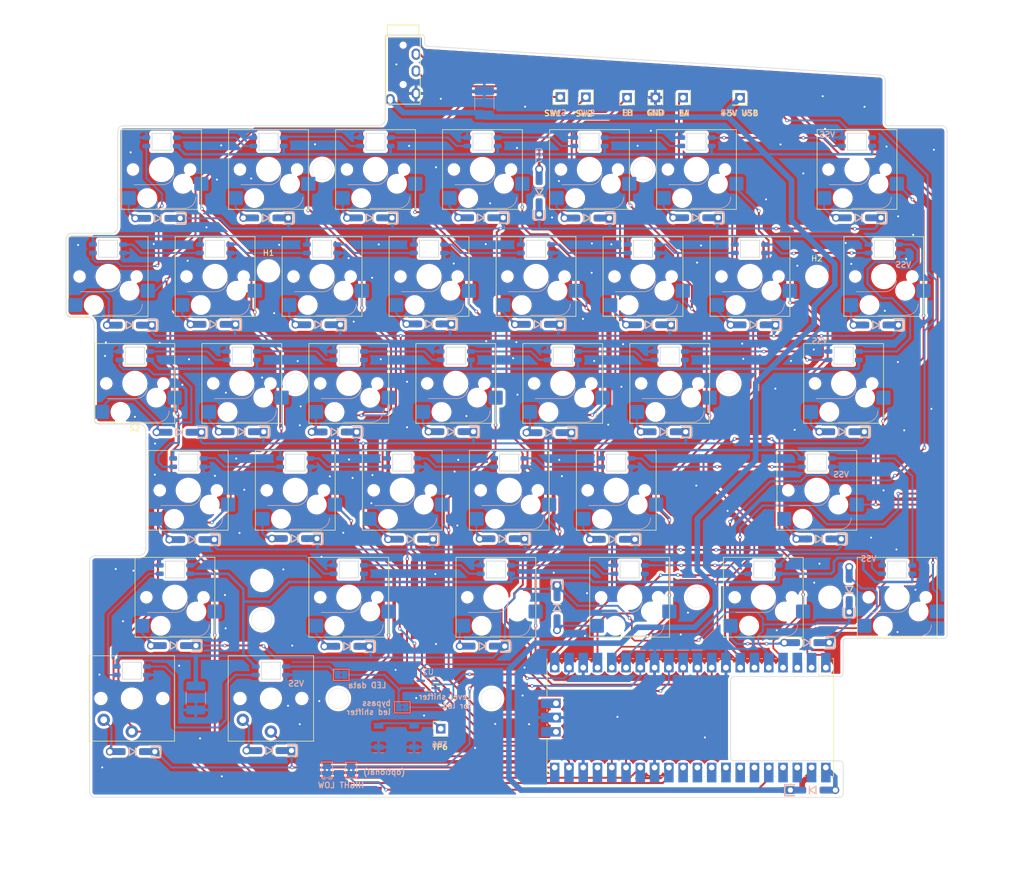
<source format=kicad_pcb>
(kicad_pcb (version 20240108) (generator "pcbnew") (generator_version "8.0")
  (layers (0 "F.Cu" signal) (31 "B.Cu" signal) (34 "B.Paste" user) (35 "F.Paste" user) (36 "B.SilkS" user "B.Silkscreen") (37 "F.SilkS" user "F.Silkscreen") (38 "B.Mask" user) (39 "F.Mask" user) (44 "Edge.Cuts" user))
  (net 0 "")
  (net 1 "Row 1")
  (net 2 "Net-(D1-A)")
  (net 3 "Row 2")
  (net 4 "Net-(D2-A)")
  (net 5 "Row 5")
  (net 6 "Net-(D3-A)")
  (net 7 "Row 0")
  (net 8 "Net-(D4-A)")
  (net 9 "Net-(D5-A)")
  (net 10 "Net-(D6-A)")
  (net 11 "Net-(D7-A)")
  (net 12 "Row 3")
  (net 13 "Net-(D8-A)")
  (net 14 "Row 4")
  (net 15 "Net-(D9-A)")
  (net 16 "Net-(D10-A)")
  (net 17 "Net-(D11-A)")
  (net 18 "Net-(D12-A)")
  (net 19 "Net-(D13-A)")
  (net 20 "Net-(D14-A)")
  (net 21 "Net-(D15-A)")
  (net 22 "Net-(D16-A)")
  (net 23 "Net-(D17-A)")
  (net 24 "Net-(D18-A)")
  (net 25 "Net-(D19-A)")
  (net 26 "Net-(D20-A)")
  (net 27 "Net-(D21-A)")
  (net 28 "Net-(D22-A)")
  (net 29 "Net-(LED3-DOUT)")
  (net 30 "Net-(D23-A)")
  (net 31 "Net-(D24-A)")
  (net 32 "Net-(D25-A)")
  (net 33 "Net-(D26-A)")
  (net 34 "Net-(D27-A)")
  (net 35 "Net-(D28-A)")
  (net 36 "Net-(D29-A)")
  (net 37 "Net-(D30-A)")
  (net 38 "Net-(D31-A)")
  (net 39 "Net-(D32-A)")
  (net 40 "Net-(D33-A)")
  (net 41 "Net-(D34-A)")
  (net 42 "Net-(D35-A)")
  (net 43 "Net-(D36-A)")
  (net 44 "Col 0")
  (net 45 "Col 1")
  (net 46 "Col 2")
  (net 47 "Col 3")
  (net 48 "Col 4")
  (net 49 "Col 5")
  (net 50 "Col 6")
  (net 51 "Col 7")
  (net 52 "+5V")
  (net 53 "GND")
  (net 54 "Net-(LED14-DOUT)")
  (net 55 "LED 5V")
  (net 56 "Net-(LED11-DOUT)")
  (net 57 "Net-(LED12-DIN)")
  (net 58 "Net-(LED13-DOUT)")
  (net 59 "Net-(LED23-DOUT)")
  (net 60 "Net-(LED15-DOUT)")
  (net 61 "Net-(LED10-DOUT)")
  (net 62 "Net-(LED11-DIN)")
  (net 63 "Net-(LED12-DOUT)")
  (net 64 "Net-(LED13-DIN)")
  (net 65 "Net-(LED28-DOUT)")
  (net 66 "Net-(LED15-DIN)")
  (net 67 "Net-(LED31-DOUT)")
  (net 68 "Net-(LED1-DIN)")
  (net 69 "Net-(LED2-DOUT)")
  (net 70 "Net-(LED4-DOUT)")
  (net 71 "Net-(LED16-DIN)")
  (net 72 "Net-(LED17-DOUT)")
  (net 73 "Net-(LED10-DIN)")
  (net 74 "Net-(LED18-DIN)")
  (net 77 "Net-(LED19-DOUT)")
  (net 78 "Net-(LED20-DIN)")
  (net 79 "Net-(LED21-DOUT)")
  (net 80 "Net-(LED22-DIN)")
  (net 81 "Net-(LED24-DOUT)")
  (net 82 "Net-(LED25-DIN)")
  (net 83 "Net-(LED26-DOUT)")
  (net 84 "Net-(LED27-DIN)")
  (net 85 "Net-(LED29-DOUT)")
  (net 86 "Net-(LED30-DIN)")
  (net 88 "Net-(LED33-DIN)")
  (net 89 "Net-(LED35-DIN)")
  (net 90 "Net-(LED1-DOUT)")
  (net 91 "Net-(D37-A)")
  (net 92 "encoder A")
  (net 93 "encoder B")
  (net 94 "VBUS")
  (net 97 "SPLIT_HAND_PIN")
  (net 98 "+3.3V")
  (net 99 "Net-(SW1-Pad1)")
  (net 107 "RX")
  (net 108 "TX")
  (net 112 "Net-(LED2-DIN)")
  (net 126 "LED 3.3V")
  (net 127 "Net-(JP3-A)")
  (footprint "ScottoKeebs_Choc:Choc_V1_1.00u" (layer "F.Cu") (at 41.16225 139.852 180)
    (property "Reference" "S3" (hide yes))
    (property "Value" "Keyswitch" (hide yes))
  )
  (footprint "ScottoKeebs_Hotswap:Hotswap_MX_1.75u" (layer "F.Cu") (at 48.831 121.827 180)
    (property "Reference" "S8" (hide yes))
    (property "Value" "Keyswitch" (hide yes))
  )
  (footprint "ScottoKeebs_Hotswap:Hotswap_MX_1.00u" (layer "F.Cu") (at 89.29475 102.787 180)
    (property "Reference" "S18" (hide yes))
    (property "Value" "Keyswitch" (hide yes))
  )
  (footprint "MCU_RaspberryPi_and_Boards:RPi_Pico_SMD_TH" (layer "F.Cu") (at 140.54975 143.250419 -90)
    (property "Reference" "U1" (hide yes))
    (property "Value" "Pico" (hide yes))
  )
  (footprint "Connector_PinHeader_2.54mm:PinHeader_1x01_P2.54mm_Vertical" (layer "F.Cu") (at 96.13975 145.237)
    (property "Reference" "TP6" (hide yes))
    (property "Value" "TestPoint" (hide yes))
  )
  (footprint "ScottoKeebs_Hotswap:Hotswap_MX_1.00u" (layer "F.Cu") (at 60.73475 83.747 180)
    (property "Reference" "S6" (hide yes))
    (property "Value" "Keyswitch" (hide yes))
  )
  (footprint "ScottoKeebs_Hotswap:Hotswap_MX_2.00u" (layer "F.Cu") (at 170.22475 45.657 180)
    (property "Reference" "S32" (hide yes))
    (property "Value" "Keyswitch" (hide yes))
  )
  (footprint "ScottoKeebs_Components:TRRS_PJ-320A" (layer "F.Cu") (at 89.44975 21.9186)
    (property "Reference" "U3" (hide yes))
    (property "Value" "TRRS")
  )
  (footprint "ScottoKeebs_Hotswap:Hotswap_MX_1.50u" (layer "F.Cu") (at 174.98725 64.707 180)
    (property "Reference" "S33" (hide yes))
    (property "Value" "Keyswitch" (hide yes))
  )
  (footprint "ScottoKeebs_Hotswap:Hotswap_MX_1.00u" (layer "F.Cu") (at 132.13475 64.707 180)
    (property "Reference" "S25" (hide yes))
    (property "Value" "Keyswitch" (hide yes))
  )
  (footprint "ScottoKeebs_Hotswap:Hotswap_MX_1.00u" (layer "F.Cu") (at 55.97475 64.707 180)
    (property "Reference" "S5" (hide yes))
    (property "Value" "Keyswitch" (hide yes))
  )
  (footprint "ScottoKeebs_Hotswap:Hotswap_MX_1.00u" (layer "F.Cu") (at 51.21475 102.787 180)
    (property "Reference" "S7" (hide yes))
    (property "Value" "Keyswitch" (hide yes))
  )
  (footprint "ScottoKeebs_Hotswap:Hotswap_MX_1.25u" (layer "F.Cu") (at 177.3685 121.827 180)
    (property "Reference" "S36" (hide yes))
    (property "Value" "Keyswitch" (hide yes))
  )
  (footprint "ScottoKeebs_Hotswap:Hotswap_MX_1.00u" (layer "F.Cu") (at 151.17475 64.707 180)
    (property "Reference" "S30" (hide yes))
    (property "Value" "Keyswitch")
  )
  (footprint "ScottoKeebs_Hotswap:Hotswap_MX_1.00u" (layer "F.Cu") (at 41.69475 83.747 180)
    (property "Reference" "S2")
    (property "Value" "Keyswitch" (hide yes))
  )
  (footprint "ScottoKeebs_Hotswap:Hotswap_MX_1.00u" (layer "F.Cu") (at 127.37475 102.787 180)
    (property "Reference" "S27" (hide yes))
    (property "Value" "Keyswitch" (hide yes))
  )
  (footprint "ScottoKeebs_Hotswap:Hotswap_MX_1.00u" (layer "F.Cu") (at 65.48975 45.657 180)
    (property "Reference" "S9" (hide yes))
    (property "Value" "Keyswitch" (hide yes))
  )
  (footprint "ScottoKeebs_Hotswap:Hotswap_MX_1.00u" (layer "F.Cu") (at 75.01475 64.707 180)
    (property "Reference" "S10" (hide yes))
    (property "Value" "Keyswitch" (hide yes))
  )
  (footprint "ScottoKeebs_Hotswap:Hotswap_MX_1.00u" (layer "F.Cu") (at 36.93475 64.707 180)
    (property "Reference" "S1" (hide yes))
    (property "Value" "Keyswitch" (hide yes))
  )
  (footprint "ScottoKeebs_Hotswap:Hotswap_MX_1.50u" (layer "F.Cu") (at 79.77225 121.827 180)
    (property "Reference" "S13" (hide yes))
    (property "Value" "Keyswitch" (hide yes))
  )
  (footprint "ScottoKeebs_Hotswap:Hotswap_MX_1.00u" (layer "F.Cu") (at 98.81475 83.747 180)
    (property "Reference" "S17" (hide yes))
    (property "Value" "Keyswitch" (hide yes))
  )
  (footprint "ScottoKeebs_Hotswap:Hotswap_MX_1.25u" (layer "F.Cu") (at 105.9535 121.827 180)
    (property "Reference" "S23" (hide yes))
    (property "Value" "Keyswitch" (hide yes))
  )
  (footprint "Connector_PinHeader_2.54mm:PinHeader_1x01_P2.54mm_Vertical" (layer "F.Cu") (at 134.33975 32.827 90)
    (property "Reference" "TP4" (hide yes))
    (property "Value" "TestPoint" (hide yes))
  )
  (footprint "ScottoKeebs_Hotswap:Hotswap_MX_1.00u" (layer "F.Cu") (at 117.85475 83.747 180)
    (property "Reference" "S21" (hide yes))
    (property "Value" "Keyswitch" (hide yes))
  )
  (footprint "ScottoKeebs_Hotswap:Hotswap_MX_1.25u" (layer "F.Cu") (at 153.5535 121.827 180)
    (property "Reference" "S31" (hide yes))
    (property "Value" "Keyswitch" (hide yes))
  )
  (footprint "ScottoKeebs_Hotswap:Hotswap_MX_1.25u" (layer "F.Cu") (at 129.7535 121.827 180)
    (property "Reference" "S28" (hide yes))
    (property "Value" "Keyswitch" (hide yes))
  )
  (footprint "ScottoKeebs_Hotswap:Hotswap_MX_1.00u" (layer "F.Cu") (at 122.60975 45.657 180)
    (property "Reference" "S24" (hide yes))
    (property "Value" "Keyswitch" (hide yes))
  )
  (footprint "ScottoKeebs_Hotswap:Hotswap_MX_2.75u" (layer "F.Cu") (at 163.081 102.787 180)
    (property "Reference" "S35" (hide yes))
    (property "Value" "Keyswitch" (hide yes))
  )
  (footprint "ScottoKeebs_Hotswap:Hotswap_MX_1.00u" (layer "F.Cu") (at 136.89475 83.747 180)
    (property "Reference" "S26" (hide yes))
    (property "Value" "Keyswitch" (hide yes))
  )
  (footprint "MountingHole:MountingHole_2.2mm_M2" (layer "F.Cu") (at 165.40225 121.832)
    (property "Reference" "H3" (hide yes))
    (property "Value" "MountingHole" (hide yes))
  )
  (footprint "Connector_PinHeader_2.54mm:PinHeader_1x01_P2.54mm_Vertical" (layer "F.Cu") (at 139.26975 32.857 90)
    (property "Reference" "TP5" (hide yes))
    (property "Value" "TestPoint" (hide yes))
  )
  (footprint "ScottoKeebs_Hotswap:Hotswap_MX_1.00u" (layer "F.Cu") (at 79.77475 83.747 180)
    (property "Reference" "S11" (hide yes))
    (property "Value" "Keyswitch" (hide yes))
  )
  (footprint "Connector_PinHeader_2.54mm:PinHeader_1x01_P2.54mm_Vertical" (layer "F.Cu") (at 121.96975 32.777 90)
    (property "Reference" "TP2" (hide yes))
    (property "Value" "TestPoint" (hide yes))
  )
  (footprint "ScottoKeebs_Hotswap:Hotswap_MX_1.00u" (layer "F.Cu") (at 46.44975 45.657 180)
    (property "Reference" "S4" (hide yes))
    (property "Value" "Keyswitch" (hide yes))
  )
  (footprint "Connector_PinHeader_2.54mm:PinHeader_1x01_P2.54mm_Vertical" (layer "F.Cu") (at 129.30975 32.867 90)
    (property "Reference" "TP3" (hide yes))
    (property "Value" "TestPoint" (hide yes))
  )
  (footprint "MountingHole:MountingHole_2.2mm_M2" (layer "F.Cu") (at 64.301 118.827)
    (property "Reference" "H4" (hide yes))
    (property "Value" "MountingHole" (hide yes))
  )
  (footprint "ScottoKeebs_Hotswap:Hotswap_MX_1.00u" (layer "F.Cu") (at 70.25475 102.787 180)
    (property "Reference" "S12" (hide yes))
    (property "Value" "Keyswitch" (hide yes))
  )
  (footprint "ScottoKeebs_Choc:Choc_V1_1.75u" (layer "F.Cu") (at 65.91225 139.852 180)
    (property "Reference" "S14" (hide yes))
    (property "Value" "Keyswitch" (hide yes))
  )
  (footprint "ScottoKeebs_Hotswap:Hotswap_MX_1.00u" (layer "F.Cu") (at 113.09475 64.707 180)
    (property "Reference" "S20" (hide yes))
    (property "Value" "Keyswitch" (hide yes))
  )
  (footprint "ScottoKeebs_Hotswap:Hotswap_MX_1.00u" (layer "F.Cu") (at 103.56975 45.657 180)
    (property "Reference" "S19" (hide yes))
    (property "Value" "Keyswitch" (hide yes))
  )
  (footprint "MountingHole:MountingHole_2.2mm_M2" (layer "F.Cu") (at 163.08075 64.707)
    (property "Reference" "H2")
    (property "Value" "MountingHole")
  )
  (footprint "Connector_PinHeader_2.54mm:PinHeader_1x01_P2.54mm_Vertical" (layer "F.Cu") (at 149.40975 32.897)
    (property "Reference" "TP7" (hide yes))
    (property "Value" "TestPoint" (hide yes))
  )
  (footprint "Connector_PinHeader_2.54mm:PinHeader_1x01_P2.54mm_Vertical" (layer "F.Cu") (at 117.41975 32.747 90)
    (property "Reference" "TP1" (hide yes))
    (property "Value" "TestPoint" (hide yes))
  )
  (footprint "ScottoKeebs_Hotswap:Hotswap_MX_1.00u" (layer "F.Cu") (at 108.33475 102.787 180)
    (property "Reference" "S22" (hide yes))
    (property "Value" "Keyswitch" (hide yes))
  )
  (footprint "ScottoKeebs_Hotswap:Hotswap_MX_1.00u" (layer "F.Cu") (at 84.52975 45.657 180)
    (property "Reference" "S15" (hide yes))
    (property "Value" "Keyswitch" (hide yes))
  )
  (footprint "ScottoKeebs_Hotswap:Hotswap_MX_1.00u" (layer "F.Cu") (at 94.05475 64.707 180)
    (property "Reference" "S16" (hide yes))
    (property "Value" "Keyswitch" (hide yes))
  )
  (footprint "ScottoKeebs_Hotswap:Hotswap_MX_1.00u" (layer "F.Cu") (at 141.64975 45.657 180)
    (property "Reference" "S29" (hide yes))
    (property "Value" "Keyswitch" (hide yes))
  )
  (footprint "MountingHole:MountingHole_2.2mm_M2" (layer "F.Cu") (at 65.48975 63.707)
    (property "Reference" "H1")
    (property "Value" "MountingHole" (hide yes))
  )
  (footprint "ScottoKeebs_Hotswap:Hotswap_MX_2.25u" (layer "F.Cu") (at 167.8435 83.747 180)
    (property "Reference" "S34" (hide yes))
    (property "Value" "Keyswitch" (hide yes))
  )
  (footprint "ScottoKeebs_Components:D_SOD-123_DO-35_Hybrid_DoubleSided_V2" (layer "B.Cu") (at 161.27975 129.907 180)
    (property "Reference" "D31" (hide yes))
    (property "Value" "Diode" (hide yes))
  )
  (footprint "Jumper:SolderJumper-2_P1.3mm_Bridged2Bar_Pad1.0x1.5mm" (layer "B.Cu") (at 78.42975 135.647)
    (property "Reference" "JP3" (hide yes))
    (property "Value" "Jumper_2_Bridged" (hide yes))
  )
  (footprint "Jumper:SolderJumper-2_P1.3mm_Bridged2Bar_Pad1.0x1.5mm" (layer "B.Cu") (at 80.18225 152.612 -90)
    (property "Reference" "JP2" (hide yes))
    (property "Value" "Jumper_2_Bridged" (hide yes))
  )
  (footprint "ScottoKeebs_Components:LED_SK6812MINI" (layer "B.Cu") (at 117.85475 78.808)
    (property "Reference" "LED21" (hide yes))
    (property "Value" "LED_SK6812MINI" (hide yes))
    (fp_line (start -1.7 -1.5) (end -1.7 1.5) (stroke (width 0.12)) (layer "Edge.Cuts"))
    (fp_line (start -1.7 1.5) (end 1.7 1.5) (stroke (width 0.12)) (layer "Edge.Cuts"))
    (fp_line (start 1.7 -1.5) (end -1.7 -1.5) (stroke (width 0.12)) (layer "Edge.Cuts"))
    (fp_line (start 1.7 1.5) (end 1.7 -1.5) (stroke (width 0.12)) (layer "Edge.Cuts"))
  )
  (footprint "ScottoKeebs_Components:D_SOD-123_DO-35_Hybrid_DoubleSided_V2" (layer "B.Cu") (at 77.17975 92.397 180)
    (property "Reference" "D11" (hide yes))
    (property "Value" "Diode" (hide yes))
  )
  (footprint "ScottoKeebs_Components:LED_SK6812MINI" (layer "B.Cu") (at 170.22475 40.718)
    (property "Reference" "LED32" (hide yes))
    (property "Value" "LED_SK6812MINI" (hide yes))
    (fp_line (start -1.7 -1.5) (end -1.7 1.5) (stroke (width 0.12)) (layer "Edge.Cuts"))
    (fp_line (start -1.7 1.5) (end 1.7 1.5) (stroke (width 0.12)) (layer "Edge.Cuts"))
    (fp_line (start 1.7 -1.5) (end -1.7 -1.5) (stroke (width 0.12)) (layer "Edge.Cuts"))
    (fp_line (start 1.7 1.5) (end 1.7 -1.5) (stroke (width 0.12)) (layer "Edge.Cuts"))
  )
  (footprint "ScottoKeebs_Components:LED_SK6812MINI" (layer "B.Cu") (at 177.3685 116.888)
    (property "Reference" "LED36" (hide yes))
    (property "Value" "LED_SK6812MINI" (hide yes))
    (fp_line (start -1.7 -1.5) (end -1.7 1.5) (stroke (width 0.12)) (layer "Edge.Cuts"))
    (fp_line (start -1.7 1.5) (end 1.7 1.5) (stroke (width 0.12)) (layer "Edge.Cuts"))
    (fp_line (start 1.7 -1.5) (end -1.7 -1.5) (stroke (width 0.12)) (layer "Edge.Cuts"))
    (fp_line (start 1.7 1.5) (end 1.7 -1.5) (stroke (width 0.12)) (layer "Edge.Cuts"))
  )
  (footprint "ScottoKeebs_Components:D_SOD-123_DO-35_Hybrid_DoubleSided_V2" (layer "B.Cu") (at 64.99975 54.287 180)
    (property "Reference" "D9" (hide yes))
    (property "Value" "Diode" (hide yes))
  )
  (footprint "ScottoKeebs_Components:LED_SK6812MINI" (layer "B.Cu") (at 122.60975 40.718)
    (property "Reference" "LED24" (hide yes))
    (property "Value" "LED_SK6812MINI" (hide yes))
    (fp_line (start -1.7 -1.5) (end -1.7 1.5) (stroke (width 0.12)) (layer "Edge.Cuts"))
    (fp_line (start -1.7 1.5) (end 1.7 1.5) (stroke (width 0.12)) (layer "Edge.Cuts"))
    (fp_line (start 1.7 -1.5) (end -1.7 -1.5) (stroke (width 0.12)) (layer "Edge.Cuts"))
    (fp_line (start 1.7 1.5) (end 1.7 -1.5) (stroke (width 0.12)) (layer "Edge.Cuts"))
  )
  (footprint "ScottoKeebs_Components:D_SOD-123_DO-35_Hybrid_DoubleSided_V2" (layer "B.Cu") (at 122.14975 54.307 180)
    (property "Reference" "D24" (hide yes))
    (property "Value" "Diode" (hide yes))
  )
  (footprint "ScottoKeebs_Components:LED_SK6812MINI" (layer "B.Cu") (at 55.97475 59.768 180)
    (property "Reference" "LED5" (hide yes))
    (property "Value" "LED_SK6812MINI" (hide yes))
    (fp_line (start 1.7 1.5) (end 1.7 -1.5) (stroke (width 0.12)) (layer "Edge.Cuts"))
    (fp_line (start 1.7 -1.5) (end -1.7 -1.5) (stroke (width 0.12)) (layer "Edge.Cuts"))
    (fp_line (start -1.7 1.5) (end 1.7 1.5) (stroke (width 0.12)) (layer "Edge.Cuts"))
    (fp_line (start -1.7 -1.5) (end -1.7 1.5) (stroke (width 0.12)) (layer "Edge.Cuts"))
  )
  (footprint "ScottoKeebs_Components:D_SOD-123_DO-35_Hybrid_DoubleSided_V2" (layer "B.Cu") (at 116.83975 123.687 -90)
    (property "Reference" "D28" (hide yes))
    (property "Value" "Diode" (hide yes))
  )
  (footprint "ScottoKeebs_Components:LED_SK6812MINI" (layer "B.Cu") (at 41.69475 78.808)
    (property "Reference" "LED2" (hide yes))
    (property "Value" "LED_SK6812MINI" (hide yes))
    (fp_line (start -1.7 -1.5) (end -1.7 1.5) (stroke (width 0.12)) (layer "Edge.Cuts"))
    (fp_line (start -1.7 1.5) (end 1.7 1.5) (stroke (width 0.12)) (layer "Edge.Cuts"))
    (fp_line (start 1.7 -1.5) (end -1.7 -1.5) (stroke (width 0.12)) (layer "Edge.Cuts"))
    (fp_line (start 1.7 1.5) (end 1.7 -1.5) (stroke (width 0.12)) (layer "Edge.Cuts"))
  )
  (footprint "ScottoKeebs_Components:LED_SK6812MINI" (layer "B.Cu") (at 70.25475 97.848 180)
    (property "Reference" "LED12" (hide yes))
    (property "Value" "LED_SK6812MINI" (hide yes))
    (fp_line (start 1.7 1.5) (end 1.7 -1.5) (stroke (width 0.12)) (layer "Edge.Cuts"))
    (fp_line (start 1.7 -1.5) (end -1.7 -1.5) (stroke (width 0.12)) (layer "Edge.Cuts"))
    (fp_line (start -1.7 1.5) (end 1.7 1.5) (stroke (width 0.12)) (layer "Edge.Cuts"))
    (fp_line (start -1.7 -1.5) (end -1.7 1.5) (stroke (width 0.12)) (layer "Edge.Cuts"))
  )
  (footprint "ScottoKeebs_Components:D_SOD-123_DO-35_Hybrid_DoubleSided_V2" (layer "B.Cu") (at 168.8385 120.4345 90)
    (property "Reference" "D36" (hide yes))
    (property "Value" "Diode" (hide yes))
  )
  (footprint "ScottoKeebs_Components:D_SOD-123_DO-35_Hybrid_DoubleSided_V2" (layer "B.Cu") (at 70.10725 111.36825 180)
    (property "Reference" "D12" (hide yes))
    (property "Value" "Diode" (hide yes))
  )
  (footprint "ScottoKeebs_Components:LED_SK6812MINI" (layer "B.Cu") (at 153.5535 116.888)
    (property "Reference" "LED31" (hide yes))
    (property "Value" "LED_SK6812MINI" (hide yes))
    (fp_line (start -1.7 -1.5) (end -1.7 1.5) (stroke (width 0.12)) (layer "Edge.Cuts"))
    (fp_line (start -1.7 1.5) (end 1.7 1.5) (stroke (width 0.12)) (layer "Edge.Cuts"))
    (fp_line (start 1.7 -1.5) (end -1.7 -1.5) (stroke (width 0.12)) (layer "Edge.Cuts"))
    (fp_line (start 1.7 1.5) (end 1.7 -1.5) (stroke (width 0.12)) (layer "Edge.Cuts"))
  )
  (footprint "ScottoKeebs_Components:D_SOD-123_DO-35_Hybrid_DoubleSided_V2" (layer "B.Cu") (at 133.12975 73.287 180)
    (property "Reference" "D25" (hide yes))
    (property "Value" "Diode" (hide yes))
  )
  (footprint "ScottoKeebs_Components:D_SOD-123_DO-35_Hybrid_DoubleSided_V2" (layer "B.Cu") (at 41.24975 149.317 180)
    (property "Reference" "D3" (hide yes))
    (property "Value" "Diode" (hide yes))
  )
  (footprint "ScottoKeebs_Components:D_SOD-123_DO-35_Hybrid_DoubleSided_V2" (layer "B.Cu") (at 107.05975 111.417 180)
    (property "Reference" "D22" (hide yes))
    (property "Value" "Diode" (hide yes))
  )
  (footprint "ScottoKeebs_Components:D_SOD-123_DO-35_Hybrid_DoubleSided_V2" (layer "B.Cu") (at 173.58975 73.347 180)
    (property "Reference" "D33" (hide yes))
    (property "Value" "Diode" (hide yes))
  )
  (footprint "ScottoKeebs_Components:D_SOD-123_DO-35_Hybrid_DoubleSided_V2" (layer "B.Cu") (at 51.83975 111.547 180)
    (property "Reference" "D7" (hide yes))
    (property "Value" "Diode" (hide yes))
  )
  (footprint "ScottoKeebs_Components:D_SOD-123_DO-35_Hybrid_DoubleSided_V2" (layer "B.Cu") (at 151.72975 73.327 180)
    (property "Reference" "D30" (hide yes))
    (property "Value" "Diode" (hide yes))
  )
  (footprint "ScottoKeebs_Components:LED_SK6812MINI" (layer "B.Cu") (at 79.77225 116.888)
    (property "Reference" "LED13" (hide yes))
    (property "Value" "LED_SK6812MINI" (hide yes))
    (fp_line (start -1.7 -1.5) (end -1.7 1.5) (stroke (width 0.12)) (layer "Edge.Cuts"))
    (fp_line (start -1.7 1.5) (end 1.7 1.5) (stroke (width 0.12)) (layer "Edge.Cuts"))
    (fp_line (start 1.7 -1.5) (end -1.7 -1.5) (stroke (width 0.12)) (layer "Edge.Cuts"))
    (fp_line (start 1.7 1.5) (end 1.7 -1.5) (stroke (width 0.12)) (layer "Edge.Cuts"))
  )
  (footprint "ScottoKeebs_Components:LED_SK6812MINI" (layer "B.Cu") (at 163.081 97.848 180)
    (property "Reference" "LED35" (hide yes))
    (property "Value" "LED_SK6812MINI" (hide yes))
    (fp_line (start 1.7 1.5) (end 1.7 -1.5) (stroke (width 0.12)) (layer "Edge.Cuts"))
    (fp_line (start 1.7 -1.5) (end -1.7 -1.5) (stroke (width 0.12)) (layer "Edge.Cuts"))
    (fp_line (start -1.7 1.5) (end 1.7 1.5) (stroke (width 0.12)) (layer "Edge.Cuts"))
    (fp_line (start -1.7 -1.5) (end -1.7 1.5) (stroke (width 0.12)) (layer "Edge.Cuts"))
  )
  (footprint "ScottoKeebs_Components:D_SOD-123_DO-35_Hybrid_DoubleSided_V2" (layer "B.Cu") (at 65.56975 149.127 180)
    (property "Reference" "D14" (hide yes))
    (property "Value" "Diode" (hide yes))
  )
  (footprint "ScottoKeebs_Components:LED_SK6812MINI" (layer "B.Cu") (at 129.7535 116.888)
    (property "Reference" "LED28" (hide yes))
    (property "Value" "LED_SK6812MINI" (hide yes))
    (fp_line (start -1.7 -1.5) (end -1.7 1.5) (stroke (width 0.12)) (layer "Edge.Cuts"))
    (fp_line (start -1.7 1.5) (end 1.7 1.5) (stroke (width 0.12)) (layer "Edge.Cuts"))
    (fp_line (start 1.7 -1.5) (end -1.7 -1.5) (stroke (width 0.12)) (layer "Edge.Cuts"))
    (fp_line (start 1.7 1.5) (end 1.7 -1.5) (stroke (width 0.12)) (layer "Edge.Cuts"))
  )
  (footprint "ScottoKeebs_Components:D_SOD-123_DO-35_Hybrid_DoubleSided_V2" (layer "B.Cu") (at 83.46975 54.277 180)
    (property "Reference" "D15" (hide yes))
    (property "Value" "Diode" (hide yes))
  )
  (footprint "ScottoKeebs_Components:D_SOD-123_DO-35_Hybrid_DoubleSided_V2" (layer "B.Cu") (at 94.02975 73.167 180)
    (property "Reference" "D16" (hide yes))
    (property "Value" "Diode" (hide yes))
  )
  (footprint "ScottoKeebs_Components:LED_SK6812MINI" (layer "B.Cu") (at 108.33475 97.848 180)
    (property "Reference" "LED22" (hide yes))
    (property "Value" "LED_SK6812MINI" (hide yes))
    (fp_line (start 1.7 1.5) (end 1.7 -1.5) (stroke (width 0.12)) (layer "Edge.Cuts"))
    (fp_line (start 1.7 -1.5) (end -1.7 -1.5) (stroke (width 0.12)) (layer "Edge.Cuts"))
    (fp_line (start -1.7 1.5) (end 1.7 1.5) (stroke (width 0.12)) (layer "Edge.Cuts"))
    (fp_line (start -1.7 -1.5) (end -1.7 1.5) (stroke (width 0.12)) (layer "Edge.Cuts"))
  )
  (footprint "ScottoKeebs_Components:LED_SK6812MINI" (layer "B.Cu") (at 136.89475 78.808)
    (property "Reference" "LED26" (hide yes))
    (property "Value" "LED_SK6812MINI" (hide yes))
    (fp_line (start -1.7 -1.5) (end -1.7 1.5) (stroke (width 0.12)) (layer "Edge.Cuts"))
    (fp_line (start -1.7 1.5) (end 1.7 1.5) (stroke (width 0.12)) (layer "Edge.Cuts"))
    (fp_line (start 1.7 -1.5) (end -1.7 -1.5) (stroke (width 0.12)) (layer "Edge.Cuts"))
    (fp_line (start 1.7 1.5) (end 1.7 -1.5) (stroke (width 0.12)) (layer "Edge.Cuts"))
  )
  (footprint "Capacitor_SMD:C_1812_4532Metric_Pad1.57x3.40mm_HandSolder" (layer "B.Cu") (at 103.89975 33.817 90)
    (property "Reference" "C2" (hide yes))
    (property "Value" "C" (hide yes))
  )
  (footprint "ScottoKeebs_Components:LED_SK6812MINI" (layer "B.Cu") (at 113.09475 59.768 180)
    (property "Reference" "LED20" (hide yes))
    (property "Value" "LED_SK6812MINI" (hide yes))
    (fp_line (start 1.7 1.5) (end 1.7 -1.5) (stroke (width 0.12)) (layer "Edge.Cuts"))
    (fp_line (start 1.7 -1.5) (end -1.7 -1.5) (stroke (width 0.12)) (layer "Edge.Cuts"))
    (fp_line (start -1.7 1.5) (end 1.7 1.5) (stroke (width 0.12)) (layer "Edge.Cuts"))
    (fp_line (start -1.7 -1.5) (end -1.7 1.5) (stroke (width 0.12)) (layer "Edge.Cuts"))
  )
  (footprint "ScottoKeebs_Components:D_SOD-123_DO-35_Hybrid_DoubleSided_V2" (layer "B.Cu") (at 40.71975 73.367 180)
    (property "Reference" "D1" (hide yes))
    (property "Value" "Diode" (hide yes))
  )
  (footprint "ScottoKeebs_Components:LED_SK6812MINI" (layer "B.Cu") (at 167.8435 78.808)
    (property "Reference" "LED34" (hide yes))
    (property "Value" "LED_SK6812MINI" (hide yes))
    (fp_line (start -1.7 -1.5) (end -1.7 1.5) (stroke (width 0.12)) (layer "Edge.Cuts"))
    (fp_line (start -1.7 1.5) (end 1.7 1.5) (stroke (width 0.12)) (layer "Edge.Cuts"))
    (fp_line (start 1.7 -1.5) (end -1.7 -1.5) (stroke (width 0.12)) (layer "Edge.Cuts"))
    (fp_line (start 1.7 1.5) (end 1.7 -1.5) (stroke (width 0.12)) (layer "Edge.Cuts"))
  )
  (footprint "ScottoKeebs_Components:LED_SK6812MINI" (layer "B.Cu") (at 75.01475 59.768 180)
    (property "Reference" "LED10" (hide yes))
    (property "Value" "LED_SK6812MINI" (hide yes))
    (fp_line (start 1.7 1.5) (end 1.7 -1.5) (stroke (width 0.12)) (layer "Edge.Cuts"))
    (fp_line (start 1.7 -1.5) (end -1.7 -1.5) (stroke (width 0.12)) (layer "Edge.Cuts"))
    (fp_line (start -1.7 1.5) (end 1.7 1.5) (stroke (width 0.12)) (layer "Edge.Cuts"))
    (fp_line (start -1.7 -1.5) (end -1.7 1.5) (stroke (width 0.12)) (layer "Edge.Cuts"))
  )
  (footprint "ScottoKeebs_Components:LED_SK6812MINI" (layer "B.Cu") (at 79.77475 78.808)
    (property "Reference" "LED11" (hide yes))
    (property "Value" "LED_SK6812MINI" (hide yes))
    (fp_line (start -1.7 -1.5) (end -1.7 1.5) (stroke (width 0.12)) (layer "Edge.Cuts"))
    (fp_line (start -1.7 1.5) (end 1.7 1.5) (stroke (width 0.12)) (layer "Edge.Cuts"))
    (fp_line (start 1.7 -1.5) (end -1.7 -1.5) (stroke (width 0.12)) (layer "Edge.Cuts"))
    (fp_line (start 1.7 1.5) (end 1.7 -1.5) (stroke (width 0.12)) (layer "Edge.Cuts"))
  )
  (footprint "ScottoKeebs_Components:LED_SK6812MINI" (layer "B.Cu") (at 84.52975 40.718)
    (property "Reference" "LED15" (hide yes))
    (property "Value" "LED_SK6812MINI" (hide yes))
    (fp_line (start -1.7 -1.5) (end -1.7 1.5) (stroke (width 0.12)) (layer "Edge.Cuts"))
    (fp_line (start -1.7 1.5) (end 1.7 1.5) (stroke (width 0.12)) (layer "Edge.Cuts"))
    (fp_line (start 1.7 -1.5) (end -1.7 -1.5) (stroke (width 0.12)) (layer "Edge.Cuts"))
    (fp_line (start 1.7 1.5) (end 1.7 -1.5) (stroke (width 0.12)) (layer "Edge.Cuts"))
  )
  (footprint "ScottoKeebs_Components:D_SOD-123_DO-35_Hybrid_DoubleSided_V2" (layer "B.Cu") (at 60.62975 92.347 180)
    (property "Reference" "D6" (hide yes))
    (property "Value" "Diode" (hide yes))
  )
  (footprint "ScottoKeebs_Components:LED_SK6812MINI" (layer "B.Cu") (at 151.17475 59.768 180)
    (property "Reference" "LED30" (hide yes))
    (property "Value" "LED_SK6812MINI" (hide yes))
    (fp_line (start 1.7 1.5) (end 1.7 -1.5) (stroke (width 0.12)) (layer "Edge.Cuts"))
    (fp_line (start 1.7 -1.5) (end -1.7 -1.5) (stroke (width 0.12)) (layer "Edge.Cuts"))
    (fp_line (start -1.7 1.5) (end 1.7 1.5) (stroke (width 0.12)) (layer "Edge.Cuts"))
    (fp_line (start -1.7 -1.5) (end -1.7 1.5) (stroke (width 0.12)) (layer "Edge.Cuts"))
  )
  (footprint "ScottoKeebs_Components:LED_SK6812MINI" (layer "B.Cu") (at 46.44975 40.718)
    (property "Reference" "LED4" (hide yes))
    (property "Value" "LED_SK6812MINI" (hide yes))
    (fp_line (start -1.7 -1.5) (end -1.7 1.5) (stroke (width 0.12)) (layer "Edge.Cuts"))
    (fp_line (start -1.7 1.5) (end 1.7 1.5) (stroke (width 0.12)) (layer "Edge.Cuts"))
    (fp_line (start 1.7 -1.5) (end -1.7 -1.5) (stroke (width 0.12)) (layer "Edge.Cuts"))
    (fp_line (start 1.7 1.5) (end 1.7 -1.5) (stroke (width 0.12)) (layer "Edge.Cuts"))
  )
  (footprint "ScottoKeebs_Components:D_SOD-123_DO-35_Hybrid_DoubleSided_V2" (layer "B.Cu") (at 97.95975 92.327 180)
    (property "Reference" "D17" (hide yes))
    (property "Value" "Diode" (hide yes))
  )
  (footprint "ScottoKeebs_Components:D_SOD-123_DO-35_Hybrid_DoubleSided_V2" (layer "B.Cu") (at 113.6585 49.5945 90)
    (property "Reference" "D37" (hide yes))
    (property "Value" "Diode" (hide yes))
  )
  (footprint "ScottoKeebs_Components:D_SOD-123_DO-35_Hybrid_DoubleSided_V2" (layer "B.Cu") (at 90.76975 111.497 180)
    (property "Reference" "D18" (hide yes))
    (property "Value" "Diode" (hide yes))
  )
  (footprint "ScottoKeebs_Components:LED_SK6812MINI" (layer "B.Cu") (at 132.13475 59.768 180)
    (property "Reference" "LED25" (hide yes))
    (property "Value" "LED_SK6812MINI" (hide yes))
    (fp_line (start 1.7 1.5) (end 1.7 -1.5) (stroke (width 0.12)) (layer "Edge.Cuts"))
    (fp_line (start 1.7 -1.5) (end -1.7 -1.5) (stroke (width 0.12)) (layer "Edge.Cuts"))
    (fp_line (start -1.7 1.5) (end 1.7 1.5) (stroke (width 0.12)) (layer "Edge.Cuts"))
    (fp_line (start -1.7 -1.5) (end -1.7 1.5) (stroke (width 0.12)) (layer "Edge.Cuts"))
  )
  (footprint "ScottoKeebs_Components:D_SOD-123_DO-35_Hybrid_DoubleSided_V2" (layer "B.Cu") (at 167.52975 92.347 180)
    (property "Reference" "D34" (hide yes))
    (property "Value" "Diode" (hide yes))
  )
  (footprint "ScottoKeebs_Components:D_SOD-123_DO-35_Hybrid_DoubleSided_V2" (layer "B.Cu") (at 162.36975 156.167)
    (property "Reference" "D39" (hide yes))
    (property "Value" "Schottky 1N5817" (hide yes))
  )
  (footprint "ScottoKeebs_Components:D_SOD-123_DO-35_Hybrid_DoubleSided_V2" (layer "B.Cu") (at 115.39975 92.507 180)
    (property "Reference" "D21" (hide yes))
    (property "Value" "Diode" (hide yes))
  )
  (footprint "ScottoKeebs_Components:D_SOD-123_DO-35_Hybrid_DoubleSided_V2" (layer "B.Cu") (at 103.24975 54.240419 180)
    (property "Reference" "D19" (hide yes))
    (property "Value" "Diode" (hide yes))
  )
  (footprint "Jumper:SolderJumper-2_P1.3mm_Bridged2Bar_Pad1.0x1.5mm" (layer "B.Cu") (at 75.89225 152.582 -90)
    (property "Reference" "JP1" (hide yes))
    (property "Value" "Jumper_2_Bridged" (hide yes))
  )
  (footprint "ScottoKeebs_Components:LED_SK6812MINI" (layer "B.Cu") (at 94.05475 59.768 180)
    (property "Reference" "LED16" (hide yes))
    (property "Value" "LED_SK6812MINI" (hide yes))
    (fp_line (start 1.7 1.5) (end 1.7 -1.5) (stroke (width 0.12)) (layer "Edge.Cuts"))
    (fp_line (start 1.7 -1.5) (end -1.7 -1.5) (stroke (width 0.12)) (layer "Edge.Cuts"))
    (fp_line (start -1.7 1.5) (end 1.7 1.5) (stroke (width 0.12)) (layer "Edge.Cuts"))
    (fp_line (start -1.7 -1.5) (end -1.7 1.5) (stroke (width 0.12)) (layer "Edge.Cuts"))
  )
  (footprint "ScottoKeebs_Components:LED_SK6812MINI" (layer "B.Cu") (at 98.81475 78.808)
    (property "Reference" "LED17" (hide yes))
    (property "Value" "LED_SK6812MINI" (hide yes))
    (fp_line (start -1.7 -1.5) (end -1.7 1.5) (stroke (width 0.12)) (layer "Edge.Cuts"))
    (fp_line (start -1.7 1.5) (end 1.7 1.5) (stroke (width 0.12)) (layer "Edge.Cuts"))
    (fp_line (start 1.7 -1.5) (end -1.7 -1.5) (stroke (width 0.12)) (layer "Edge.Cuts"))
    (fp_line (start 1.7 1.5) (end 1.7 -1.5) (stroke (width 0.12)) (layer "Edge.Cuts"))
  )
  (footprint "Package_TO_SOT_SMD:SOT-353_SC-70-5_Handsoldering" (layer "B.Cu") (at 93.90725 137.357 180)
    (property "Reference" "U2")
    (property "Value" "74LVC1G34" (hide yes))
  )
  (footprint "ScottoKeebs_Components:D_SOD-123_DO-35_Hybrid_DoubleSided_V2" (layer "B.Cu") (at 163.42975 111.447 180)
    (property "Reference" "D35" (hide yes))
    (property "Value" "Diode" (hide yes))
  )
  (footprint "ScottoKeebs_Components:LED_SK6812MINI" (layer "B.Cu") (at 141.64975 40.718)
    (property "Reference" "LED29" (hide yes))
    (property "Value" "LED_SK6812MINI" (hide yes))
    (fp_line (start -1.7 -1.5) (end -1.7 1.5) (stroke (width 0.12)) (layer "Edge.Cuts"))
    (fp_line (start -1.7 1.5) (end 1.7 1.5) (stroke (width 0.12)) (layer "Edge.Cuts"))
    (fp_line (start 1.7 -1.5) (end -1.7 -1.5) (stroke (width 0.12)) (layer "Edge.Cuts"))
    (fp_line (start 1.7 1.5) (end 1.7 -1.5) (stroke (width 0.12)) (layer "Edge.Cuts"))
  )
  (footprint "ScottoKeebs_Components:D_SOD-123_DO-35_Hybrid_DoubleSided_V2" (layer "B.Cu") (at 74.27975 73.287 180)
    (property "Reference" "D10" (hide yes))
    (property "Value" "Diode" (hide yes))
  )
  (footprint "Jumper:SolderJumper-2_P1.3mm_Bridged2Bar_Pad1.0x1.5mm" (layer "B.Cu") (at 89.29975 141.427)
    (property "Reference" "JP4" (hide yes))
    (property "Value" "Jumper_2_Bridged" (hide yes))
  )
  (footprint "ScottoKeebs_Components:LED_SK6812MINI" (layer "B.Cu") (at 51.21475 97.848 180)
    (property "Reference" "LED7" (hide yes))
    (property "Value" "LED_SK6812MINI" (hide yes))
    (fp_line (start 1.7 1.5) (end 1.7 -1.5) (stroke (width 0.12)) (layer "Edge.Cuts"))
    (fp_line (start 1.7 -1.5) (end -1.7 -1.5) (stroke (width 0.12)) (layer "Edge.Cuts"))
    (fp_line (start -1.7 1.5) (end 1.7 1.5) (stroke (width 0.12)) (layer "Edge.Cuts"))
    (fp_line (start -1.7 -1.5) (end -1.7 1.5) (stroke (width 0.12)) (layer "Edge.Cuts"))
  )
  (footprint "ScottoKeebs_Components:D_SOD-123_DO-35_Hybrid_DoubleSided_V2" (layer "B.Cu") (at 103.51975 130.537 180)
    (property "Reference" "D23" (hide yes))
    (property "Value" "Diode" (hide yes))
  )
  (footprint "ScottoKeebs_Components:Button_TL3342" (layer "B.Cu") (at 88.23975 146.617 180)
    (property "Reference" "SW1" (hide yes))
    (property "Value" "BOOT button" (hide yes))
  )
  (footprint "ScottoKeebs_Components:LED_SK6812MINI" (layer "B.Cu") (at 36.93475 59.768 180)
    (property "Reference" "LED1" (hide yes))
    (property "Value" "LED_SK6812MINI" (hide yes))
    (fp_line (start 1.7 1.5) (end 1.7 -1.5) (stroke (width 0.12)) (layer "Edge.Cuts"))
    (fp_line (start 1.7 -1.5) (end -1.7 -1.5) (stroke (width 0.12)) (layer "Edge.Cuts"))
    (fp_line (start -1.7 1.5) (end 1.7 1.5) (stroke (width 0.12)) (layer "Edge.Cuts"))
    (fp_line (start -1.7 -1.5) (end -1.7 1.5) (stroke (width 0.12)) (layer "Edge.Cuts"))
  )
  (footprint "ScottoKeebs_Components:LED_SK6812MINI" (layer "B.Cu") (at 41.16225 134.913 180)
    (property "Reference" "LED3" (hide yes))
    (property "Value" "LED_SK6812MINI" (hide yes))
    (fp_line (start 1.7 1.5) (end 1.7 -1.5) (stroke (width 0.12)) (layer "Edge.Cuts"))
    (fp_line (start 1.7 -1.5) (end -1.7 -1.5) (stroke (width 0.12)) (layer "Edge.Cuts"))
    (fp_line (start -1.7 1.5) (end 1.7 1.5) (stroke (width 0.12)) (layer "Edge.Cuts"))
    (fp_line (start -1.7 -1.5) (end -1.7 1.5) (stroke (width 0.12)) (layer "Edge.Cuts"))
  )
  (footprint "ScottoKeebs_Components:D_SOD-123_DO-35_Hybrid_DoubleSided_V2" (layer "B.Cu") (at 141.50975 54.240419 180)
    (property "Reference" "D29" (hide yes))
    (property "Value" "Diode" (hide yes))
  )
  (footprint "ScottoKeebs_Components:D_SOD-123_DO-35_Hybrid_DoubleSided_V2" (layer "B.Cu") (at 45.76975 54.337 180)
    (property "Reference" "D4" (hide yes))
    (property "Value" "Diode" (hide yes))
  )
  (footprint "ScottoKeebs_Components:LED_SK6812MINI" (layer "B.Cu") (at 127.37475 97.848 180)
    (property "Reference" "LED27" (hide yes))
    (property "Value" "LED_SK6812MINI" (hide yes))
    (fp_line (start 1.7 1.5) (end 1.7 -1.5) (stroke (width 0.12)) (layer "Edge.Cuts"))
    (fp_line (start 1.7 -1.5) (end -1.7 -1.5) (stroke (width 0.12)) (layer "Edge.Cuts"))
    (fp_line (start -1.7 1.5) (end 1.7 1.5) (stroke (width 0.12)) (layer "Edge.Cuts"))
    (fp_line (start -1.7 -1.5) (end -1.7 1.5) (stroke (width 0.12)) (layer "Edge.Cuts"))
  )
  (footprint "ScottoKeebs_Components:D_SOD-123_DO-35_Hybrid_DoubleSided_V2" (layer "B.Cu") (at 113.34975 73.227 180)
    (property "Reference" "D20" (hide yes))
    (property "Value" "Diode" (hide yes))
  )
  (footprint "ScottoKeebs_Components:LED_SK6812MINI" (layer "B.Cu") (at 103.56975 40.718)
    (property "Reference" "LED19" (hide yes))
    (property "Value" "LED_SK6812MINI" (hide yes))
    (fp_line (start -1.7 -1.5) (end -1.7 1.5) (stroke (width 0.12)) (layer "Edge.Cuts"))
    (fp_line (start -1.7 1.5) (end 1.7 1.5) (stroke (width 0.12)) (layer "Edge.Cuts"))
    (fp_line (start 1.7 -1.5) (end -1.7 -1.5) (stroke (width 0.12)) (layer "Edge.Cuts"))
    (fp_line (start 1.7 1.5) (end 1.7 -1.5) (stroke (width 0.12)) (layer "Edge.Cuts"))
  )
  (footprint "ScottoKeebs_Components:LED_SK6812MINI" (layer "B.Cu") (at 65.91225 134.913 180)
    (property "Reference" "LED14" (hide yes))
    (property "Value" "LED_SK6812MINI" (hide yes))
    (fp_line (start 1.7 1.5) (end 1.7 -1.5) (stroke (width 0.12)) (layer "Edge.Cuts"))
    (fp_line (start 1.7 -1.5) (end -1.7 -1.5) (stroke (width 0.12)) (layer "Edge.Cuts"))
    (fp_line (start -1.7 1.5) (end 1.7 1.5) (stroke (width 0.12)) (layer "Edge.Cuts"))
    (fp_line (start -1.7 -1.5) (end -1.7 1.5) (stroke (width 0.12)) (layer "Edge.Cuts"))
  )
  (footprint "ScottoKeebs_Components:D_SOD-123_DO-35_Hybrid_DoubleSided_V2" (layer "B.Cu") (at 48.56725 130.43825 180)
    (property "Reference" "D8" (hide yes))
    (property "Value" "Diode" (hide yes))
  )
  (footprint "ScottoKeebs_Components:D_SOD-123_DO-35_Hybrid_DoubleSided_V2" (layer "B.Cu") (at 126.68975 111.517 180)
    (property "Reference" "D27" (hide yes))
    (property "Value" "Diode" (hide yes))
  )
  (footprint "ScottoKeebs_Components:D_SOD-123_DO-35_Hybrid_DoubleSided_V2" (layer "B.Cu") (at 135.72975 92.367 180)
    (property "Reference" "D26" (hide yes))
    (property "Value" "Diode" (hide yes))
  )
  (footprint "ScottoKeebs_Components:LED_SK6812MINI" (layer "B.Cu") (at 48.831 116.888)
    (property "Reference" "LED8" (hide yes))
    (property "Value" "LED_SK6812MINI" (hide yes))
    (fp_line (start -1.7 -1.5) (end -1.7 1.5) (stroke (width 0.12)) (layer "Edge.Cuts"))
    (fp_line (start -1.7 1.5) (end 1.7 1.5) (stroke (width 0.12)) (layer "Edge.Cuts"))
    (fp_line (start 1.7 -1.5) (end -1.7 -1.5) (stroke (width 0.12)) (layer "Edge.Cuts"))
    (fp_line (start 1.7 1.5) (end 1.7 -1.5) (stroke (width 0.12)) (layer "Edge.Cuts"))
  )
  (footprint "ScottoKeebs_Components:LED_SK6812MINI" (layer "B.Cu") (at 89.29475 97.848 180)
    (property "Reference" "LED18" (hide yes))
    (property "Value" "LED_SK6812MINI" (hide yes))
    (fp_line (start 1.7 1.5) (end 1.7 -1.5) (stroke (width 0.12)) (layer "Edge.Cuts"))
    (fp_line (start 1.7 -1.5) (end -1.7 -1.5) (stroke (width 0.12)) (layer "Edge.Cuts"))
    (fp_line (start -1.7 1.5) (end 1.7 1.5) (stroke (width 0.12)) (layer "Edge.Cuts"))
    (fp_line (start -1.7 -1.5) (end -1.7 1.5) (stroke (width 0.12)) (layer "Edge.Cuts"))
  )
  (footprint "ScottoKeebs_Components:D_SOD-123_DO-35_Hybrid_DoubleSided_V2" (layer "B.Cu") (at 49.55975 92.437 180)
    (property "Reference" "D2" (hide yes))
    (property "Value" "Diode" (hide yes))
  )
  (footprint "ScottoKeebs_Components:LED_SK6812MINI" (layer "B.Cu") (at 65.48975 40.718)
    (property "Reference" "LED9" (hide yes))
    (property "Value" "LED_SK6812MINI" (hide yes))
    (fp_line (start -1.7 -1.5) (end -1.7 1.5) (stroke (width 0.12)) (layer "Edge.Cuts"))
    (fp_line (start -1.7 1.5) (end 1.7 1.5) (stroke (width 0.12)) (layer "Edge.Cuts"))
    (fp_line (start 1.7 -1.5) (end -1.7 -1.5) (stroke (width 0.12)) (layer "Edge.Cuts"))
    (fp_line (start 1.7 1.5) (end 1.7 -1.5) (stroke (width 0.12)) (layer "Edge.Cuts"))
  )
  (footprint "Capacitor_SMD:C_1812_4532Metric_Pad1.57x3.40mm_HandSolder" (layer "B.Cu") (at 52.54975 139.767 -90)
    (property "Reference" "C1" (hide yes))
    (property "Value" "C" (hide yes))
  )
  (footprint "ScottoKeebs_Components:LED_SK6812MINI" (layer "B.Cu") (at 105.9535 116.888)
    (property "Reference" "LED23" (hide yes))
    (property "Value" "LED_SK6812MINI" (hide yes))
    (fp_line (start -1.7 -1.5) (end -1.7 1.5) (stroke (width 0.12)) (layer "Edge.Cuts"))
    (fp_line (start -1.7 1.5) (end 1.7 1.5) (stroke (width 0.12)) (layer "Edge.Cuts"))
    (fp_line (start 1.7 -1.5) (end -1.7 -1.5) (stroke (width 0.12)) (layer "Edge.Cuts"))
    (fp_line (start 1.7 1.5) (end 1.7 -1.5) (stroke (width 0.12)) (layer "Edge.Cuts"))
  )
  (footprint "ScottoKeebs_Components:D_SOD-123_DO-35_Hybrid_DoubleSided_V2" (layer "B.Cu") (at 170.47975 54.247 180)
    (property "Reference" "D32" (hide yes))
    (property "Value" "Diode" (hide yes))
  )
  (footprint "ScottoKeebs_Components:D_SOD-123_DO-35_Hybrid_DoubleSided_V2" (layer "B.Cu") (at 55.60975 73.227 180)
    (property "Reference" "D5" (hide yes))
    (property "Value" "Diode" (hide yes))
  )
  (footprint "ScottoKeebs_Components:LED_SK6812MINI" (layer "B.Cu") (at 174.98725 59.768 180)
    (property "Reference" "LED33" (hide yes))
    (property "Value" "LED_SK6812MINI" (hide yes))
    (fp_line (start 1.7 1.5) (end 1.7 -1.5) (stroke (width 0.12)) (layer "Edge.Cuts"))
    (fp_line (start 1.7 -1.5) (end -1.7 -1.5) (stroke (width 0.12)) (layer "Edge.Cuts"))
    (fp_line (start -1.7 1.5) (end 1.7 1.5) (stroke (width 0.12)) (layer "Edge.Cuts"))
    (fp_line (start -1.7 -1.5) (end -1.7 1.5) (stroke (width 0.12)) (layer "Edge.Cuts"))
  )
  (footprint "ScottoKeebs_Components:D_SOD-123_DO-35_Hybrid_DoubleSided_V2" (layer "B.Cu") (at 79.42725 130.56825 180)
    (property "Reference" "D13" (hide yes))
    (property "Value" "Diode" (hide yes))
  )
  (footprint "ScottoKeebs_Components:LED_SK6812MINI" (layer "B.Cu") (at 60.73475 78.808)
    (property "Reference" "LED6" (hide yes))
    (property "Value" "LED_SK6812MINI" (hide yes))
    (fp_line (start -1.7 -1.5) (end -1.7 1.5) (stroke (width 0.12)) (layer "Edge.Cuts"))
    (fp_line (start -1.7 1.5) (end 1.7 1.5) (stroke (width 0.12)) (layer "Edge.Cuts"))
    (fp_line (start 1.7 -1.5) (end -1.7 -1.5) (stroke (width 0.12)) (layer "Edge.Cuts"))
    (fp_line (start 1.7 1.5) (end 1.7 -1.5) (stroke (width 0.12)) (layer "Edge.Cuts"))
  )
  (gr_arc (start 186.256857 128.557507) (mid 186.081121 128.981771) (end 185.656857 129.157507) (stroke (width 0.1)) (layer "Edge.Cuts"))
  (gr_line (start 38.656857 38.864107) (end 38.656857 55.807507) (stroke (width 0.1)) (layer "Edge.Cuts"))
  (gr_line (start 85.050105 37.864088) (end 39.656857 37.864088) (stroke (width 0.1)) (layer "Edge.Cuts"))
  (gr_arc (start 174.320146 28.804687) (mid 174.983639 29.115803) (end 175.256857 29.795779) (stroke (width 0.1)) (layer "Edge.Cuts"))
  (gr_line (start 175.256857 37.364088) (end 175.256857 29.795779) (stroke (width 0.1)) (layer "Edge.Cuts"))
  (gr_line (start 168.356857 129.157507) (end 185.656857 129.157507) (stroke (width 0.1)) (layer "Edge.Cuts"))
  (gr_arc (start 38.656857 55.807507) (mid 38.30148 56.660005) (end 37.445803 57.007657) (stroke (width 0.1)) (layer "Edge.Cuts"))
  (gr_arc (start 42.456857 91.007657) (mid 43.305367 91.359132) (end 43.656857 92.207657) (stroke (width 0.1)) (layer "Edge.Cuts"))
  (gr_arc (start 43.656857 113.207507) (mid 43.30148 114.060005) (end 42.445803 114.407657) (stroke (width 0.1)) (layer "Edge.Cuts"))
  (gr_arc (start 92.756857 21.664088) (mid 93.108921 21.809044) (end 93.256857 22.159865) (stroke (width 0.1)) (layer "Edge.Cuts"))
  (gr_line (start 86.256857 22.164107) (end 86.256857 36.664107) (stroke (width 0.1)) (layer "Edge.Cuts"))
  (gr_arc (start 33.256857 72.007657) (mid 34.105367 72.359132) (end 34.456857 73.207657) (stroke (width 0.1)) (layer "Edge.Cuts"))
  (gr_arc (start 86.256857 22.164107) (mid 86.403304 21.810554) (end 86.756857 21.664107) (stroke (width 0.1)) (layer "Edge.Cuts"))
  (gr_arc (start 175.756857 37.864088) (mid 175.40331 37.71764) (end 175.256857 37.364088) (stroke (width 0.1)) (layer "Edge.Cuts"))
  (gr_line (start 186.256857 128.557507) (end 186.256857 38.864087) (stroke (width 0.1)) (layer "Edge.Cuts"))
  (gr_line (start 37.445803 57.007657) (end 30.456857 57.007657) (stroke (width 0.1)) (layer "Edge.Cuts"))
  (gr_circle (center 75.01475 45.657) (end 76.81475 45.657) (stroke (width 0.05)) (fill none) (layer "Edge.Cuts"))
  (gr_arc (start 29.456857 58.007607) (mid 29.749756 57.300536) (end 30.456857 57.007657) (stroke (width 0.1)) (layer "Edge.Cuts"))
  (gr_line (start 185.256857 37.864088) (end 175.756857 37.864088) (stroke (width 0.1)) (layer "Edge.Cuts"))
  (gr_line (start 86.756857 21.664107) (end 86.756857 21.664088) (stroke (width 0.1)) (layer "Edge.Cuts"))
  (gr_arc (start 167.756857 129.757507) (mid 167.932593 129.333243) (end 168.356857 129.157507) (stroke (width 0.1)) (layer "Edge.Cuts"))
  (gr_arc (start 167.756857 156.857507) (mid 167.581121 157.281771) (end 167.156857 157.457507) (stroke (width 0.1)) (layer "Edge.Cuts"))
  (gr_arc (start 86.256857 36.664107) (mid 85.902995 37.515019) (end 85.050105 37.864088) (stroke (width 0.1)) (layer "Edge.Cuts"))
  (gr_arc (start 167.156857 150.957507) (mid 167.581121 151.133243) (end 167.756857 151.557507) (stroke (width 0.1)) (layer "Edge.Cuts"))
  (gr_line (start 92.756857 21.664088) (end 86.756857 21.664088) (stroke (width 0.1)) (layer "Edge.Cuts"))
  (gr_circle (center 77.91225 139.852) (end 79.71225 139.852) (stroke (width 0.05)) (fill none) (layer "Edge.Cuts"))
  (gr_line (start 34.656857 157.457507) (end 167.156857 157.457507) (stroke (width 0.1)) (layer "Edge.Cuts"))
  (gr_line (start 147.756857 150.357507) (end 147.756857 136.557507) (stroke (width 0.1)) (layer "Edge.Cuts"))
  (gr_arc (start 93.725214 23.693789) (mid 93.392293 23.536973) (end 93.256857 23.194791) (stroke (width 0.1)) (layer "Edge.Cuts"))
  (gr_circle (center 132.13475 45.657) (end 133.93475 45.657) (stroke (width 0.05)) (fill none) (layer "Edge.Cuts"))
  (gr_line (start 148.356857 135.957507) (end 167.156857 135.957507) (stroke (width 0.1)) (layer "Edge.Cuts"))
  (gr_line (start 167.756857 156.857507) (end 167.756857 151.557507) (stroke (width 0.1)) (layer "Edge.Cuts"))
  (gr_line (start 42.445803 114.407657) (end 34.656857 114.407657) (stroke (width 0.1)) (layer "Edge.Cuts"))
  (gr_line (start 34.456857 73.207657) (end 34.456857 90.017607) (stroke (width 0.1)) (layer "Edge.Cuts"))
  (gr_circle (center 105.15225 139.852) (end 106.95225 139.852) (stroke (width 0.05)) (fill none) (layer "Edge.Cuts"))
  (gr_line (start 33.656857 115.407607) (end 33.656857 156.457507) (stroke (width 0.1)) (layer "Edge.Cuts"))
  (gr_line (start 93.256857 23.194791) (end 93.256857 22.159865) (stroke (width 0.1)) (layer "Edge.Cuts"))
  (gr_arc (start 167.756857 135.357507) (mid 167.581121 135.781771) (end 167.156857 135.957507) (stroke (width 0.1)) (layer "Edge.Cuts"))
  (gr_line (start 174.320146 28.804687) (end 93.725214 23.693789) (stroke (width 0.1)) (layer "Edge.Cuts"))
  (gr_arc (start 185.256857 37.864088) (mid 185.963963 38.156981) (end 186.256857 38.864087) (stroke (width 0.1)) (layer "Edge.Cuts"))
  (gr_line (start 35.456857 91.007657) (end 42.456857 91.007657) (stroke (width 0.1)) (layer "Edge.Cuts"))
  (gr_line (start 30.456857 72.007657) (end 33.256857 72.007657) (stroke (width 0.1)) (layer "Edge.Cuts"))
  (gr_line (start 39.656857 37.864107) (end 39.656857 37.864088) (stroke (width 0.1)) (layer "Edge.Cuts"))
  (gr_line (start 167.156857 150.957507) (end 148.356857 150.957507) (stroke (width 0.1)) (layer "Edge.Cuts"))
  (gr_line (start 167.756857 135.357507) (end 167.756857 129.757507) (stroke (width 0.1)) (layer "Edge.Cuts"))
  (gr_arc (start 147.756857 136.557507) (mid 147.932593 136.133243) (end 148.356857 135.957507) (stroke (width 0.1)) (layer "Edge.Cuts"))
  (gr_circle (center 64.301 125.827) (end 66.101 125.827) (stroke (width 0.05)) (fill none) (layer "Edge.Cuts"))
  (gr_arc (start 30.456857 72.007657) (mid 29.753289 71.718247) (end 29.456857 71.017607) (stroke (width 0.1)) (layer "Edge.Cuts"))
  (gr_arc (start 35.456857 91.007657) (mid 34.753289 90.718247) (end 34.456857 90.017607) (stroke (width 0.1)) (layer "Edge.Cuts"))
  (gr_arc (start 34.656857 157.457507) (mid 33.94975 157.164614) (end 33.656857 156.457507) (stroke (width 0.1)) (layer "Edge.Cuts"))
  (gr_circle (center 141.69475 121.847) (end 143.49475 121.847) (stroke (width 0.05)) (fill none) (layer "Edge.Cuts"))
  (gr_circle (center 70.25975 83.747) (end 72.05975 83.747) (stroke (width 0.05)) (fill none) (layer "Edge.Cuts"))
  (gr_arc (start 38.656857 38.864107) (mid 38.94975 38.157) (end 39.656857 37.864107) (stroke (width 0.1)) (layer "Edge.Cuts"))
  (gr_circle (center 147.39475 83.747) (end 149.19475 83.747) (stroke (width 0.05)) (fill none) (layer "Edge.Cuts"))
  (gr_line (start 43.656857 92.207657) (end 43.656857 113.207507) (stroke (width 0.1)) (layer "Edge.Cuts"))
  (gr_arc (start 148.356857 150.957507) (mid 147.932593 150.781771) (end 147.756857 150.357507) (stroke (width 0.1)) (layer "Edge.Cuts"))
  (gr_line (start 29.456857 58.007607) (end 29.456857 71.017607) (stroke (width 0.1)) (layer "Edge.Cuts"))
  (gr_arc (start 33.656857 115.407607) (mid 33.949756 114.700536) (end 34.656857 114.407657) (stroke (width 0.1)) (layer "Edge.Cuts"))
  (gr_text "VSS" (at 71.90975 137.787 0) (layer "B.SilkS") (effects (font (size 1 1) (thickness 0.2) (bold yes)) (justify left bottom mirror)))
  (gr_text "VSS" (at 173.80975 115.557 0) (layer "B.SilkS") (effects (font (size 1 1) (thickness 0.2) (bold yes)) (justify left bottom mirror)))
  (gr_text "LOW" (at 77.41975 155.877 0) (layer "B.SilkS") (effects (font (size 1 1) (thickness 0.2) (bold yes)) (justify left bottom mirror)))
  (gr_text "VSS" (at 168.89975 100.557 0) (layer "B.SilkS") (effects (font (size 1 1) (thickness 0.2) (bold yes)) (justify left bottom mirror)))
  (gr_text "(optional)" (at 89.91975 153.527 0) (layer "B.SilkS") (effects (font (size 1 1) (thickness 0.2) (bold yes)) (justify left bottom mirror)))
  (gr_text "Level shifter\nfor led" (at 101.76975 141.737 0) (layer "B.SilkS") (effects (font (size 1 1) (thickness 0.2) (bold yes)) (justify left bottom mirror)))
  (gr_text "VSS" (at 166.42975 40.017 0) (layer "B.SilkS") (effects (font (size 1 1) (thickness 0.2) (bold yes)) (justify left bottom mirror)))
  (gr_text "VSS" (at 179.96975 63.207 0) (layer "B.SilkS") (effects (font (size 1 1) (thickness 0.2) (bold yes)) (justify left bottom mirror)))
  (gr_text "+5V USB" (at 152.84975 36.167 0) (layer "B.SilkS") (effects (font (size 1 1) (thickness 0.2) (bold yes)) (justify left bottom mirror)))
  (gr_text "LED data" (at 86.55975 138.087 0) (layer "B.SilkS") (effects (font (size 1 1) (thickness 0.2) (bold yes)) (justify left bottom mirror)))
  (gr_text "TP6" (at 97.41975 148.697 0) (layer "B.SilkS") (effects (font (size 1 1) (thickness 0.2) (bold yes)) (justify left bottom mirror)))
  (gr_text "SW1" (at 118.63975 36.147 0) (layer "B.SilkS") (effects (font (size 1 1) (thickness 0.2) (bold yes)) (justify left bottom mirror)))
  (gr_text "bypass \nled shifter" (at 87.37975 142.847 0) (layer "B.SilkS") (effects (font (size 1 1) (thickness 0.2) (bold yes)) (justify left bottom mirror)))
  (gr_text "HIGHT" (at 82.60975 155.877 0) (layer "B.SilkS") (effects (font (size 1 1) (thickness 0.2) (bold yes)) (justify left bottom mirror)))
  (gr_text "EB" (at 130.56975 36.177 0) (layer "B.SilkS") (effects (font (size 1 1) (thickness 0.2) (bold yes)) (justify left bottom mirror)))
  (gr_text "VSS" (at 165.08975 76.777 0) (layer "B.SilkS") (effects (font (size 1 1) (thickness 0.2) (bold yes)) (justify left bottom mirror)))
  (gr_text "SW2" (at 123.72975 36.177 0) (layer "B.SilkS") (effects (font (size 1 1) (thickness 0.2) (bold yes)) (justify left bottom mirror)))
  (gr_text "EA" (at 140.59975 36.197 0) (layer "B.SilkS") (effects (font (size 1 1) (thickness 0.2) (bold yes)) (justify left bottom mirror)))
  (gr_text "GND" (at 136.18975 36.147 0) (layer "B.SilkS") (effects (font (size 1 1) (thickness 0.2) (bold yes)) (justify left bottom mirror)))
  (gr_text "SW2" (at 120.01975 36.287 0) (layer "F.SilkS") (effects (font (size 1 1) (thickness 0.2) (bold yes)) (justify left bottom)))
  (gr_text "EA" (at 138.38975 36.217 0) (layer "F.SilkS") (effects (font (size 1 1) (thickness 0.2) (bold yes)) (justify left bottom)))
  (gr_text "TP6" (at 94.52975 149.067 0) (layer "F.SilkS") (effects (font (size 1 1) (thickness 0.2) (bold yes)) (justify left bottom)))
  (gr_text "SW1" (at 114.43975 36.227 0) (layer "F.SilkS") (effects (font (size 1 1) (thickness 0.2) (bold yes)) (justify left bottom)))
  (gr_text "EB" (at 128.27975 36.147 0) (layer "F.SilkS") (effects (font (size 1 1) (thickness 0.2) (bold yes)) (justify left bottom)))
  (gr_text "GND" (at 132.64975 36.147 0) (layer "F.SilkS") (effects (font (size 1 1) (thickness 0.2) (bold yes)) (justify left bottom)))
  (gr_text "+5V USB" (at 145.71975 36.207 0) (layer "F.SilkS") (effects (font (size 1 1) (thickness 0.2) (bold yes)) (justify left bottom)))
  (segment (start 90.898041 108.428709) (end 90.898041 113.245291) (width 0.35) (layer "F.Cu") (net 1))
  (segment (start 89.01975 90.587) (end 85.79475 93.812) (width 0.35) (layer "F.Cu") (net 1))
  (segment (start 135.83975 147.567) (end 144.35975 139.047) (width 0.35) (layer "F.Cu") (net 1))
  (segment (start 92.78975 115.137) (end 92.78975 133.777) (width 0.35) (layer "F.Cu") (net 1))
  (segment (start 90.898041 113.245291) (end 92.78975 115.137) (width 0.35) (layer "F.Cu") (net 1))
  (segment (start 163.88975 75.280419) (end 155.44975 75.280419) (width 0.35) (layer "F.Cu") (net 1))
  (segment (start 85.79475 93.812) (end 85.79475 103.325418) (width 0.35) (layer "F.Cu") (net 1))
  (segment (start 89.01975 75.270419) (end 89.01975 90.587) (width 0.35) (layer "F.Cu") (net 1))
  (segment (start 85.79475 103.325418) (end 90.898041 108.428709) (width 0.35) (layer "F.Cu") (net 1))
  (segment (start 144.35975 139.047) (end 144.35975 134.360419) (width 0.35) (layer "F.Cu") (net 1))
  (segment (start 92.78975 133.777) (end 106.57975 147.567) (width 0.35) (layer "F.Cu") (net 1))
  (segment (start 155.44975 75.280419) (end 155.42975 75.260419) (width 0.35) (layer "F.Cu") (net 1))
  (segment (start 106.57975 147.567) (end 135.83975 147.567) (width 0.35) (layer "F.Cu") (net 1))
  (via (at 155.42975 75.260419) (size 0.6) (drill 0.35) (layers "F.Cu" "B.Cu") (net 1))
  (via (at 163.88975 75.280419) (size 0.6) (drill 0.35) (layers "F.Cu" "B.Cu") (net 1))
  (via (at 89.01975 75.270419) (size 0.6) (drill 0.35) (layers "F.Cu" "B.Cu") (net 1))
  (segment (start 155.41975 75.270419) (end 136.77975 75.270419) (width 0.35) (layer "B.Cu") (net 1))
  (segment (start 97.69975 75.270419) (end 78.23975 75.270419) (width 0.35) (layer "B.Cu") (net 1))
  (segment (start 155.42975 73.240419) (end 155.42975 75.260419) (width 0.35) (layer "B.Cu") (net 1))
  (segment (start 59.51975 73.220419) (end 59.51975 75.160419) (width 0.35) (layer "B.Cu") (net 1))
  (segment (start 44.68975 74.600419) (end 44.68975 73.330419) (width 0.35) (layer "B.Cu") (net 1))
  (segment (start 176.50975 75.280419) (end 177.53975 74.250419) (width 0.35) (layer "B.Cu") (net 1))
  (segment (start 177.53975 74.250419) (end 177.53975 73.330419) (width 0.35) (layer "B.Cu") (net 1))
  (segment (start 117.06975 75.240419) (end 117.03975 75.270419) (width 0.35) (layer "B.Cu") (net 1))
  (segment (start 78.23975 73.280419) (end 78.23975 75.270419) (width 0.35) (layer "B.Cu") (net 1))
  (segment (start 163.88975 75.280419) (end 176.50975 75.280419) (width 0.35) (layer "B.Cu") (net 1))
  (segment (start 136.90975 73.310419) (end 136.90975 75.140419) (width 0.35) (layer "B.Cu") (net 1))
  (segment (start 45.35975 75.270419) (end 44.68975 74.600419) (width 0.35) (layer "B.Cu") (net 1))
  (segment (start 155.42975 75.260419) (end 155.41975 75.270419) (width 0.35) (layer "B.Cu") (net 1))
  (segment (start 97.76975 73.220419) (end 97.76975 75.200419) (width 0.35) (layer "B.Cu") (net 1))
  (segment (start 117.03975 75.270419) (end 97.69975 75.270419) (width 0.35) (layer "B.Cu") (net 1))
  (segment (start 78.23975 75.270419) (end 59.62975 75.270419) (width 0.35) (layer "B.Cu") (net 1))
  (segment (start 117.06975 73.260419) (end 117.06975 75.240419) (width 0.35) (layer "B.Cu") (net 1))
  (segment (start 136.77975 75.270419) (end 117.03975 75.270419) (width 0.35) (layer "B.Cu") (net 1))
  (segment (start 97.76975 75.200419) (end 97.69975 75.270419) (width 0.35) (layer "B.Cu") (net 1))
  (segment (start 59.51975 75.160419) (end 59.62975 75.270419) (width 0.35) (layer "B.Cu") (net 1))
  (segment (start 136.90975 75.140419) (end 136.77975 75.270419) (width 0.35) (layer "B.Cu") (net 1))
  (segment (start 59.62975 75.270419) (end 45.35975 75.270419) (width 0.35) (layer "B.Cu") (net 1))
  (segment (start 35.81975 67.500419) (end 37.06975 68.750419) (width 0.35) (layer "B.Cu") (net 2))
  (segment (start 33.379331 67.500419) (end 35.81975 67.500419) (width 0.35) (layer "B.Cu") (net 2))
  (segment (start 31.09275 69.787) (end 33.379331 67.500419) (width 0.35) (layer "B.Cu") (net 2))
  (segment (start 37.06975 68.750419) (end 37.06975 73.330419) (width 0.35) (layer "B.Cu") (net 2))
  (segment (start 91.46975 133.987) (end 105.74975 148.267) (width 0.35) (layer "F.Cu") (net 3))
  (segment (start 88.84475 127.437) (end 88.84475 117.855419) (width 0.35) (layer "F.Cu") (net 3))
  (segment (start 126.94975 148.267) (end 129.11975 150.437) (width 0.35) (layer "F.Cu") (net 3))
  (segment (start 91.46975 130.037) (end 91.46975 133.987) (width 0.35) (layer "F.Cu") (net 3))
  (segment (start 91.49975 130.067) (end 91.46975 130.037) (width 0.35) (layer "F.Cu") (net 3))
  (segment (start 83.28975 110.330419) (end 82.36975 109.410419) (width 0.35) (layer "F.Cu") (net 3))
  (segment (start 82.36975 96.100419) (end 82.33975 96.070419) (width 0.35) (layer "F.Cu") (net 3))
  (segment (start 82.33975 96.070419) (end 82.33975 94.420419) (width 0.35) (layer "F.Cu") (net 3))
  (segment (start 82.36975 109.410419) (end 82.36975 96.100419) (width 0.35) (layer "F.Cu") (net 3))
  (segment (start 88.84475 117.855419) (end 83.28975 112.300419) (width 0.35) (layer "F.Cu") (net 3))
  (segment (start 83.28975 112.300419) (end 83.28975 110.330419) (width 0.35) (layer "F.Cu") (net 3))
  (segment (start 154.996331 93.617) (end 148.443169 93.617) (width 0.35) (layer "F.Cu") (net 3))
  (segment (start 155.00975 93.630419) (end 154.996331 93.617) (width 0.35) (layer "F.Cu") (net 3))
  (segment (start 105.74975 148.267) (end 126.94975 148.267) (width 0.35) (layer "F.Cu") (net 3))
  (segment (start 148.443169 93.617) (end 148.43475 93.625419) (width 0.35) (layer "F.Cu") (net 3))
  (segment (start 129.11975 150.437) (end 129.11975 152.140419) (width 0.35) (layer "F.Cu") (net 3))
  (via (at 88.84475 127.437) (size 0.6) (drill 0.35) (layers "F.Cu" "B.Cu") (net 3))
  (via (at 148.43475 93.625419) (size 0.6) (drill 0.35) (layers "F.Cu" "B.Cu") (net 3))
  (via (at 82.33975 94.420419) (size 0.6) (drill 0.35) (layers "F.Cu" "B.Cu") (net 3))
  (via (at 155.00975 93.630419) (size 0.6) (drill 0.35) (layers "F.Cu" "B.Cu") (net 3))
  (via (at 91.46975 130.037) (size 0.6) (drill 0.35) (layers "F.Cu" "B.Cu") (net 3))
  (segment (start 91.46975 130.037) (end 91.44475 130.037) (width 0.35) (layer "B.Cu") (net 3))
  (segment (start 171.73975 93.830419) (end 171.73975 92.250419) (width 0.35) (layer "B.Cu") (net 3))
  (segment (start 101.96975 94.340419) (end 102.04975 94.420419) (width 0.35) (layer "B.Cu") (net 3))
  (segment (start 119.12975 92.470419) (end 119.12975 94.320419) (width 0.35) (layer "B.Cu") (net 3))
  (segment (start 147.63975 94.420419) (end 139.74975 94.420419) (width 0.35) (layer "B.Cu") (net 3))
  (segment (start 53.81975 94.420419) (end 64.58975 94.420419) (width 0.35) (layer "B.Cu") (net 3))
  (segment (start 53.41975 94.020419) (end 53.81975 94.420419) (width 0.35) (layer "B.Cu") (net 3))
  (segment (start 155.00975 93.630419) (end 155.79975 94.420419) (width 0.35) (layer "B.Cu") (net 3))
  (segment (start 148.43475 93.625419) (end 147.63975 94.420419) (width 0.35) (layer "B.Cu") (net 3))
  (segment (start 171.14975 94.420419) (end 171.73975 93.830419) (width 0.35) (layer "B.Cu") (net 3))
  (segment (start 64.56975 94.400419) (end 64.58975 94.420419) (width 0.35) (layer "B.Cu") (net 3))
  (segment (start 64.58975 94.420419) (end 80.95975 94.420419) (width 0.35) (layer "B.Cu") (net 3))
  (segment (start 64.56975 92.350419) (end 64.56975 94.400419) (width 0.35) (layer "B.Cu") (net 3))
  (segment (start 80.95975 94.420419) (end 82.33975 94.420419) (width 0.35) (layer "B.Cu") (net 3))
  (segment (start 102.04975 94.420419) (end 119.22975 94.420419) (width 0.35) (layer "B.Cu") (net 3))
  (segment (start 80.94975 92.380419) (end 80.94975 94.410419) (width 0.35) (layer "B.Cu") (net 3))
  (segment (start 53.41975 92.440419) (end 53.41975 94.020419) (width 0.35) (layer "B.Cu") (net 3))
  (segment (start 80.94975 94.410419) (end 80.95975 94.420419) (width 0.35) (layer "B.Cu") (net 3))
  (segment (start 119.22975 94.420419) (end 139.74975 94.420419) (width 0.35) (layer "B.Cu") (net 3))
  (segment (start 119.12975 94.320419) (end 119.22975 94.420419) (width 0.35) (layer "B.Cu") (net 3))
  (segment (start 139.74975 92.320419) (end 139.74975 94.420419) (width 0.35) (layer "B.Cu") (net 3))
  (segment (start 155.79975 94.420419) (end 171.14975 94.420419) (width 0.35) (layer "B.Cu") (net 3))
  (segment (start 82.33975 94.420419) (end 102.04975 94.420419) (width 0.35) (layer "B.Cu") (net 3))
  (segment (start 101.96975 92.320419) (end 101.96975 94.340419) (width 0.35) (layer "B.Cu") (net 3))
  (segment (start 91.44475 130.037) (end 88.84475 127.437) (width 0.35) (layer "B.Cu") (net 3))
  (segment (start 37.22975 86.590419) (end 41.63975 86.590419) (width 0.35) (layer "B.Cu") (net 4))
  (segment (start 45.79975 90.750419) (end 45.79975 92.440419) (width 0.35) (layer "B.Cu") (net 4))
  (segment (start 35.85275 88.827) (end 35.85275 87.967419) (width 0.35) (layer "B.Cu") (net 4))
  (segment (start 41.63975 86.590419) (end 45.79975 90.750419) (width 0.35) (layer "B.Cu") (net 4))
  (segment (start 35.85275 87.967419) (end 37.22975 86.590419) (width 0.35) (layer "B.Cu") (net 4))
  (segment (start 116.41975 152.140419) (end 69.70975 152.140419) (width 0.35) (layer "F.Cu") (net 5))
  (via (at 69.70975 152.140419) (size 0.6) (drill 0.35) (layers "F.Cu" "B.Cu") (net 5))
  (segment (start 48.27975 152.140419) (end 45.13975 149.000419) (width 0.35) (layer "B.Cu") (net 5))
  (segment (start 69.70975 152.140419) (end 69.38975 152.140419) (width 0.35) (layer "B.Cu") (net 5))
  (segment (start 69.38975 152.140419) (end 48.27975 152.140419) (width 0.35) (layer "B.Cu") (net 5))
  (segment (start 69.60975 152.040419) (end 69.70975 152.140419) (width 0.35) (layer "B.Cu") (net 5))
  (segment (start 69.60975 148.950419) (end 69.60975 152.040419) (width 0.35) (layer "B.Cu") (net 5))
  (segment (start 37.51975 149.000419) (end 37.51975 145.0095) (width 0.35) (layer "B.Cu") (net 6))
  (segment (start 37.51975 145.0095) (end 36.16225 143.652) (width 0.35) (layer "B.Cu") (net 6))
  (segment (start 106.10975 72.547) (end 106.10975 56.830419) (width 0.35) (layer "F.Cu") (net 7))
  (segment (start 106.10975 56.830419) (end 106.77975 56.160419) (width 0.35) (layer "F.Cu") (net 7))
  (segment (start 155.82975 56.170419) (end 169.78975 56.170419) (width 0.35) (layer "F.Cu") (net 7))
  (segment (start 110.74975 119.587) (end 110.74975 115.367) (width 0.35) (layer "F.Cu") (net 7))
  (segment (start 135.27475 138.510419) (end 115.353169 138.510419) (width 0.35) (layer "F.Cu") (net 7))
  (segment (start 109.19975 121.137) (end 110.74975 119.587) (width 0.35) (layer "F.Cu") (net 7))
  (segment (start 115.19975 106.687) (end 115.19975 102.287) (width 0.35) (layer "F.Cu") (net 7))
  (segment (start 107.8135 123.396468) (end 109.19975 122.010218) (width 0.35) (layer "F.Cu") (net 7))
  (segment (start 155.81975 56.160419) (end 155.82975 56.170419) (width 0.35) (layer "F.Cu") (net 7))
  (segment (start 115.19975 102.287) (end 111.57975 98.667) (width 0.35) (layer "F.Cu") (net 7))
  (segment (start 115.353169 138.510419) (end 112.18975 135.347) (width 0.35) (layer "F.Cu") (net 7))
  (segment (start 111.57975 95.897) (end 107.83975 92.157) (width 0.35) (layer "F.Cu") (net 7))
  (segment (start 169.78975 56.170419) (end 169.84975 56.230419) (width 0.35) (layer "F.Cu") (net 7))
  (segment (start 107.8135 126.14075) (end 107.8135 123.396468) (width 0.35) (layer "F.Cu") (net 7))
  (segment (start 112.18975 135.347) (end 112.18975 130.517) (width 0.35) (layer "F.Cu") (net 7))
  (segment (start 110.74975 115.367) (end 113.67975 112.437) (width 0.35) (layer "F.Cu") (net 7))
  (segment (start 107.83975 74.277) (end 106.10975 72.547) (width 0.35) (layer "F.Cu") (net 7))
  (segment (start 113.67975 112.437) (end 113.67975 108.207) (width 0.35) (layer "F.Cu") (net 7))
  (segment (start 112.18975 130.517) (end 107.8135 126.14075) (width 0.35) (layer "F.Cu") (net 7))
  (segment (start 113.67975 108.207) (end 115.19975 106.687) (width 0.35) (layer "F.Cu") (net 7))
  (segment (start 109.19975 122.010218) (end 109.19975 121.137) (width 0.35) (layer "F.Cu") (net 7))
  (segment (start 111.57975 98.667) (end 111.57975 95.897) (width 0.35) (layer "F.Cu") (net 7))
  (segment (start 107.83975 92.157) (end 107.83975 74.277) (width 0.35) (layer "F.Cu") (net 7))
  (via (at 135.27475 138.510419) (size 0.6) (drill 0.35) (layers "F.Cu" "B.Cu") (net 7))
  (via (at 106.77975 56.160419) (size 0.6) (drill 0.35) (layers "F.Cu" "B.Cu") (net 7))
  (via (at 155.81975 56.160419) (size 0.6) (drill 0.35) (layers "F.Cu" "B.Cu") (net 7))
  (via (at 169.84975 56.230419) (size 0.6) (drill 0.35) (layers "F.Cu" "B.Cu") (net 7))
  (segment (start 69.04975 54.170419) (end 69.04975 56.140419) (width 0.35) (layer "B.Cu") (net 7))
  (segment (start 107.25975 56.130419) (end 107.22975 56.160419) (width 0.35) (layer "B.Cu") (net 7))
  (segment (start 107.22975 56.160419) (end 113.73975 56.160419) (width 0.35) (layer "B.Cu") (net 7))
  (segment (start 106.77975 56.160419) (end 107.22975 56.160419) (width 0.35) (layer "B.Cu") (net 7))
  (segment (start 169.84975 56.230419) (end 173.31975 56.230419) (width 0.35) (layer "B.Cu") (net 7))
  (segment (start 58.693169 56.160419) (end 69.02975 56.160419) (width 0.35) (layer "B.Cu") (net 7))
  (segment (start 113.73975 56.160419) (end 114.50975 56.160419) (width 0.35) (layer "B.Cu") (net 7))
  (segment (start 107.25975 54.240419) (end 107.25975 56.130419) (width 0.35) (layer "B.Cu") (net 7))
  (segment (start 49.76975 54.337) (end 56.86975 54.337) (width 0.35) (layer "B.Cu") (net 7))
  (segment (start 69.04975 56.140419) (end 69.02975 56.160419) (width 0.35) (layer "B.Cu") (net 7))
  (segment (start 145.32975 56.160419) (end 145.32975 54.240419) (width 0.35) (layer "B.Cu") (net 7))
  (segment (start 173.31975 56.230419) (end 173.86975 55.680419) (width 0.35) (layer "B.Cu") (net 7))
  (segment (start 126.27975 56.160419) (end 155.81975 56.160419) (width 0.35) (layer "B.Cu") (net 7))
  (segment (start 173.86975 54.740419) (end 174.34975 54.260419) (width 0.35) (layer "B.Cu") (net 7))
  (segment (start 56.86975 54.337) (end 58.693169 56.160419) (width 0.35) (layer "B.Cu") (net 7))
  (segment (start 87.57975 54.180419) (end 87.57975 56.150419) (width 0.35) (layer "B.Cu") (net 7))
  (segment (start 126.25975 56.160419) (end 126.25975 54.220419) (width 0.35) (layer "B.Cu") (net 7))
  (segment (start 113.6585 53.5945) (end 113.6585 56.079169) (width 0.35) (layer "B.Cu") (net 7))
  (segment (start 87.58975 56.160419) (end 106.77975 56.160419) (width 0.35) (layer "B.Cu") (net 7))
  (segment (start 135.27475 138.510419) (end 136.73975 137.045419) (width 0.35) (layer "B.Cu") (net 7))
  (segment (start 113.6585 56.079169) (end 113.73975 56.160419) (width 0.35) (layer "B.Cu") (net 7))
  (segment (start 173.86975 55.680419) (end 173.86975 54.740419) (width 0.35) (layer "B.Cu") (net 7))
  (segment (start 69.02975 56.160419) (end 87.58975 56.160419) (width 0.35) (layer "B.Cu") (net 7))
  (segment (start 87.57975 56.150419) (end 87.58975 56.160419) (width 0.35) (layer "B.Cu") (net 7))
  (segment (start 136.73975 137.045419) (end 136.73975 134.360419) (width 0.35) (layer "B.Cu") (net 7))
  (segment (start 114.50975 56.160419) (end 126.27975 56.160419) (width 0.35) (layer "B.Cu") (net 7))
  (segment (start 40.60775 50.737) (end 40.60775 53.175) (width 0.35) (layer "B.Cu") (net 8))
  (segment (start 40.60775 53.175) (end 41.76975 54.337) (width 0.35) (layer "B.Cu") (net 8))
  (segment (start 50.13275 69.787) (end 50.13275 71.453419) (width 0.35) (layer "B.Cu") (net 9))
  (segment (start 50.13275 71.453419) (end 51.89975 73.220419) (width 0.35) (layer "B.Cu") (net 9))
  (segment (start 54.89275 90.293419) (end 56.94975 92.350419) (width 0.35) (layer "B.Cu") (net 10))
  (segment (start 54.89275 88.827) (end 54.89275 90.293419) (width 0.35) (layer "B.Cu") (net 10))
  (segment (start 45.37275 108.643419) (end 48.16975 111.440419) (width 0.35) (layer "B.Cu") (net 11))
  (segment (start 45.37275 107.867) (end 45.37275 108.643419) (width 0.35) (layer "B.Cu") (net 11))
  (segment (start 126.57975 150.567) (end 125.23975 149.227) (width 0.35) (layer "F.Cu") (net 12))
  (segment (start 125.23975 149.227) (end 105.01975 149.227) (width 0.35) (layer "F.Cu") (net 12))
  (segment (start 90.13975 115.047) (end 90.19975 114.987) (width 0.35) (layer "F.Cu") (net 12))
  (segment (start 126.57975 152.140419) (end 126.57975 150.567) (width 0.35) (layer "F.Cu") (net 12))
  (segment (start 145.166331 113.387) (end 138.873169 113.387) (width 0.35) (layer "F.Cu") (net 12))
  (segment (start 105.01975 149.227) (end 90.13975 134.347) (width 0.35) (layer "F.Cu") (net 12))
  (segment (start 90.13975 134.347) (end 90.13975 115.047) (width 0.35) (layer "F.Cu") (net 12))
  (via (at 90.19975 114.987) (size 0.6) (drill 0.35) (layers "F.Cu" "B.Cu") (net 12))
  (via (at 145.166331 113.387) (size 0.6) (drill 0.35) (layers "F.Cu" "B.Cu") (net 12))
  (via (at 138.873169 113.387) (size 0.6) (drill 0.35) (layers "F.Cu" "B.Cu") (net 12))
  (segment (start 94.67975 111.410419) (end 94.67975 113.290419) (width 0.35) (layer "B.Cu") (net 12))
  (segment (start 111.20975 111.360419) (end 111.20975 113.270419) (width 0.35) (layer "B.Cu") (net 12))
  (segment (start 166.853169 113.387) (end 167.34975 112.890419) (width 0.35) (layer "B.Cu") (net 12))
  (segment (start 90.18975 113.320419) (end 74.26975 113.320419) (width 0.35) (layer "B.Cu") (net 12))
  (segment (start 94.70975 113.320419) (end 90.18975 113.320419) (width 0.35) (layer "B.Cu") (net 12))
  (segment (start 130.84975 111.440419) (end 130.84975 113.300419) (width 0.35) (layer "B.Cu") (net 12))
  (segment (start 145.166331 113.387) (end 166.853169 113.387) (width 0.35) (layer "B.Cu") (net 12))
  (segment (start 74.26975 113.320419) (end 56.37975 113.320419) (width 0.35) (layer "B.Cu") (net 12))
  (segment (start 138.873169 113.387) (end 138.806588 113.320419) (width 0.35) (layer "B.Cu") (net 12))
  (segment (start 90.19975 114.987) (end 90.19975 113.330419) (width 0.35) (layer "B.Cu") (net 12))
  (segment (start 111.20975 113.270419) (end 111.25975 113.320419) (width 0.35) (layer "B.Cu") (net 12))
  (segment (start 138.806588 113.320419) (end 130.86975 113.320419) (width 0.35) (layer "B.Cu") (net 12))
  (segment (start 74.25975 111.330419) (end 74.25975 113.310419) (width 0.35) (layer "B.Cu") (net 12))
  (segment (start 94.67975 113.290419) (end 94.70975 113.320419) (width 0.35) (layer "B.Cu") (net 12))
  (segment (start 55.78975 112.730419) (end 55.78975 111.440419) (width 0.35) (layer "B.Cu") (net 12))
  (segment (start 130.84975 113.300419) (end 130.86975 113.320419) (width 0.35) (layer "B.Cu") (net 12))
  (segment (start 56.37975 113.320419) (end 55.78975 112.730419) (width 0.35) (layer "B.Cu") (net 12))
  (segment (start 90.19975 113.330419) (end 90.18975 113.320419) (width 0.35) (layer "B.Cu") (net 12))
  (segment (start 130.86975 113.320419) (end 111.25975 113.320419) (width 0.35) (layer "B.Cu") (net 12))
  (segment (start 74.25975 113.310419) (end 74.26975 113.320419) (width 0.35) (layer "B.Cu") (net 12))
  (segment (start 111.25975 113.320419) (end 94.70975 113.320419) (width 0.35) (layer "B.Cu") (net 12))
  (segment (start 167.34975 112.890419) (end 167.34975 111.390419) (width 0.35) (layer "B.Cu") (net 12))
  (segment (start 42.989 126.907) (end 42.989 128.279669) (width 0.35) (layer "B.Cu") (net 13))
  (segment (start 42.989 128.279669) (end 45.12975 130.420419) (width 0.35) (layer "B.Cu") (net 13))
  (segment (start 129.73975 125.532) (end 130.14975 125.942) (width 0.3) (layer "F.Cu") (net 14))
  (segment (start 130.14975 125.942) (end 130.14975 129.072) (width 0.3) (layer "F.Cu") (net 14))
  (segment (start 130.14975 129.072) (end 130.63725 129.5595) (width 0.3) (layer "F.Cu") (net 14))
  (segment (start 130.63725 129.5595) (end 141.931056 129.5595) (width 0.3) (layer "F.Cu") (net 14))
  (segment (start 57.71975 130.410419) (end 57.69975 130.430419) (width 0.35) (layer "F.Cu") (net 14))
  (segment (start 64.60475 130.535419) (end 64.47975 130.410419) (width 0.35) (layer "F.Cu") (net 14))
  (segment (start 64.47975 130.410419) (end 57.71975 130.410419) (width 0.35) (layer "F.Cu") (net 14))
  (segment (start 141.931056 129.5595) (end 142.041653 129.448903) (width 0.3) (layer "F.Cu") (net 14))
  (via (at 142.041653 129.448903) (size 0.6) (drill 0.35) (layers "F.Cu" "B.Cu") (net 14))
  (via (at 129.73975 125.532) (size 0.6) (drill 0.35) (layers "F.Cu" "B.Cu") (net 14))
  (via (at 64.60475 130.535419) (size 0.6) (drill 0.35) (layers "F.Cu" "B.Cu") (net 14))
  (via (at 57.69975 130.430419) (size 0.6) (drill 0.35) (layers "F.Cu" "B.Cu") (net 14))
  (segment (start 64.60475 130.535419) (end 66.62975 132.560419) (width 0.35) (layer "B.Cu") (net 14))
  (segment (start 129.73975 125.457) (end 127.62975 123.347) (width 0.35) (layer "B.Cu") (net 14))
  (segment (start 83.68975 132.560419) (end 83.69975 132.570419) (width 0.35) (layer "B.Cu") (net 14))
  (segment (start 153.47975 125.537) (end 152.41975 124.477) (width 0.3) (layer "B.Cu") (net 14))
  (segment (start 57.69975 130.430419) (end 56.84975 130.430419) (width 0.35) (layer "B.Cu") (net 14))
  (segment (start 83.69975 132.570419) (end 83.69975 130.500419) (width 0.35) (layer "B.Cu") (net 14))
  (segment (start 83.68975 132.560419) (end 105.496331 132.560419) (width 0.35) (layer "B.Cu") (net 14))
  (segment (start 165.27975 129.907) (end 168.8385 126.34825) (width 0.35) (layer "B.Cu") (net 14))
  (segment (start 163.15975 126.307) (end 168.8385 126.307) (width 0.35) (layer "B.Cu") (net 14))
  (segment (start 107.51975 130.537) (end 107.566359 130.490391) (width 0.35) (layer "B.Cu") (net 14))
  (segment (start 105.496331 132.560419) (end 107.51975 130.537) (width 0.35) (layer "B.Cu") (net 14))
  (segment (start 153.47975 127.857) (end 153.47975 125.537) (width 0.3) (layer "B.Cu") (net 14))
  (segment (start 154.51975 131.957) (end 152.66975 130.107) (width 0.3) (layer "B.Cu") (net 14))
  (segment (start 109.28975 121.177) (end 110.12975 120.337) (width 0.35) (layer "B.Cu") (net 14))
  (segment (start 152.66975 130.107) (end 152.66975 128.667) (width 0.3) (layer "B.Cu") (net 14))
  (segment (start 154.93475 133.945419) (end 154.51975 134.360419) (width 0.3) (layer "B.Cu") (net 14))
  (segment (start 154.51975 134.360419) (end 154.51975 131.957) (width 0.3) (layer "B.Cu") (net 14))
  (segment (start 129.73975 125.532) (end 129.73975 125.457) (width 0.35) (layer "B.Cu") (net 14))
  (segment (start 152.66975 128.667) (end 153.47975 127.857) (width 0.3) (layer "B.Cu") (net 14))
  (segment (start 116.18975 120.337) (end 116.83975 119.687) (width 0.35) (layer "B.Cu") (net 14))
  (segment (start 168.8385 126.307) (end 168.8385 124.4345) (width 0.35) (layer "B.Cu") (net 14))
  (segment (start 110.12975 120.337) (end 116.18975 120.337) (width 0.35) (layer "B.Cu") (net 14))
  (segment (start 120.49975 123.347) (end 116.83975 119.687) (width 0.35) (layer "B.Cu") (net 14))
  (segment (start 147.013556 124.477) (end 142.041653 129.448903) (width 0.3) (layer "B.Cu") (net 14))
  (segment (start 152.41975 124.477) (end 147.013556 124.477) (width 0.3) (layer "B.Cu") (net 14))
  (segment (start 127.62975 123.347) (end 120.49975 123.347) (width 0.35) (layer "B.Cu") (net 14))
  (segment (start 56.84975 130.430419) (end 56.83975 130.420419) (width 0.35) (layer "B.Cu") (net 14))
  (segment (start 109.28975 121.96075) (end 109.28975 121.177) (width 0.35) (layer "B.Cu") (net 14))
  (segment (start 56.83975 130.420419) (end 52.74975 130.420419) (width 0.35) (layer "B.Cu") (net 14))
  (segment (start 162.80975 126.657) (end 163.15975 126.307) (width 0.35) (layer "B.Cu") (net 14))
  (segment (start 66.62975 132.560419) (end 83.68975 132.560419) (width 0.35) (layer "B.Cu") (net 14))
  (segment (start 168.8385 126.34825) (end 168.8385 126.307) (width 0.35) (layer "B.Cu") (net 14))
  (segment (start 153.48975 126.657) (end 162.80975 126.657) (width 0.35) (layer "B.Cu") (net 14))
  (segment (start 107.566359 123.684141) (end 109.28975 121.96075) (width 0.35) (layer "B.Cu") (net 14))
  (segment (start 107.566359 130.490391) (end 107.566359 123.684141) (width 0.35) (layer "B.Cu") (net 14))
  (segment (start 59.64775 50.737) (end 59.64775 52.388419) (width 0.35) (layer "B.Cu") (net 15))
  (segment (start 59.64775 52.388419) (end 61.42975 54.170419) (width 0.35) (layer "B.Cu") (net 15))
  (segment (start 69.17275 69.787) (end 69.17275 71.833419) (width 0.35) (layer "B.Cu") (net 16))
  (segment (start 69.17275 71.833419) (end 70.61975 73.280419) (width 0.35) (layer "B.Cu") (net 16))
  (segment (start 73.93275 91.777419) (end 73.32975 92.380419) (width 0.35) (layer "B.Cu") (net 17))
  (segment (start 73.93275 88.827) (end 73.93275 91.777419) (width 0.35) (layer "B.Cu") (net 17))
  (segment (start 65.32975 111.330419) (end 66.63975 111.330419) (width 0.35) (layer "B.Cu") (net 18))
  (segment (start 64.41275 107.867) (end 64.41275 110.413419) (width 0.35) (layer "B.Cu") (net 18))
  (segment (start 64.41275 110.413419) (end 65.32975 111.330419) (width 0.35) (layer "B.Cu") (net 18))
  (segment (start 63.79975 108.48) (end 64.41275 107.867) (width 0.35) (layer "B.Cu") (net 18))
  (segment (start 73.93025 128.350919) (end 76.07975 130.500419) (width 0.35) (layer "B.Cu") (net 19))
  (segment (start 73.93025 126.907) (end 73.93025 128.350919) (width 0.35) (layer "B.Cu") (net 19))
  (segment (start 61.98975 148.950419) (end 61.98975 144.7295) (width 0.35) (layer "B.Cu") (net 20))
  (segment (start 61.98975 144.7295) (end 60.91225 143.652) (width 0.35) (layer "B.Cu") (net 20))
  (segment (start 78.68775 52.908419) (end 79.95975 54.180419) (width 0.35) (layer "B.Cu") (net 21))
  (segment (start 78.68775 50.737) (end 78.68775 52.908419) (width 0.35) (layer "B.Cu") (net 21))
  (segment (start 88.21275 69.787) (end 88.21275 71.283419) (width 0.35) (layer "B.Cu") (net 22))
  (segment (start 88.21275 71.283419) (end 90.14975 73.220419) (width 0.35) (layer "B.Cu") (net 22))
  (segment (start 92.97275 90.943419) (end 94.34975 92.320419) (width 0.35) (layer "B.Cu") (net 23))
  (segment (start 92.97275 88.827) (end 92.97275 90.943419) (width 0.35) (layer "B.Cu") (net 23))
  (segment (start 83.45275 107.867) (end 83.516331 107.867) (width 0.35) (layer "B.Cu") (net 24))
  (segment (start 83.516331 107.867) (end 87.05975 111.410419) (width 0.35) (layer "B.Cu") (net 24))
  (segment (start 97.72775 52.328419) (end 99.63975 54.240419) (width 0.35) (layer "B.Cu") (net 25))
  (segment (start 97.72775 50.737) (end 97.72775 52.328419) (width 0.35) (layer "B.Cu") (net 25))
  (segment (start 107.25275 69.787) (end 107.25275 71.063419) (width 0.35) (layer "B.Cu") (net 26))
  (segment (start 107.25275 71.063419) (end 109.44975 73.260419) (width 0.35) (layer "B.Cu") (net 26))
  (segment (start 112.01275 91.967419) (end 111.50975 92.470419) (width 0.35) (layer "B.Cu") (net 27))
  (segment (start 112.01275 88.827) (end 112.01275 91.967419) (width 0.35) (layer "B.Cu") (net 27))
  (segment (start 102.49275 107.867) (end 102.49275 110.263419) (width 0.35) (layer "B.Cu") (net 28))
  (segment (start 102.49275 110.263419) (end 103.58975 111.360419) (width 0.35) (layer "B.Cu") (net 28))
  (segment (start 36.931 135.327) (end 36.931 124.927) (width 0.25) (layer "B.Cu") (net 29))
  (segment (start 38.46225 135.663) (end 37.267 135.663) (width 0.25) (layer "B.Cu") (net 29))
  (segment (start 37.267 135.663) (end 36.931 135.327) (width 0.25) (layer "B.Cu") (net 29))
  (segment (start 44.22 117.638) (end 46.131 117.638) (width 0.25) (layer "B.Cu") (net 29))
  (segment (start 36.931 124.927) (end 44.22 117.638) (width 0.25) (layer "B.Cu") (net 29))
  (segment (start 99.51975 130.537) (end 99.51975 127.49875) (width 0.35) (layer "B.Cu") (net 30))
  (segment (start 99.51975 127.49875) (end 100.1115 126.907) (width 0.35) (layer "B.Cu") (net 30))
  (segment (start 116.76775 50.737) (end 116.76775 52.348419) (width 0.35) (layer "B.Cu") (net 31))
  (segment (start 116.76775 52.348419) (end 118.63975 54.220419) (width 0.35) (layer "B.Cu") (net 31))
  (segment (start 126.29275 69.787) (end 126.29275 70.313419) (width 0.35) (layer "B.Cu") (net 32))
  (segment (start 126.29275 70.313419) (end 129.28975 73.310419) (width 0.35) (layer "B.Cu") (net 32))
  (segment (start 131.05275 88.827) (end 131.05275 91.243419) (width 0.35) (layer "B.Cu") (net 33))
  (segment (start 131.05275 91.243419) (end 132.12975 92.320419) (width 0.35) (layer "B.Cu") (net 33))
  (segment (start 121.53275 107.867) (end 121.53275 109.743419) (width 0.35) (layer "B.Cu") (net 34))
  (segment (start 121.53275 109.743419) (end 123.22975 111.440419) (width 0.35) (layer "B.Cu") (net 34))
  (segment (start 116.83975 127.687) (end 117.61975 126.907) (width 0.35) (layer "B.Cu") (net 35))
  (segment (start 117.61975 126.907) (end 123.9115 126.907) (width 0.35) (layer "B.Cu") (net 35))
  (segment (start 135.80775 50.737) (end 135.80775 52.338419) (width 0.35) (layer "B.Cu") (net 36))
  (segment (start 135.80775 52.338419) (end 137.70975 54.240419) (width 0.35) (layer "B.Cu") (net 36))
  (segment (start 145.33275 69.787) (end 145.33275 70.763419) (width 0.35) (layer "B.Cu") (net 37))
  (segment (start 145.33275 70.763419) (end 147.80975 73.240419) (width 0.35) (layer "B.Cu") (net 37))
  (segment (start 154.11975 130.097) (end 150.76975 130.097) (width 0.35) (layer "F.Cu") (net 38))
  (via (at 154.11975 130.097) (size 0.6) (drill 0.35) (layers "F.Cu" "B.Cu") (net 38))
  (via (at 150.76975 130.097) (size 0.6) (drill 0.35) (layers "F.Cu" "B.Cu") (net 38))
  (segment (start 154.11975 130.097) (end 157.08975 130.097) (width 0.35) (layer "B.Cu") (net 38))
  (segment (start 150.73975 130.127) (end 150.76975 130.097) (width 0.35) (layer "B.Cu") (net 38))
  (segment (start 148.77975 130.127) (end 150.73975 130.127) (width 0.35) (layer "B.Cu") (net 38))
  (segment (start 147.7115 129.05875) (end 148.77975 130.127) (width 0.35) (layer "B.Cu") (net 38))
  (segment (start 157.08975 130.097) (end 157.27975 129.907) (width 0.35) (layer "B.Cu") (net 38))
  (segment (start 147.7115 126.907) (end 147.7115 129.05875) (width 0.35) (layer "B.Cu") (net 38))
  (segment (start 164.38275 52.583419) (end 166.05975 54.260419) (width 0.35) (layer "B.Cu") (net 39))
  (segment (start 164.38275 50.737) (end 164.38275 52.583419) (width 0.35) (layer "B.Cu") (net 39))
  (segment (start 166.05975 54.260419) (end 166.72975 54.260419) (width 0.35) (layer "B.Cu") (net 39))
  (segment (start 169.14525 69.787) (end 169.14525 72.555919) (width 0.35) (layer "B.Cu") (net 40))
  (segment (start 169.14525 72.555919) (end 169.91975 73.330419) (width 0.35) (layer "B.Cu") (net 40))
  (segment (start 162.0015 88.827) (end 162.0015 91.092169) (width 0.35) (layer "B.Cu") (net 41))
  (segment (start 162.0015 91.092169) (end 163.15975 92.250419) (width 0.35) (layer "B.Cu") (net 41))
  (segment (start 163.15975 92.250419) (end 164.11975 92.250419) (width 0.35) (layer "B.Cu") (net 41))
  (segment (start 157.239 107.867) (end 157.239 108.899669) (width 0.35) (layer "B.Cu") (net 42))
  (segment (start 157.239 108.899669) (end 159.72975 111.390419) (width 0.35) (layer "B.Cu") (net 42))
  (segment (start 171.5265 126.907) (end 171.5265 126.10025) (width 0.35) (layer "B.Cu") (net 43))
  (segment (start 171.5265 126.10025) (end 173.73975 123.887) (width 0.35) (layer "B.Cu") (net 43))
  (segment (start 169.23975 118.497) (end 168.92975 118.497) (width 0.35) (layer "B.Cu") (net 43))
  (segment (start 173.73975 120.947) (end 173.03975 120.247) (width 0.35) (layer "B.Cu") (net 43))
  (segment (start 173.73975 123.887) (end 173.73975 120.947) (width 0.35) (layer "B.Cu") (net 43))
  (segment (start 173.03975 120.247) (end 170.98975 120.247) (width 0.35) (layer "B.Cu") (net 43))
  (segment (start 170.98975 120.247) (end 169.23975 118.497) (width 0.35) (layer "B.Cu") (net 43))
  (segment (start 48.24975 61.477) (end 52.49975 57.227) (width 0.35) (layer "F.Cu") (net 44))
  (segment (start 49.24975 89.157) (end 49.44975 89.357) (width 0.35) (layer "F.Cu") (net 44))
  (segment (start 56.21975 154.907) (end 135.63975 154.907) (width 0.35) (layer "F.Cu") (net 44))
  (segment (start 45.80975 106.170419) (end 45.80975 123.140419) (width 0.35) (layer "F.Cu") (net 44))
  (segment (start 52.49975 57.227) (end 52.49975 48.897) (width 0.35) (layer "F.Cu") (net 44))
  (segment (start 48.20975 95.927) (end 48.20975 103.770419) (width 0.35) (layer "F.Cu") (net 44))
  (segment (start 41.16225 144.7595) (end 41.16225 145.752) (width 0.35) (layer "F.Cu") (net 44))
  (segment (start 47.34975 65.257) (end 47.373169 65.257) (width 0.35) (layer "F.Cu") (net 44))
  (segment (start 37.90975 131.040419) (end 37.90975 141.507) (width 0.35) (layer "F.Cu") (net 44))
  (segment (start 63.046331 38.350419) (end 95.57975 38.350419) (width 0.35) (layer "F.Cu") (net 44))
  (segment (start 136.73975 153.807) (end 136.73975 152.140419) (width 0.35) (layer "F.Cu") (net 44))
  (segment (start 37.90975 141.507) (end 41.16225 144.7595) (width 0.35) (layer "F.Cu") (net 44))
  (segment (start 49.44975 89.357) (end 49.44975 94.687) (width 0.35) (layer "F.Cu") (net 44))
  (segment (start 41.16225 145.752) (end 47.06475 145.752) (width 0.35) (layer "F.Cu") (net 44))
  (segment (start 45.80975 123.140419) (end 37.90975 131.040419) (width 0.35) (layer "F.Cu") (net 44))
  (segment (start 135.63975 154.907) (end 136.73975 153.807) (width 0.35) (layer "F.Cu") (net 44))
  (segment (start 47.34975 70.577) (end 47.34975 65.257) (width 0.35) (layer "F.Cu") (net 44))
  (segment (start 48.00975 71.237) (end 47.34975 70.577) (width 0.35) (layer "F.Cu") (net 44))
  (segment (start 48.77975 81.080419) (end 48.00975 80.310419) (width 0.35) (layer "F.Cu") (net 44))
  (segment (start 47.06475 145.752) (end 56.21975 154.907) (width 0.35) (layer "F.Cu") (net 44))
  (segment (start 101.183169 32.747) (end 117.41975 32.747) (width 0.35) (layer "F.Cu") (net 44))
  (segment (start 48.20975 103.770419) (end 45.80975 106.170419) (width 0.35) (layer "F.Cu") (net 44))
  (segment (start 47.373169 65.257) (end 48.24975 64.380419) (width 0.35) (layer "F.Cu") (net 44))
  (segment (start 48.24975 64.380419) (end 48.24975 61.477) (width 0.35) (layer "F.Cu") (net 44))
  (segment (start 52.49975 48.897) (end 63.046331 38.350419) (width 0.35) (layer "F.Cu") (net 44))
  (segment (start 48.00975 80.310419) (end 48.00975 71.237) (width 0.35) (layer "F.Cu") (net 44))
  (segment (start 48.77975 88.687) (end 48.77975 81.080419) (width 0.35) (layer "F.Cu") (net 44))
  (segment (start 95.57975 38.350419) (end 101.183169 32.747) (width 0.35) (layer "F.Cu") (net 44))
  (segment (start 49.24975 89.157) (end 48.77975 88.687) (width 0.35) (layer "F.Cu") (net 44))
  (segment (start 49.44975 94.687) (end 48.20975 95.927) (width 0.35) (layer "F.Cu") (net 44))
  (via (at 49.24975 89.157) (size 0.6) (drill 0.35) (layers "F.Cu" "B.Cu") (net 44))
  (via (at 47.34975 65.257) (size 0.6) (drill 0.35) (layers "F.Cu" "B.Cu") (net 44))
  (segment (start 49.24975 89.157) (end 49.24975 86.757) (width 0.35) (layer "B.Cu") (net 44))
  (segment (start 49.24975 86.757) (end 48.77975 86.287) (width 0.35) (layer "B.Cu") (net 44))
  (segment (start 47.34975 65.257) (end 45.35975 67.247) (width 0.35) (layer "B.Cu") (net 44))
  (segment (start 45.35975 67.247) (end 44.01975 67.247) (width 0.35) (layer "B.Cu") (net 44))
  (segment (start 55.38975 108.520419) (end 53.70975 108.520419) (width 0.35) (layer "F.Cu") (net 45))
  (segment (start 62.44975 61.500419) (end 53.64975 52.700419) (width 0.35) (layer "F.Cu") (net 45))
  (segment (start 58.74975 100.610419) (end 62.728169 96.632) (width 0.35) (layer "F.Cu") (net 45))
  (segment (start 64.418169 96.632) (end 67.77975 93.270419) (width 0.35) (layer "F.Cu") (net 45))
  (segment (start 53.64975 52.700419) (end 53.64975 52.657) (width 0.35) (layer "F.Cu") (net 45))
  (segment (start 55.916 128.55075) (end 55.92225 128.557) (width 0.35) (layer "F.Cu") (net 45))
  (segment (start 63.06225 71.057) (end 62.44975 70.4445) (width 0.35) (layer "F.Cu") (net 45))
  (segment (start 67.77975 93.270419) (end 67.77975 91.760419) (width 0.35) (layer "F.Cu") (net 45))
  (segment (start 55.38975 108.520419) (end 58.74975 105.160419) (width 0.35) (layer "F.Cu") (net 45))
  (segment (start 51.75975 113.207919) (end 55.916 117.364169) (width 0.35) (layer "F.Cu") (net 45))
  (segment (start 67.572298 91.552967) (end 67.572298 78.252967) (width 0.35) (layer "F.Cu") (net 45))
  (segment (start 63.06225 73.742919) (end 63.06225 71.057) (width 0.35) (layer "F.Cu") (net 45))
  (segment (start 62.728169 96.632) (end 64.418169 96.632) (width 0.35) (layer "F.Cu") (net 45))
  (segment (start 62.44975 70.4445) (end 62.44975 61.500419) (width 0.35) (layer "F.Cu") (net 45))
  (segment (start 67.572298 78.252967) (end 63.06225 73.742919) (width 0.35) (layer "F.Cu") (net 45))
  (segment (start 53.70975 108.520419) (end 51.75975 110.470419) (width 0.35) (layer "F.Cu") (net 45))
  (segment (start 58.74975 105.160419) (end 58.74975 100.610419) (width 0.35) (layer "F.Cu") (net 45))
  (segment (start 51.75975 110.470419) (end 51.75975 113.207919) (width 0.35) (layer "F.Cu") (net 45))
  (segment (start 55.916 117.364169) (end 55.916 128.55075) (width 0.35) (layer "F.Cu") (net 45))
  (segment (start 55.92225 128.557) (end 55.92225 146.532919) (width 0.35) (layer "F.Cu") (net 45))
  (segment (start 55.92225 146.532919) (end 63.356331 153.967) (width 0.35) (layer "F.Cu") (net 45))
  (segment (start 67.77975 91.760419) (end 67.572298 91.552967) (width 0.35) (layer "F.Cu") (net 45))
  (segment (start 63.356331 153.967) (end 129.833169 153.967) (width 0.35) (layer "F.Cu") (net 45))
  (segment (start 129.833169 153.967) (end 131.65975 152.140419) (width 0.35) (layer "F.Cu") (net 45))
  (via (at 63.06225 71.057) (size 0.6) (drill 0.35) (layers "F.Cu" "B.Cu") (net 45))
  (via (at 55.38975 108.520419) (size 0.6) (drill 0.35) (layers "F.Cu" "B.Cu") (net 45))
  (via (at 67.77975 91.760419) (size 0.6) (drill 0.35) (layers "F.Cu" "B.Cu") (net 45))
  (via (at 53.64975 52.657) (size 0.6) (drill 0.35) (layers "F.Cu" "B.Cu") (net 45))
  (via (at 55.92225 128.557) (size 0.6) (drill 0.35) (layers "F.Cu" "B.Cu") (net 45))
  (segment (start 55.38975 108.520419) (end 58.29975 105.610419) (width 0.35) (layer "B.Cu") (net 45))
  (segment (start 58.29975 105.610419) (end 58.29975 105.327) (width 0.35) (layer "B.Cu") (net 45))
  (segment (start 55.916 128.55075) (end 55.916 124.367) (width 0.35) (layer "B.Cu") (net 45))
  (segment (start 63.06225 71.057) (end 63.05975 71.0545) (width 0.35) (layer "B.Cu") (net 45))
  (segment (start 55.92225 128.557) (end 55.916 128.55075) (width 0.35) (layer "B.Cu") (net 45))
  (segment (start 53.53475 52.542) (end 53.53475 48.197) (width 0.35) (layer "B.Cu") (net 45))
  (segment (start 67.81975 91.720419) (end 67.81975 86.287) (width 0.35) (layer "B.Cu") (net 45))
  (segment (start 53.64975 52.657) (end 53.53475 52.542) (width 0.35) (layer "B.Cu") (net 45))
  (segment (start 67.77975 91.760419) (end 67.81975 91.720419) (width 0.35) (layer "B.Cu") (net 45))
  (segment (start 63.05975 71.0545) (end 63.05975 67.247) (width 0.35) (layer "B.Cu") (net 45))
  (segment (start 86.85725 128.557) (end 86.85725 117.677919) (width 0.35) (layer "F.Cu") (net 46))
  (segment (start 77.33975 105.327) (end 80.20975 108.197) (width 0.35) (layer "F.Cu") (net 46))
  (segment (start 82.09975 62.120419) (end 72.936331 52.957) (width 0.35) (layer "F.Cu") (net 46))
  (segment (start 82.00975 89.440419) (end 82.623169 88.827) (width 0.35) (layer "F.Cu") (net 46))
  (segment (start 82.623169 88.827) (end 86.736332 88.827) (width 0.35) (layer "F.Cu") (net 46))
  (segment (start 82.09975 71.220419) (end 82.09975 70.257) (width 0.35) (layer "F.Cu") (net 46))
  (segment (start 65.91225 145.752) (end 67.19725 147.037) (width 0.35) (layer "F.Cu") (net 46))
  (segment (start 87.29975 88.263582) (end 87.29975 76.420419) (width 0.35) (layer "F.Cu") (net 46))
  (segment (start 72.936331 52.957) (end 72.54975 52.957) (width 0.35) (layer "F.Cu") (net 46))
  (segment (start 118.06475 150.142) (end 118.95975 151.037) (width 0.35) (layer "F.Cu") (net 46))
  (segment (start 73.06975 147.037) (end 76.17475 150.142) (width 0.35) (layer "F.Cu") (net 46))
  (segment (start 76.17475 150.142) (end 118.06475 150.142) (width 0.35) (layer "F.Cu") (net 46))
  (segment (start 79.936331 89.440419) (end 77.33975 92.037) (width 0.35) (layer "F.Cu") (net 46))
  (segment (start 67.19725 147.037) (end 73.06975 147.037) (width 0.35) (layer "F.Cu") (net 46))
  (segment (start 86.84975 132.277) (end 81.45975 137.667) (width 0.35) (layer "F.Cu") (net 46))
  (segment (start 86.736332 88.827) (end 87.29975 88.263582) (width 0.35) (layer "F.Cu") (net 46))
  (segment (start 86.85725 128.557) (end 86.84975 128.5645) (width 0.35) (layer "F.Cu") (net 46))
  (segment (start 77.33975 92.037) (end 77.33975 105.327) (width 0.35) (layer "F.Cu") (net 46))
  (segment (start 87.29975 76.420419) (end 82.09975 71.220419) (width 0.35) (layer "F.Cu") (net 46))
  (segment (start 118.95975 151.037) (end 118.95975 152.140419) (width 0.35) (layer "F.Cu") (net 46))
  (segment (start 80.20975 111.030419) (end 80.20975 108.197) (width 0.35) (layer "F.Cu") (net 46))
  (segment (start 86.85725 117.677919) (end 80.20975 111.030419) (width 0.35) (layer "F.Cu") (net 46))
  (segment (start 82.00975 89.440419) (end 79.936331 89.440419) (width 0.35) (layer "F.Cu") (net 46))
  (segment (start 81.45975 137.667) (end 81.45975 150.062) (width 0.35) (layer "F.Cu") (net 46))
  (segment (start 82.09975 70.257) (end 82.09975 62.120419) (width 0.35) (layer "F.Cu") (net 46))
  (segment (start 81.45975 150.062) (end 81.37975 150.142) (width 0.35) (layer "F.Cu") (net 46))
  (segment (start 86.84975 128.5645) (end 86.84975 132.277) (width 0.35) (layer "F.Cu") (net 46))
  (via (at 80.20975 108.197) (size 0.6) (drill 0.35) (layers "F.Cu" "B.Cu") (net 46))
  (via (at 72.54975 52.957) (size 0.6) (drill 0.35) (layers "F.Cu" "B.Cu") (net 46))
  (via (at 82.00975 89.440419) (size 0.6) (drill 0.35) (layers "F.Cu" "B.Cu") (net 46))
  (via (at 86.85725 128.557) (size 0.6) (drill 0.35) (layers "F.Cu" "B.Cu") (net 46))
  (via (at 82.09975 70.257) (size 0.6) (drill 0.35) (layers "F.Cu" "B.Cu") (net 46))
  (segment (start 72.57475 52.932) (end 72.57475 48.197) (width 0.35) (layer "B.Cu") (net 46))
  (segment (start 82.09975 70.257) (end 82.09975 67.247) (width 0.35) (layer "B.Cu") (net 46))
  (segment (start 80.20975 108.197) (end 77.33975 105.327) (width 0.35) (layer "B.Cu") (net 46))
  (segment (start 82.00975 89.440419) (end 86.369749 89.440419) (width 0.35) (layer "B.Cu") (net 46))
  (segment (start 86.85725 128.557) (end 86.85725 124.367) (width 0.35) (layer "B.Cu") (net 46))
  (segment (start 86.369749 89.440419) (end 86.85975 88.950418) (width 0.35) (layer "B.Cu") (net 46))
  (segment (start 72.54975 52.957) (end 72.57475 52.932) (width 0.35) (layer "B.Cu") (net 46))
  (segment (start 86.85975 88.950418) (end 86.85975 86.287) (width 0.35) (layer "B.Cu") (net 46))
  (segment (start 97.54975 104.157) (end 105.89975 95.807) (width 0.35) (layer "F.Cu") (net 47))
  (segment (start 105.89975 95.807) (end 105.89975 91.157) (width 0.35) (layer "F.Cu") (net 47))
  (segment (start 97.54975 136.507) (end 103.75975 142.717) (width 0.35) (layer "F.Cu") (net 47))
  (segment (start 141.81975 136.407) (end 141.81975 134.360419) (width 0.35) (layer "F.Cu") (net 47))
  (segment (start 113.281331 139.335419) (end 138.891331 139.335419) (width 0.35) (layer "F.Cu") (net 47))
  (segment (start 102.468041 70.938709) (end 101.13975 69.610418) (width 0.35) (layer "F.Cu") (net 47))
  (segment (start 97.54975 109.857) (end 97.54975 104.157) (width 0.35) (layer "F.Cu") (net 47))
  (segment (start 138.891331 139.335419) (end 141.81975 136.407) (width 0.35) (layer "F.Cu") (net 47))
  (segment (start 101.13975 61.490419) (end 92.906331 53.257) (width 0.35) (layer "F.Cu") (net 47))
  (segment (start 109.89975 142.717) (end 113.281331 139.335419) (width 0.35) (layer "F.Cu") (net 47))
  (segment (start 97.54975 109.857) (end 97.54975 136.507) (width 0.35) (layer "F.Cu") (net 47))
  (segment (start 105.89975 91.157) (end 105.89975 74.370419) (width 0.35) (layer "F.Cu") (net 47))
  (segment (start 92.906331 53.257) (end 91.54975 53.257) (width 0.35) (layer "F.Cu") (net 47))
  (segment (start 105.89975 74.370419) (end 102.468041 70.93871) (width 0.35) (layer "F.Cu") (net 47))
  (segment (start 103.75975 142.717) (end 109.89975 142.717) (width 0.35) (layer "F.Cu") (net 47))
  (segment (start 102.468041 70.93871) (end 102.468041 70.938709) (width 0.35) (layer "F.Cu") (net 47))
  (segment (start 101.13975 69.610418) (end 101.13975 61.490419) (width 0.35) (layer "F.Cu") (net 47))
  (via (at 102.468041 70.938709) (size 0.6) (drill 0.35) (layers "F.Cu" "B.Cu") (net 47))
  (via (at 105.89975 91.157) (size 0.6) (drill 0.35) (layers "F.Cu" "B.Cu") (net 47))
  (via (at 97.54975 109.857) (size 0.6) (drill 0.35) (layers "F.Cu" "B.Cu") (net 47))
  (via (at 91.54975 53.257) (size 0.6) (drill 0.35) (layers "F.Cu" "B.Cu") (net 47))
  (segment (start 96.37975 108.687) (end 96.37975 105.327) (width 0.35) (layer "B.Cu") (net 47))
  (segment (start 102.468041 70.938709) (end 101.13975 69.610418) (width 0.35) (layer "B.Cu") (net 47))
  (segment (start 101.13975 69.610418) (end 101.13975 67.247) (width 0.35) (layer "B.Cu") (net 47))
  (segment (start 105.89975 91.157) (end 105.89975 86.287) (width 0.35) (layer "B.Cu") (net 47))
  (segment (start 91.54975 53.257) (end 91.61475 53.192) (width 0.35) (layer "B.Cu") (net 47))
  (segment (start 97.54975 109.857) (end 96.37975 108.687) (width 0.35) (layer "B.Cu") (net 47))
  (segment (start 91.61475 53.192) (end 91.61475 48.197) (width 0.35) (layer "B.Cu") (net 47))
  (segment (start 120.17975 62.167) (end 115.19975 57.187) (width 0.35) (layer "F.Cu") (net 48))
  (segment (start 117.31975 110.107) (end 117.24975 110.037) (width 0.35) (layer "F.Cu") (net 48))
  (segment (start 117.24975 110.037) (end 117.24975 101.987) (width 0.35) (layer "F.Cu") (net 48))
  (segment (start 115.99975 137.397) (end 138.33975 137.397) (width 0.35) (layer "F.Cu") (net 48))
  (segment (start 115.27975 100.017) (end 115.27975 91.970419) (width 0.35) (layer "F.Cu") (net 48))
  (segment (start 124.93975 73.190419) (end 122.078041 70.32871) (width 0.35) (layer "F.Cu") (net 48))
  (segment (start 117.31975 112.797) (end 117.31975 110.107) (width 0.35) (layer "F.Cu") (net 48))
  (segment (start 122.078041 70.32871) (end 122.07804 70.32871) (width 0.35) (layer "F.Cu") (net 48))
  (segment (start 138.33975 137.397) (end 139.27975 136.457) (width 0.35) (layer "F.Cu") (net 48))
  (segment (start 122.07804 70.32871) (end 120.17975 68.43042) (width 0.35) (layer "F.Cu") (net 48))
  (segment (start 117.24975 101.987) (end 115.27975 100.017) (width 0.35) (layer "F.Cu") (net 48))
  (segment (start 139.27975 136.457) (end 139.27975 134.360419) (width 0.35) (layer "F.Cu") (net 48))
  (segment (start 113.02975 126.897) (end 113.0385 126.88825) (width 0.35) (layer "F.Cu") (net 48))
  (segment (start 123.109751 89.370419) (end 124.93975 87.54042) (width 0.35) (layer "F.Cu") (net 48))
  (segment (start 120.17975 68.43042) (end 120.17975 62.167) (width 0.35) (layer "F.Cu") (net 48))
  (segment (start 112.06975 57.187) (end 110.64975 55.767) (width 0.35) (layer "F.Cu") (net 48))
  (segment (start 110.64975 55.767) (end 110.64975 52.357) (width 0.35) (layer "F.Cu") (net 48))
  (segment (start 113.0385 117.07825) (end 117.31975 112.797) (width 0.35) (layer "F.Cu") (net 48))
  (segment (start 123.10975 89.370419) (end 123.109751 89.370419) (width 0.35) (layer "F.Cu") (net 48))
  (segment (start 117.87975 89.370419) (end 123.10975 89.370419) (width 0.35) (layer "F.Cu") (net 48))
  (segment (start 113.02975 126.897) (end 113.00975 126.917) (width 0.35) (layer "F.Cu") (net 48))
  (segment (start 113.00975 134.407) (end 115.99975 137.397) (width 0.35) (layer "F.Cu") (net 48))
  (segment (start 113.0385 126.88825) (end 113.0385 117.07825) (width 0.35) (layer "F.Cu") (net 48))
  (segment (start 115.19975 57.187) (end 112.06975 57.187) (width 0.35) (layer "F.Cu") (net 48))
  (segment (start 113.00975 126.917) (end 113.00975 134.407) (width 0.35) (layer "F.Cu") (net 48))
  (segment (start 124.93975 87.54042) (end 124.93975 73.190419) (width 0.35) (layer "F.Cu") (net 48))
  (segment (start 115.27975 91.970419) (end 117.87975 89.370419) (width 0.35) (layer "F.Cu") (net 48))
  (via (at 122.07804 70.32871) (size 0.6) (drill 0.35) (layers "F.Cu" "B.Cu") (net 48))
  (via (at 113.02975 126.897) (size 0.6) (drill 0.35) (layers "F.Cu" "B.Cu") (net 48))
  (via (at 110.64975 52.357) (size 0.6) (drill 0.35) (layers "F.Cu" "B.Cu") (net 48))
  (via (at 123.10975 89.370419) (size 0.6) (drill 0.35) (layers "F.Cu" "B.Cu") (net 48))
  (via (at 117.31975 110.107) (size 0.6) (drill 0.35) (layers "F.Cu" "B.Cu") (net 48))
  (segment (start 115.41975 108.207) (end 115.41975 105.327) (width 0.35) (layer "B.Cu") (net 48))
  (segment (start 110.65475 52.352) (end 110.65475 48.197) (width 0.35) (layer "B.Cu") (net 48))
  (segment (start 124.93975 87.540419) (end 124.93975 86.287) (width 0.35) (layer "B.Cu") (net 48))
  (segment (start 123.10975 89.370419) (end 124.93975 87.540419) (width 0.35) (layer "B.Cu") (net 48))
  (segment (start 117.31975 110.107) (end 115.41975 108.207) (width 0.35) (layer "B.Cu") (net 48))
  (segment (start 113.0385 126.88825) (end 113.0385 124.367) (width 0.35) (layer "B.Cu") (net 48))
  (segment (start 122.07804 70.32871) (end 122.07804 69.14529) (width 0.35) (layer "B.Cu") (net 48))
  (segment (start 122.07804 69.14529) (end 120.17975 67.247) (width 0.35) (layer "B.Cu") (net 48))
  (segment (start 110.64975 52.357) (end 110.65475 52.352) (width 0.35) (layer "B.Cu") (net 48))
  (segment (start 113.02975 126.897) (end 113.0385 126.88825) (width 0.35) (layer "B.Cu") (net 48))
  (segment (start 143.97975 89.500419) (end 143.97975 93.480419) (width 0.35) (layer "F.Cu") (net 49))
  (segment (start 134.45975 105.67825) (end 136.8385 108.057) (width 0.35) (layer "F.Cu") (net 49))
  (segment (start 140.838041 70.46871) (end 140.83804 70.46871) (width 0.35) (layer "F.Cu") (net 49))
  (segment (start 140.83804 66.360258) (end 138.35475 63.876968) (width 0.35) (layer "F.Cu") (net 49))
  (segment (start 132.91725 128.7345) (end 136.8385 124.81325) (width 0.35) (layer "F.Cu") (net 49))
  (segment (start 143.46275 73.093419) (end 140.838041 70.46871) (width 0.35) (layer "F.Cu") (net 49))
  (segment (start 138.35475 63.876968) (end 138.35475 60.565419) (width 0.35) (layer "F.Cu") (net 49))
  (segment (start 143.97975 89.500419) (end 143.46275 88.983419) (width 0.35) (layer "F.Cu") (net 49))
  (segment (start 140.83804 70.46871) (end 140.83804 66.360258) (width 0.35) (layer "F.Cu") (net 49))
  (segment (start 136.8385 108.057) (end 136.8385 121.457) (width 0.35) (layer "F.Cu") (net 49))
  (segment (start 136.8385 124.81325) (end 136.8385 121.457) (width 0.35) (layer "F.Cu") (net 49))
  (segment (start 143.97975 93.480419) (end 134.45975 103.000419) (width 0.35) (layer "F.Cu") (net 49))
  (segment (start 134.45975 103.000419) (end 134.45975 105.67825) (width 0.35) (layer "F.Cu") (net 49))
  (segment (start 138.35475 60.565419) (end 129.94975 52.160419) (width 0.35) (layer "F.Cu") (net 49))
  (segment (start 143.46275 88.983419) (end 143.46275 73.093419) (width 0.35) (layer "F.Cu") (net 49))
  (segment (start 129.94975 52.160419) (end 129.94975 52.057) (width 0.35) (layer "F.Cu") (net 49))
  (via (at 140.83804 70.46871) (size 0.6) (drill 0.35) (layers "F.Cu" "B.Cu") (net 49))
  (via (at 132.91725 128.7345) (size 0.6) (drill 0.35) (layers "F.Cu" "B.Cu") (net 49))
  (via (at 136.8385 108.057) (size 0.6) (drill 0.35) (layers "F.Cu" "B.Cu") (net 49))
  (via (at 129.94975 52.057) (size 0.6) (drill 0.35) (layers "F.Cu" "B.Cu") (net 49))
  (via (at 136.8385 121.457) (size 0.6) (drill 0.35) (layers "F.Cu" "B.Cu") (net 49))
  (via (at 143.97975 89.500419) (size 0.6) (drill 0.35) (layers "F.Cu" "B.Cu") (net 49))
  (segment (start 140.83804 70.46871) (end 139.21975 68.85042) (width 0.35) (layer "B.Cu") (net 49))
  (segment (start 129.69475 51.802) (end 129.69475 48.197) (width 0.35) (layer "B.Cu") (net 49))
  (segment (start 129.11975 132.532) (end 129.11975 134.360419) (width 0.3) (layer "B.Cu") (net 49))
  (segment (start 136.8385 121.457) (end 136.8385 124.367) (width 0.35) (layer "B.Cu") (net 49))
  (segment (start 139.21975 68.85042) (end 139.21975 67.247) (width 0.35) (layer "B.Cu") (net 49))
  (segment (start 136.8385 108.057) (end 136.8385 107.70575) (width 0.35) (layer "B.Cu") (net 49))
  (segment (start 143.97975 89.500419) (end 143.97975 86.287) (width 0.35) (layer "B.Cu") (net 49))
  (segment (start 136.8385 107.70575) (end 134.45975 105.327) (width 0.35) (layer "B.Cu") (net 49))
  (segment (start 132.91725 128.7345) (end 129.11975 132.532) (width 0.3) (layer "B.Cu") (net 49))
  (segment (start 129.94975 52.057) (end 129.69475 51.802) (width 0.35) (layer "B.Cu") (net 49))
  (segment (start 160.6385 121.357) (end 160.6385 124.31825) (width 0.3) (layer "F.Cu") (net 50))
  (segment (start 160.6385 124.31825) (end 155.32475 129.632) (width 0.3) (layer "F.Cu") (net 50))
  (segment (start 156.42975 113.100419) (end 160.6385 117.309169) (width 0.35) (layer "F.Cu") (net 50))
  (segment (start 157.05975 132.647) (end 157.05975 134.360419) (width 0.3) (layer "F.Cu") (net 50))
  (segment (start 155.11975 62.687) (end 156.67975 62.687) (width 0.35) (layer "F.Cu") (net 50))
  (segment (start 158.30975 64.317) (end 158.30975 69.377) (width 0.35) (layer "F.Cu") (net 50))
  (segment (start 158.30975 69.377) (end 160.38975 69.377) (width 0.35) (layer "F.Cu") (net 50))
  (segment (start 164.99975 79.267) (end 156.42975 87.837) (width 0.35) (layer "F.Cu") (net 50))
  (segment (start 160.6385 117.309169) (end 160.6385 121.357) (width 0.35) (layer "F.Cu") (net 50))
  (segment (start 156.42975 87.837) (end 156.42975 113.100419) (width 0.35) (layer "F.Cu") (net 50))
  (segment (start 154.48975 62.057) (end 155.11975 62.687) (width 0.35) (layer "F.Cu") (net 50))
  (segment (start 155.32475 129.632) (end 155.32475 130.912) (width 0.3) (layer "F.Cu") (net 50))
  (segment (start 154.48975 58.287) (end 154.48975 62.057) (width 0.35) (layer "F.Cu") (net 50))
  (segment (start 164.99975 73.987) (end 164.99975 79.267) (width 0.35) (layer "F.Cu") (net 50))
  (segment (start 152.75975 53.037) (end 152.75975 56.557) (width 0.35) (layer "F.Cu") (net 50))
  (segment (start 155.32475 130.912) (end 157.05975 132.647) (width 0.3) (layer "F.Cu") (net 50))
  (segment (start 160.38975 69.377) (end 164.99975 73.987) (width 0.35) (layer "F.Cu") (net 50))
  (segment (start 156.67975 62.687) (end 158.30975 64.317) (width 0.35) (layer "F.Cu") (net 50))
  (segment (start 152.75975 56.557) (end 154.48975 58.287) (width 0.35) (layer "F.Cu") (net 50))
  (via (at 152.75975 53.037) (size 0.6) (drill 0.35) (layers "F.Cu" "B.Cu") (net 50))
  (via (at 160.6385 121.357) (size 0.6) (drill 0.35) (layers "F.Cu" "B.Cu") (net 50))
  (via (at 158.30975 69.377) (size 0.6) (drill 0.35) (layers "F.Cu" "B.Cu") (net 50))
  (segment (start 158.30975 67.297) (end 158.25975 67.247) (width 0.35) (layer "B.Cu") (net 50))
  (segment (start 160.6385 121.357) (end 160.6385 124.367) (width 0.35) (layer "B.Cu") (net 50))
  (segment (start 158.30975 69.377) (end 158.30975 67.297) (width 0.35) (layer "B.Cu") (net 50))
  (segment (start 152.75975 53.037) (end 148.73475 49.012) (width 0.35) (layer "B.Cu") (net 50))
  (segment (start 148.73475 49.012) (end 148.73475 48.197) (width 0.35) (layer "B.Cu") (net 50))
  (segment (start 182.07225 52.9595) (end 180.10975 50.997) (width 0.35) (layer "F.Cu") (net 51))
  (segment (start 174.84975 90.457) (end 174.94975 90.457) (width 0.35) (layer "F.Cu") (net 51))
  (segment (start 174.30975 120.207) (end 175.45375 119.063) (width 0.3) (layer "F.Cu") (net 51))
  (segment (start 182.35375 119.063) (end 183.73975 117.677) (width 0.3) (layer "F.Cu") (net 51))
  (segment (start 181.766331 105.327) (end 183.73975 107.300419) (width 0.35) (layer "F.Cu") (net 51))
  (segment (start 174.84975 94.257) (end 174.84975 90.457) (width 0.35) (layer "F.Cu") (net 51))
  (segment (start 173.55975 95.547) (end 174.84975 94.257) (width 0.35) (layer "F.Cu") (net 51))
  (segment (start 183.73975 107.300419) (end 183.73975 115.667) (width 0.35) (layer "F.Cu") (net 51))
  (segment (start 182.07225 71.657) (end 182.07225 52.9595) (width 0.35) (layer "F.Cu") (net 51))
  (segment (start 170.14975 127.327) (end 174.30975 123.167) (width 0.3) (layer "F.Cu") (net 51))
  (segment (start 164.67975 132.727) (end 164.03975 132.087) (width 0.3) (layer "F.Cu") (net 51))
  (segment (start 182.07225 79.14325) (end 182.07225 71.657) (width 0.35) (layer "F.Cu") (net 51))
  (segment (start 161.38975 131.837) (end 161.38975 128.757) (width 0.3) (layer "F.Cu") (net 51))
  (segment (start 173.55975 105.327) (end 181.766331 105.327) (width 0.35) (layer "F.Cu") (net 51))
  (segment (start 162.81975 127.327) (end 170.14975 127.327) (width 0.3) (layer "F.Cu") (net 51))
  (segment (start 164.03975 132.087) (end 161.63975 132.087) (width 0.3) (layer "F.Cu") (net 51))
  (segment (start 161.38975 128.757) (end 162.81975 127.327) (width 0.3) (layer "F.Cu") (net 51))
  (segment (start 174.94975 90.457) (end 178.74975 86.657) (width 0.35) (layer "F.Cu") (net 51))
  (segment (start 164.67975 134.360419) (end 164.67975 132.727) (width 0.3) (layer "F.Cu") (net 51))
  (segment (start 161.63975 132.087) (end 161.38975 131.837) (width 0.3) (layer "F.Cu") (net 51))
  (segment (start 174.30975 123.167) (end 174.30975 120.207) (width 0.3) (layer "F.Cu") (net 51))
  (segment (start 178.74975 86.657) (end 178.74975 82.46575) (width 0.35) (layer "F.Cu") (net 51))
  (segment (start 178.74975 82.46575) (end 182.07225 79.14325) (width 0.35) (layer "F.Cu") (net 51))
  (segment (start 175.45375 119.063) (end 182.35375 119.063) (width 0.3) (layer "F.Cu") (net 51))
  (segment (start 173.55975 105.327) (end 173.55975 95.547) (width 0.35) (layer "F.Cu") (net 51))
  (segment (start 183.73975 117.677) (end 183.73975 115.667) (width 0.3) (layer "F.Cu") (net 51))
  (via (at 173.55975 105.327) (size 0.6) (drill 0.35) (layers "F.Cu" "B.Cu") (net 51))
  (via (at 174.84975 90.457) (size 0.6) (drill 0.35) (layers "F.Cu" "B.Cu") (net 51))
  (via (at 183.73975 115.667) (size 0.6) (drill 0.35) (layers "F.Cu" "B.Cu") (net 51))
  (via (at 180.10975 50.997) (size 0.6) (drill 0.35) (layers "F.Cu" "B.Cu") (net 51))
  (via (at 182.07225 71.657) (size 0.6) (drill 0.35) (layers "F.Cu" "B.Cu") (net 51))
  (segment (start 174.84975 90.457) (end 174.9285 90.37825) (width 0.35) (layer "B.Cu") (net 51))
  (segment (start 173.55975 105.327) (end 170.166 105.327) (width 0.35) (layer "B.Cu") (net 51))
  (segment (start 182.07225 71.657) (end 182.07225 67.247) (width 0.35) (layer "B.Cu") (net 51))
  (segment (start 174.9285 90.37825) (end 174.9285 86.287) (width 0.35) (layer "B.Cu") (net 51))
  (segment (start 183.73975 115.667) (end 183.73975 120.317) (width 0.35) (layer "B.Cu") (net 51))
  (segment (start 184.4535 121.03075) (end 184.4535 124.367) (width 0.35) (layer "B.Cu") (net 51))
  (segment (start 183.73975 120.317) (end 184.4535 121.03075) (width 0.35) (layer "B.Cu") (net 51))
  (segment (start 180.10975 50.997) (end 177.30975 48.197) (width 0.35) (layer "B.Cu") (net 51))
  (segment (start 160.46975 154.797) (end 162.13975 153.127) (width 1) (layer "F.Cu") (net 52))
  (segment (start 162.13975 153.127) (end 162.13975 152.140419) (width 1) (layer "F.Cu") (net 52))
  (segment (start 160.46975 156.167) (end 160.46975 154.797) (width 1) (layer "F.Cu") (net 52))
  (segment (start 103.953195 119.113) (end 103.950614 119.110419) (width 0.45) (layer "B.Cu") (net 52))
  (segment (start 170.70975 114.837) (end 171.36975 115.497) (width 0.45) (layer "B.Cu") (net 52))
  (segment (start 147.32475 36.312) (end 104.25725 36.312) (width 1) (layer "B.Cu") (net 52))
  (segment (start 156.2535 119.113) (end 156.2535 117.638) (width 0.45) (layer "B.Cu") (net 52))
  (segment (start 165.61875 117.638) (end 166.10975 117.147) (width 0.45) (layer "B.Cu") (net 52))
  (segment (start 103.950614 119.110419) (end 82.474831 119.110419) (width 0.45) (layer "B.Cu") (net 52))
  (segment (start 110.37975 156.167) (end 158.36975 156.167) (width 1) (layer "B.Cu") (net 52))
  (segment (start 129.43475 57.543) (end 129.43475 59.018) (width 0.45) (layer "B.Cu") (net 52))
  (segment (start 141.804767 116.912017) (end 145.01475 120.122) (width 1) (layer "B.Cu") (net 52))
  (segment (start 53.27475 57.565419) (end 53.27475 59.018) (width 0.45) (layer "B.Cu") (net 52))
  (segment (start 166.27975 62.502) (end 166.27975 66.297) (width 1) (layer "B.Cu") (net 52))
  (segment (start 68.18975 42.943) (end 87.222331 42.943) (width 0.45) (layer "B.Cu") (net 52))
  (segment (start 48.51475 95.685419) (end 48.57975 95.620419) (width 0.45) (layer "B.Cu") (net 52))
  (segment (start 166.75975 114.837) (end 170.70975 114.837) (width 0.45) (layer "B.Cu") (net 52))
  (segment (start 173.56575 119.113) (end 180.055919 119.113) (width 0.45) (layer "B.Cu") (net 52))
  (segment (start 77.015055 57.543) (end 77.027474 57.555419) (width 0.45) (layer "B.Cu") (net 52))
  (segment (start 105.602493 95.623) (end 105.63475 95.655257) (width 0.45) (layer "B.Cu") (net 52))
  (segment (start 172.92475 42.943) (end 172.92475 41.468) (width 0.45) (layer "B.Cu") (net 52))
  (segment (start 91.44475 57.555419) (end 91.457169 57.543) (width 0.45) (layer "B.Cu") (net 52))
  (segment (start 34.23475 57.755419) (end 34.447169 57.543) (width 0.45) (layer "B.Cu") (net 52))
  (segment (start 132.4535 119.086669) (end 132.427169 119.113) (width 0.45) (layer "B.Cu") (net 52))
  (segment (start 110.39475 59.018) (end 110.39475 57.543) (width 0.45) (layer "B.Cu") (net 52))
  (segment (start 161.22475 57.390419) (end 161.22475 57.447) (width 1) (layer "B.Cu") (net 52))
  (segment (start 162.60975 69.967) (end 162.60975 73.247) (width 1) (layer "B.Cu") (net 52))
  (segment (start 166.27975 66.297) (end 162.60975 69.967) (width 1) (layer "B.Cu") (net 52))
  (segment (start 92.57725 136.707) (end 92.58975 136.6945) (width 0.3) (layer "B.Cu") (net 52))
  (segment (start 120.94375 42.943) (end 125.28975 42.943) (width 0.45) (layer "B.Cu") (net 52))
  (segment (start 68.18975 42.943) (end 68.18975 41.468) (width 0.45) (layer "B.Cu") (net 52))
  (segment (start 166.10975 115.487) (end 166.75975 114.837) (width 0.45) (layer "B.Cu") (net 52))
  (segment (start 109.0835 118.387) (end 108.6535 118.817) (width 0.45) (layer "B.Cu") (net 52))
  (segment (start 87.22975 42.950419) (end 120.936331 42.950419) (width 0.45) (layer "B.Cu") (net 52))
  (segment (start 110.335055 95.623) (end 110.352474 95.640419) (width 0.45) (layer "B.Cu") (net 52))
  (segment (start 139.59475 80.955419) (end 139.59475 79.558) (width 0.45) (layer "B.Cu") (net 52))
  (segment (start 91.457169 57.543) (end 110.39475 57.543) (width 0.45) (layer "B.Cu") (net 52))
  (segment (start 72.327169 57.543) (end 77.015055 57.543) (width 0.45) (layer "B.Cu") (net 52))
  (segment (start 52.54975 132.330419) (end 52.45975 132.240419) (width 0.35) (layer "B.Cu") (net 52))
  (segment (start 161.22475 57.390419) (end 158.57975 54.745419) (width 1) (layer "B.Cu") (net 52))
  (segment (start 144.34975 42.943) (end 144.352331 42.940419) (width 0.45) (layer "B.Cu") (net 52))
  (segment (start 93.52975 133.767) (end 109.18975 133.767) (width 0.3) (layer "B.Cu") (net 52))
  (segment (start 161.22475 57.390419) (end 161.35475 57.520419) (width 1) (layer "B.Cu") (net 52))
  (segment (start 166.10975 117.147) (end 166.10975 115.487) (width 0.45) (layer "B.Cu") (net 52))
  (segment (start 63.43475 81.140419) (end 101.56475 81.140419) (width 0.45) (layer "B.Cu") (net 52))
  (segment (start 170.81225 57.543) (end 172.28725 59.018) (width 0.45) (layer "B.Cu") (net 52))
  (segment (start 72.31475 57.555419) (end 72.327169 57.543) (width 0.45) (layer "B.Cu") (net 52))
  (segment (start 158.57975 54.745419) (end 158.57975 47.567) (width 1) (layer "B.Cu") (net 52))
  (segment (start 132.4535 117.638) (end 132.4535 119.086669) (width 0.45) (layer "B.Cu") (net 52))
  (segment (start 148.462331 57.543) (end 148.47475 57.555419) (width 0.45) (layer "B.Cu") (net 52))
  (segment (start 82.47225 119.113) (end 82.47225 117.638) (width 0.45) (layer "B.Cu") (net 52))
  (segment (start 171.36975 115.497) (end 171.36975 116.917) (width 0.45) (layer "B.Cu") (net 52))
  (segment (start 92.58975 134.707) (end 93.52975 133.767) (width 0.3) (layer "B.Cu") (net 52))
  (segment (start 61.09975 122.607) (end 65.673169 122.607) (width 0.45) (layer "B.Cu") (net 52))
  (segment (start 161.22475 57.447) (end 166.27975 62.502) (width 1) (layer "B.Cu") (net 52))
  (segment (start 125.30975 41.468) (end 125.30975 42.923) (width 0.45) (layer "B.Cu") (net 52))
  (segment (start 124.67475 97.098) (end 124.67475 95.645419) (width 0.45) (layer "B.Cu") (net 52))
  (segment (start 72.262474 95.630419) (end 86.852331 95.630419) (width 0.45) (layer "B.Cu") (net 52))
  (segment (start 180.0685 119.100419) (end 180.0685 117.638) (width 0.45) (layer "B.Cu") (net 52))
  (segment (start 39.296331 132.240419) (end 38.46225 133.0745) (width 0.45) (layer "B.Cu") (net 52))
  (segment (start 144.352331 42.940419) (end 168.221864 42.940419) (width 0.45) (layer "B.Cu") (net 52))
  (segment (start 132.427169 119.113) (end 123.28575 119.113) (width 0.45) (layer "B.Cu") (net 52))
  (segment (start 106.26975 41.468) (end 106.26975 42.890419) (width 0.45) (layer "B.Cu") (net 52))
  (segment (start 112.95975 129.997) (end 109.21475 133.742) (width 1) (layer "B.Cu") (net 52))
  (segment (start 61.01975 120.367) (end 58.29075 117.638) (width 0.45) (layer "B.Cu") (net 52))
  (segment (start 87.222331 42.943) (end 87.22975 42.950419) (width 0.45) (layer "B.Cu") (net 52))
  (segment (start 48.51475 97.098) (end 48.51475 95.685419) (width 0.45) (layer "B.Cu") (net 52))
  (segment (start 148.47475 57.555419) (end 148.487169 57.543) (width 0.45) (layer "B.Cu") (net 52))
  (segment (start 120.936331 42.950419) (end 120.94375 42.943) (width 0.45) (layer "B.Cu") (net 52))
  (segment (start 124.67975 95.640419) (end 124.697169 95.623) (width 0.45) (layer "B.Cu") (net 52))
  (segment (start 87.22975 41.468) (end 87.22975 42.950419) (width 0.45) (layer "B.Cu") (net 52))
  (segment (start 48.57975 95.620419) (end 67.552169 95.620419) (width 0.45) (layer "B.Cu") (net 52))
  (segment (start 72.31475 59.018) (end 72.31475 57.555419) (width 0.45) (layer "B.Cu") (net 52))
  (segment (start 82.47475 81.088838) (end 82.47475 79.558) (width 0.45) (layer "B.Cu") (net 52))
  (segment (start 124.697169 95.623) (end 158.906 95.623) (width 0.45) (layer "B.Cu") (net 52))
  (segment (start 67.552169 95.620419) (end 67.55475 95.623) (width 0.45) (layer "B.Cu") (net 52))
  (segment (start 44.39475 79.558) (end 45.957169 81.120419) (width 0.45) (layer "B.Cu") (net 52))
  (segment (start 89.461569 35.530419) (end 87.14975 33.2186) (width 1) (layer "B.Cu") (net 52))
  (segment (start 156.07475 81.142) (end 170.35225 81.142) (width 0.45) (layer "B.Cu") (net 52))
  (segment (start 125.30975 42.923) (end 125.28975 42.943) (width 0.35) (layer "B.Cu") (net 52))
  (segment (start 61.289669 132.240419) (end 63.21225 134.163) (width 0.45) (layer "B.Cu") (net 52))
  (segment (start 82.474831 119.110419) (end 82.47225 119.113) (width 0.45) (layer "B.Cu") (net 52))
  (segment (start 129.497169 57.543) (end 148.462331 57.543) (width 0.45) (layer "B.Cu") (net 52))
  (segment (start 145.01475 120.122) (end 145.01475 123.492) (width 1) (layer "B.Cu") (net 52))
  (segment (start 108.27975 134.677) (end 108.27975 154.067) (width 1) (layer "B.Cu") (net 52))
  (segment (start 101.51475 79.558) (end 101.51475 81.090419) (width 0.45) (layer "B.Cu") (net 52))
  (segment (start 105.63475 97.098) (end 105.63475 95.640419) (width 0.45) (layer "B.Cu") (net 52))
  (segment (start 52.54975 137.6295) (end 52.54975 132.330419) (width 0.8) (layer "B.Cu") (net 52))
  (segment (start 108.27975 154.067) (end 110.37975 156.167) (width 1) (layer "B.Cu") (net 52))
  (segment (start 110.352474 95.640419) (end 124.67975 95.640419) (width 0.45) (layer "B.Cu") (net 52))
  (segment (start 38.46225 133.0745) (end 38.46225 134.163) (width 0.45) (layer "B.Cu") (net 52))
  (segment (start 69.167169 119.113) (end 82.47225 119.113) (width 0.45) (layer "B.Cu") (net 52))
  (segment (start 50.62475 42.943) (end 68.18975 42.943) (width 0.45) (layer "B.Cu") (net 52))
  (segment (start 109.21475 133.742) (end 108.27975 134.677) (width 1) (layer "B.Cu") (net 52))
  (segment (start 67.55475 97.098) (end 67.55475 95.623) (width 0.45) (layer "B.Cu") (net 52))
  (segment (start 67.55475 95.623) (end 72.255055 95.623) (width 0.45) (layer "B.Cu") (net 52))
  (segment (start 110.39475 57.543) (end 129.43475 57.543) (width 0.45) (layer "B.Cu") (net 52))
  (segment (start 168.224445 42.943) (end 172.92475 42.943) (width 0.45) (layer "B.Cu") (net 52))
  (segment (start 53.252331 57.543) (end 53.27475 57.565419) (width 0.45) (layer "B.Cu") (net 52))
  (segment (start 34.23475 59.018) (end 34.23475 57.755419) (width 0.45) (layer "B.Cu") (net 52))
  (segment (start 105.652169 95.623) (end 110.335055 95.623) (width 0.45) (layer "B.Cu") (net 52))
  (segment (start 49.14975 41.468) (end 50.62475 42.943) (width 0.45) (layer "B.Cu") (net 52))
  (segment (start 61.01975 132.240419) (end 52.45975 132.240419) (width 0.45) (layer "B.Cu") (net 52))
  (segment (start 86.602169 95.623) (end 105.602493 95.623) (width 0.45) (layer "B.Cu") (net 52))
  (segment (start 109.18975 133.767) (end 109.21475 133.742) (width 0.3) (layer "B.Cu") (net 52))
  (segment (start 171.36975 116.917) (end 173.56575 119.113) (width 0.45) (layer "B.Cu") (net 52))
  (segment (start 141.32975 127.177) (end 131.10975 127.177) (width 1) (layer "B.Cu") (net 52))
  (segment (start 152.19225 83.6645) (end 152.19225 97.4495) (width 1) (layer "B.Cu") (net 52))
  (segment (start 65.673169 122.607) (end 69.167169 119.113) (width 0.45) (layer "B.Cu") (net 52))
  (segment (start 77.027474 57.555419) (end 91.44475 57.555419) (width 0.45) (layer "B.Cu") (net 52))
  (segment (start 141.804767 107.836983) (end 141.804767 116.912017) (width 1) (layer "B.Cu") (net 52))
  (segment (start 162.60975 73.247) (end 152.19225 83.6645) (width 1) (layer "B.Cu") (net 52))
  (segment (start 158.57975 47.567) (end 147.32475 36.312) (width 1) (layer "B.Cu") (net 52))
  (segment (start 131.10975 127.177) (end 128.28975 129.997) (width 1) (layer "B.Cu") (net 52))
  (segment (start 72.255055 95.623) (end 72.262474 95.630419) (width 0.45) (layer "B.Cu") (net 52))
  (segment (start 104.25725 36.312) (end 103.475669 35.530419) (width 1) (layer "B.Cu") (net 52))
  (segment (start 125.28975 42.943) (end 144.34975 42.943) (width 0.45) (layer "B.Cu") (net 52))
  (segment (start 171.837331 59.018) (end 172.28725 59.018) (width 0.45) (layer "B.Cu") (net 52))
  (segment (start 147.32475 36.312) (end 147.32475 34.982) (width 1) (layer "B.Cu") (net 52))
  (segment (start 91.35475 57.645419) (end 91.457169 57.543) (width 0.45) (layer "B.Cu") (net 52))
  (segment (start 91.35475 59.018) (end 91.35475 57.645419) (width 0.45) (layer "B.Cu") (net 52))
  (segment (start 53.27475 57.565419) (end 53.297169 57.543) (width 0.45) (layer "B.Cu") (net 52))
  (segment (start 108.6535 118.817) (end 108.6535 119.104169) (width 0.45) (layer "B.Cu") (net 52))
  (segment (start 122.55975 118.387) (end 109.0835 118.387) (width 0.45) (layer "B.Cu") (net 52))
  (segment (start 152.19225 97.4495) (end 141.804767 107.836983) (width 1) (layer "B.Cu") (net 52))
  (segment (start 63.21225 134.163) (end 62.942331 134.163) (width 0.45) (layer "B.Cu") (net 52))
  (segment (start 124.67475 95.645419) (end 124.697169 95.623) (width 0.45) (layer "B.Cu") (net 52))
  (segment (start 101.51475 81.090419) (end 101.56475 81.140419) (width 0.45) (layer "B.Cu") (net 52))
  (segment (start 92.58975 136.6945) (end 92.58975 134.707) (width 0.3) (layer "B.Cu") (net 52))
  (segment (start 61.01975 132.240419) (end 61.01975 120.367) (width 0.45) (layer "B.Cu") (net 52))
  (segment (start 132.427169 119.113) (end 156.2535 119.113) (width 0.45) (layer "B.Cu") (net 52))
  (segment (start 108.6535 119.104169) (end 108.644669 119.113) (width 0.45) (layer "B.Cu") (net 52))
  (segment (start 86.59475 97.098) (end 86.59475 95.630419) (width 0.45) (layer "B.Cu") (net 52))
  (segment (start 180.055919 119.113) (end 180.0685 119.100419) (width 0.45) (layer "B.Cu") (net 52))
  (segment (start 63.43475 81.120419) (end 63.43475 79.558) (width 0.45) (layer "B.Cu") (net 52))
  (segment (start 170.5435 80.95075) (end 170.5435 79.558) (width 0.45) (layer "B.Cu") (net 52))
  (segment (start 53.297169 57.543) (end 72.302331 57.543) (width 0.45) (layer "B.Cu") (net 52))
  (segment (start 52.45975 132.240419) (end 39.296331 132.240419) (width 0.45) (layer "B.Cu") (net 52))
  (segment (start 108.6535 117.638) (end 108.6535 119.104169) (width 0.45) (layer "B.Cu") (net 52))
  (segment (start 170.35225 81.142) (end 170.5435 80.95075) (width 0.45) (layer "B.Cu") (net 52))
  (segment (start 45.957169 81.120419) (end 63.43475 81.120419) (width 0.45) (layer "B.Cu") (net 52))
  (segment (start 128.28975 129.997) (end 112.95975 129.997) (width 1) (layer "B.Cu") (net 52))
  (segment (start 156.2535 117.638) (end 165.61875 117.638) (width 0.45) (layer "B.Cu") (net 52))
  (segment (start 148.47475 59.018) (end 148.47475 57.555419) (width 0.45) (layer "B.Cu") (net 52))
  (segment (start 158.906 95.623) (end 160.381 97.098) (width 0.45) (layer "B.Cu") (net 52))
  (segment (start 105.63475 95.640419) (end 105.652169 95.623) (width 0.45) (layer "B.Cu") (net 52))
  (segment (start 103.475669 35.530419) (end 89.461569 35.530419) (width 1) (layer "B.Cu") (net 52))
  (segment (start 123.28575 119.113) (end 122.55975 118.387) (width 0.45) (layer "B.Cu") (net 52))
  (segment (start 58.29075 117.638) (end 51.531 117.638) (width 0.45) (layer "B.Cu") (net 52))
  (segment (start 168.221864 42.940419) (end 168.224445 42.943) (width 0.45) (layer "B.Cu") (net 52))
  (segment (start 108.644669 119.113) (end 103.953195 119.113) (width 0.45) (layer "B.Cu") (net 52))
  (segment (start 144.34975 41.468) (end 144.34975 42.943) (width 0.45) (layer "B.Cu") (net 52))
  (segment (start 148.487169 57.543) (end 170.81225 57.543) (width 0.45) (layer "B.Cu") (net 52))
  (segment (start 61.01975 132.240419) (end 61.289669 132.240419) (width 0.45) (layer "B.Cu") (net 52))
  (segment (start 51.531 117.638) (end 51.543419 117.650419) (width 0.45) (layer "B.Cu") (net 52))
  (segment (start 72.302331 57.543) (end 72.31475 57.555419) (width 0.45) (layer "B.Cu") (net 52))
  (segment (start 120.55475 80.905419) (end 120.55475 79.558) (width 0.45) (layer "B.Cu") (net 52))
  (segment (start 147.32475 34.982) (end 149.40975 32.897) (width 1) (layer "B.Cu") (net 52))
  (segment (start 34.447169 57.543) (end 53.252331 57.543) (width 0.45) (layer "B.Cu") (net 52))
  (segment (start 156.134831 81.140419) (end 101.56475 81.140419) (width 0.45) (layer "B.Cu") (net 52))
  (segment (start 145.01475 123.492) (end 141.32975 127.177) (width 1) (layer "B.Cu") (net 52))
  (via (at 79.74975 61.450419) (size 0.6) (drill 0.35) (layers "F.Cu" "B.Cu") (net 53))
  (via (at 138.84975 128.467) (size 0.6) (drill 0.35) (layers "F.Cu" "B.Cu") (net 53))
  (via (at 133.52975 38.747) (size 0.6) (drill 0.35) (layers "F.Cu" "B.Cu") (net 53))
  (via (at 149.98225 79.372) (size 0.6) (drill 0.35) (layers "F.Cu" "B.Cu") (net 53))
  (via (at 164.53975 38.407) (size 0.6) (drill 0.35) (layers "F.Cu" "B.Cu") (net 53))
  (via (at 51.33975 79.450419) (size 0.6) (drill 0.35) (layers "F.Cu" "B.Cu") (net 53))
  (via (at 83.79975 105.080419) (size 0.6) (drill 0.35) (layers "F.Cu" "B.Cu") (net 53))
  (via (at 149.78975 76.657) (size 0.6) (drill 0.35) (layers "F.Cu" "B.Cu") (net 53))
  (via (at 50.151386 83.998783) (size 0.6) (drill 0.35) (layers "F.Cu" "B.Cu") (net 53))
  (via (at 115.94975 54.200419) (size 0.6) (drill 0.35) (layers "F.Cu" "B.Cu") (net 53))
  (via (at 35.89975 152.130419) (size 0.6) (drill 0.35) (layers "F.Cu" "B.Cu") (net 53))
  (via (at 45.25975 99.987) (size 0.6) (drill 0.35) (layers "F.Cu" "B.Cu") (net 53))
  (via (at 109.70975 41.810419) (size 0.6) (drill 0.35) (layers "F.Cu" "B.Cu") (net 53))
  (via (at 36.39975 78.850419) (size 0.6) (drill 0.35) (layers "F.Cu" "B.Cu") (net 53))
  (via (at 57.06975 41.370419) (size 0.6) (drill 0.35) (layers "F.Cu" "B.Cu") (net 53))
  (via (at 88.24975 26.950419) (size 0.6) (drill 0.35) (layers "F.Cu" "B.Cu") (net 53))
  (via (at 177.49975 79.940419) (size 0.6) (drill 0.35) (layers "F.Cu" "B.Cu") (net 53))
  (via (at 123.44975 79.740419) (size 0.6) (drill 0.35) (layers "F.Cu" "B.Cu") (net 53))
  (via (at 71.05975 91.210419) (size 0.6) (drill 0.35) (layers "F.Cu" "B.Cu") (net 53))
  (via (at 60.32975 110.380419) (size 0.6) (drill 0.35) (layers "F.Cu" "B.Cu") (net 53))
  (via (at 104.231 76.227) (size 0.6) (drill 0.35) (layers "F.Cu" "B.Cu") (net 53))
  (via (at 109.59975 76.400419) (size 0.6) (drill 0.35) (layers "F.Cu" "B.Cu") (net 53))
  (via (at 155.93975 127.707) (size 0.6) (drill 0.35) (layers "F.Cu" "B.Cu") (net 53))
  (via (at 56.29975 47.450419) (size 0.6) (drill 0.35) (layers "F.Cu" "B.Cu") (net 53))
  (via (at 159.12975 92.007) (size 0.6) (drill 0.35) (layers "F.Cu" "B.Cu") (net 53))
  (via (at 109.79975 85.750419) (size 0.6) (drill 0.35) (layers "F.Cu" "B.Cu") (net 53))
  (via (at 41.44975 117.090419) (size 0.6) (drill 0.35) (layers "F.Cu" "B.Cu") (net 53))
  (via (at 57.17975 153.717) (size 0.6) (drill 0.35) (layers "F.Cu" "B.Cu") (net 53))
  (via (at 178.96975 61.580419) (size 0.6) (drill 0.35) (layers "F.Cu" "B.Cu") (net 53))
  (via (at 78.79975 110.350419) (size 0.6) (drill 0.35) (layers "F.Cu" "B.Cu") (net 53))
  (via (at 116.24975 117.450419) (size 0.6) (drill 0.35) (layers "F.Cu" "B.Cu") (net 53))
  (via (at 158.46975 79.740419) (size 0.6) (drill 0.35) (layers "F.Cu" "B.Cu") (net 53))
  (via (at 180.62975 120.480419) (size 0.6) (drill 0.35) (layers "F.Cu" "B.Cu") (net 53))
  (via (at 83.97975 100.080419) (size 0.6) (drill 0.35) (layers "F.Cu" "B.Cu") (net 53))
  (via (at 111.86975 144.437) (size 0.6) (drill 0.35) (layers "F.Cu" "B.Cu") (net 53))
  (via (at 54.44975 55.947) (size 0.6) (drill 0.35) (layers "F.Cu" "B.Cu") (net 53))
  (via (at 46.11975 76.510419) (size 0.6) (drill 0.35) (layers "F.Cu" "B.Cu") (net 53))
  (via (at 31.59975 59.100419) (size 0.6) (drill 0.35) (layers "F.Cu" "B.Cu") (net 53))
  (via (at 142.46975 59.190419) (size 0.6) (drill 0.35) (layers "F.Cu" "B.Cu") (net 53))
  (via (at 121.44975 72.250419) (size 0.6) (drill 0.35) (layers "F.Cu" "B.Cu") (net 53))
  (via (at 117.16975 47.710419) (size 0.6) (drill 0.35) (layers "F.Cu" "B.Cu") (net 53))
  (via (at 74.51975 140.317) (size 0.6) (drill 0.35) (layers "F.Cu" "B.Cu") (net 53))
  (via (at 59.74975 97.130419) (size 0.6) (drill 0.35) (layers "F.Cu" "B.Cu") (net 53))
  (via (at 35.39975 135.600419) (size 0.6) (drill 0.35) (layers "F.Cu" "B.Cu") (net 53))
  (via (at 183.90975 42.137) (size 0.6) (drill 0.35) (layers "F.Cu" "B.Cu") (net 53))
  (via (at 162.52975 77.707) (size 0.6) (drill 0.35) (layers "F.Cu" "B.Cu") (net 53))
  (via (at 162.60975 119.227) (size 0.6) (drill 0.35) (layers "F.Cu" "B.Cu") (net 53))
  (via (at 104.92975 51.670419) (size 0.6) (drill 0.35) (layers "F.Cu" "B.Cu") (net 53))
  (via (at 177.43975 128.020419) (size 0.6) (drill 0.35) (layers "F.Cu" "B.Cu") (net 53))
  (via (at 180.21975 57.290419) (size 0.6) (drill 0.35) (layers "F.Cu" "B.Cu") (net 53))
  (via (at 80.44975 100.580419) (size 0.6) (drill 0.35) (layers "F.Cu" "B.Cu") (net 53))
  (via (at 45.05975 58.910419) (size 0.6) (drill 0.35) (layers "F.Cu" "B.Cu") (net 53))
  (via (at 105.83975 144.387) (size 0.6) (drill 0.35) (layers "F.Cu" "B.Cu") (net 53))
  (via (at 117.69975 100.267) (size 0.6) (drill 0.35) (layers "F.Cu" "B.Cu") (net 53))
  (via (at 39.58975 126.097) (size 0.6) (drill 0.35) (layers "F.Cu" "B.Cu") (net 53))
  (via (at 62.40975 47.260419) (size 0.6) (drill 0.35) (layers "F.Cu" "B.Cu") (net 53))
  (via (at 177.24475 113.318) (size 0.6) (drill 0.35) (layers "F.Cu" "B.Cu") (net 53))
  (via (at 67.38975 59.070419) (size 0.6) (drill 0.35) (layers "F.Cu" "B.Cu") (net 53))
  (via (at 121.80975 128.707) (size 0.6) (drill 0.35) (layers "F.Cu" "B.Cu") (net 53))
  (via (at 85.10975 59.000419) (size 0.6) (drill 0.35) (layers "F.Cu" "B.Cu") (net 53))
  (via (at 174.94975 102.797) (size 0.6) (drill 0.35) (layers "F.Cu" "B.Cu") (net 53))
  (via (at 98.59975 99.450419) (size 0.6) (drill 0.35) (layers "F.Cu" "B.Cu") (net 53))
  (via (at 127.58975 143.127) (size 0.6) (drill 0.35) (layers "F.Cu" "B.Cu") (net 53))
  (via (at 71.21225 87.832) (size 0.6) (drill 0.35) (layers "F.Cu" "B.Cu") (net 53))
  (via (at 155.68975 84.677) (size 0.6) (drill 0.35) (layers "F.Cu" "B.Cu") (net 53))
  (via (at 141.62975 101.937) (size 0.6) (drill 0.35) (layers "F.Cu" "B.Cu") (net 53))
  (via (at 156.60975 41.200419) (size 0.6) (drill 0.35) (layers "F.Cu" "B.Cu") (net 53))
  (via (at 128.29975 84.350419) (size 0.6) (drill 0.35) (layers "F.Cu" "B.Cu") (net 53))
  (via (at 80.64975 72.750419) (size 0.6) (drill 0.35) (layers "F.Cu" "B.Cu") (net 53))
  (via (at 111.14975 34.467) (size 0.6) (drill 0.35) (layers "F.Cu" "B.Cu") (net 53))
  (via (at 71.03975 144.437) (size 0.6) (drill 0.35) (layers "F.Cu" "B.Cu") (net 53))
  (via (at 68.12975 116.870419) (size 0.6) (drill 0.35) (layers "F.Cu" "B.Cu") (net 53))
  (via (at 172.73975 111.207) (size 0.6) (drill 0.35) (layers "F.Cu" "B.Cu") (net 53))
  (via (at 74.91975 114.630419) (size 0.6) (drill 0.35) (layers "F.Cu" "B.Cu") (net 53))
  (via (at 79.81975 97.290419) (size 0.6) (drill 0.35) (layers "F.Cu" "B.Cu") (net 53))
  (via (at 90.50975 41.450419) (size 0.6) (drill 0.35) (layers "F.Cu" "B.Cu") (net 53))
  (via (at 99.24975 97.357) (size 0.6) (drill 0.35) (layers "F.Cu" "B.Cu") (net 53))
  (via (at 168.20975 58.740419) (size 0.6) (drill 0.35) (layers "F.Cu" "B.Cu") (net 53))
  (via (at 53.29975 146.960419) (size 0.6) (drill 0.35) (layers "F.Cu" "B.Cu") (net 53))
  (via (at 110.70975 139.327) (size 0.6) (drill 0.35) (layers "F.Cu" "B.Cu") (net 53))
  (via (at 55.94975 100.200419) (size 0.6) (drill 0.35) (layers "F.Cu" "B.Cu") (net 53))
  (via (at 163.54975 115.847) (size 0.6) (drill 0.35) (layers "F.Cu" "B.Cu") (net 53))
  (via (at 57.72975 121.420419) (size 0.6) (drill 0.35) (layers "F.Cu" "B.Cu") (net 53))
  (via (at 171.55975 34.487) (size 0.6) (drill 0.35) (layers "F.Cu" "B.Cu") (net 53))
  (via (at 125.94975 91.100419) (size 0.6) (drill 0.35) (layers "F.Cu" "B.Cu") (net 53))
  (via (at 169.19975 62.460419) (size 0.6) (drill 0.35) (layers "F.Cu" "B.Cu") (net 53))
  (via (at 41.70975 89.700419) (size 0.6) (drill 0.35) (layers "F.Cu" "B.Cu") (net 53))
  (via (at 95.17975 117.697) (size 0.6) (drill 0.35) (layers "F.Cu" "B.Cu") (net 53))
  (via (at 111.04975 134.347) (size 0.6) (drill 0.35) (layers "F.Cu" "B.Cu") (net 53))
  (via (at 93.16975 142.887) (size 0.6) (drill 0.35) (layers "F.Cu" "B.Cu") (net 53))
  (via (at 90.14975 91.550419) (size 0.6) (drill 0.35) (layers "F.Cu" "B.Cu") (net 53))
  (via (at 117.23975 97.367) (size 0.6) (drill 0.35) (layers "F.Cu" "B.Cu") (net 53))
  (via (at 141.75975 62.230419) (size 0.6) (drill 0.35) (layers "F.Cu" "B.Cu") (net 53))
  (via (at 36.53975 76.440419) (size 0.6) (drill 0.35) (layers "F.Cu" "B.Cu") (net 53))
  (via (at 126.50975 58.980419) (size 0.6) (drill 0.35) (layers "F.Cu" "B.Cu") (net 53))
  (via (at 90.14975 83.450419) (size 0.6) (drill 0.35) (layers "F.Cu" "B.Cu") (net 53))
  (via (at 143.14975 146.797) (size 0.6) (drill 0.35) (layers "F.Cu" "B.Cu") (net 53))
  (via (at 68.95975 141.147) (size 0.6) (drill 0.35) (layers "F.Cu" "B.Cu") (net 53))
  (via (at 178.62975 92.097) (size 0.6) (drill 0.35) (layers "F.Cu" "B.Cu") (net 53))
  (via (at 95.29975 45.250419) (size 0.6) (drill 0.35) (layers "F.Cu" "B.Cu") (net 53))
  (via (at 69.70975 130.437) (size 0.6) (drill 0.35) (layers "F.Cu" "B.Cu") (net 53))
  (via (at 175.17975 70.820419) (size 0.6) (drill 0.35) (layers "F.Cu" "B.Cu") (net 53))
  (via (at 100.70975 89.557) (size 0.6) (drill 0.35) (layers "F.Cu" "B.Cu") (net 53))
  (via (at 88.09975 134.757) (size 0.6) (drill 0.35) (layers "F.Cu" "B.Cu") (net 53))
  (via (at 70.67975 79.770419) (size 0.6) (drill 0.35) (layers "F.Cu" "B.Cu") (net 53))
  (via (at 61.17975 102.687) (size 0.6) (drill 0.35) (layers "F.Cu" "B.Cu") (net 53))
  (via (at 159.60975 62.787) (size 0.6) (drill 0.35) (layers "F.Cu" "B.Cu") (net 53))
  (via (at 147.19475 106.447) (size 0.6) (drill 0.35) (layers "F.Cu" "B.Cu") (net 53))
  (via (at 85.45975 79.450419) (size 0.6) (drill 0.35) (layers "F.Cu" "B.Cu") (net 53))
  (via (at 38.29975 116.800419) (size 0.6) (drill 0.35) (layers "F.Cu" "B.Cu") (net 53))
  (via (at 183.46975 88.277) (size 0.6) (drill 0.35) (layers "F.Cu" "B.Cu") (net 53))
  (via (at 128.59975 76.750419) (size 0.6) (drill 0.35) (layers "F.Cu" "B.Cu") (net 53))
  (via (at 45.29975 94.450419) (size 0.6) (drill 0.35) (layers "F.Cu" "B.Cu") (net 53))
  (via (at 66.49475 71.247) (size 0.6) (drill 0.35) (layers "F.Cu" "B.Cu") (net 53))
  (via (at 51.09975 61.900419) (size 0.6) (drill 0.35) (layers "F.Cu" "B.Cu") (net 53))
  (via (at 57.85975 127.360419) (size 0.6) (drill 0.35) (layers "F.Cu" "B.Cu") (net 53))
  (via (at 49.58975 134.017) (size 0.6) (drill 0.35) (layers "F.Cu" "B.Cu") (net 53))
  (via (at 83.92975 64.930419) (size 0.6) (drill 0.35) (layers "F.Cu" "B.Cu") (net 53))
  (via (at 122.99975 64.050419) (size 0.6) (drill 0.35) (layers "F.Cu" "B.Cu") (net 53))
  (via (at 57.89975 85.400419) (size 0.6) (drill 0.35) (layers "F.Cu" "B.Cu") (net 53))
  (via (at 98.44975 62.400419) (size 0.6) (drill 0.35) (layers "F.Cu" "B.Cu") (net 53))
  (via (at 96.14975 33.057) (size 0.6) (drill 0.35) (layers "F.Cu" "B.Cu") (net 53))
  (via (at 104.14975 58.940419) (size 0.6) (drill 0.35) (layers "F.Cu" "B.Cu") (net 53))
  (via (at 102.25975 148.657) (size 0.6) (drill 0.35) (layers "F.Cu" "B.Cu") (net 53))
  (via (at 95.28975 130.147) (size 0.6) (drill 0.35) (layers "F.Cu" "B.Cu") (net 53))
  (via (at 64.33975 82.710419) (size 0.6) (drill 0.35) (layers "F.Cu" "B.Cu") (net 53))
  (via (at 164.11975 32.607) (size 0.6) (drill 0.35) (layers "F.Cu" "B.Cu") (net 53))
  (via (at 154.03975 50.980419) (size 0.6) (drill 0.35) (layers "F.Cu" "B.Cu") (net 53))
  (via (at 160.65975 46.357) (size 0.6) (drill 0.35) (layers "F.Cu" "B.Cu") (net 53))
  (via (at 99.09975 109.050419) (size 0.6) (drill 0.35) (layers "F.Cu" "B.Cu") (net 53))
  (via (at 140.13975 124.567) (size 0.6) (drill 0.35) (layers "F.Cu" "B.Cu") (net 53))
  (via (at 123.03975 58.820419) (size 0.6) (drill 0.35) (layers "F.Cu" "B.Cu") (net 53))
  (via (at 76.39975 100.300419) (size 0.6) (drill 0.35) (layers "F.Cu" "B.Cu") (net 53))
  (via (at 177.54975 54.000419) (size 0.6) (drill 0.35) (layers "F.Cu" "B.Cu") (net 53))
  (via (at 175.47975 41.577) (size 0.6) (drill 0.35) (layers "F.Cu" "B.Cu") (net 53))
  (via (at 91.77975 139.777) (size 0.6) (drill 0.35) (layers "F.Cu" "B.Cu") (net 53))
  (via (at 131.17975 41.437) (size 0.6) (drill 0.35) (layers "F.Cu" "B.Cu") (net 53))
  (via (at 122.17975 121.107) (size 0.6) (drill 0.35) (layers "F.Cu" "B.Cu") (net 53))
  (via (at 109.02975 79.260419) (size 0.6) (drill 0.35) (layers "F.Cu" "B.Cu") (net 53))
  (via (at 40.94975 42.600419) (size 0.6) (drill 0.35) (layers "F.Cu" "B.Cu") (net 53))
  (via (at 73.76975 41.170419) (size 0.6) (drill 0.35) (layers "F.Cu" "B.Cu") (net 53))
  (segment (start 57.95975 143.637) (end 57.95975 137.307) (width 0.35) (layer "B.Cu") (net 54))
  (segment (start 57.95975 137.307) (end 59.60375 135.663) (width 0.35) (layer "B.Cu") (net 54))
  (segment (start 49.04975 145.007) (end 56.58975 145.007) (width 0.35) (layer "B.Cu") (net 54))
  (segment (start 56.58975 145.007) (end 57.95975 143.637) (width 0.35) (layer "B.Cu") (net 54))
  (segment (start 44.56225 134.163) (end 44.56625 134.167) (width 0.35) (layer "B.Cu") (net 54))
  (segment (start 59.60375 135.663) (end 63.21225 135.663) (width 0.35) (layer "B.Cu") (net 54))
  (segment (start 48.73975 135.847) (end 48.73975 144.697) (width 0.35) (layer "B.Cu") (net 54))
  (segment (start 48.73975 144.697) (end 49.04975 145.007) (width 0.35) (layer "B.Cu") (net 54))
  (segment (start 43.86225 134.163) (end 44.56225 134.163) (width 0.35) (layer "B.Cu") (net 54))
  (segment (start 44.56625 134.167) (end 47.05975 134.167) (width 0.35) (layer "B.Cu") (net 54))
  (segment (start 47.05975 134.167) (end 48.73975 135.847) (width 0.35) (layer "B.Cu") (net 54))
  (segment (start 86.13975 135.647) (end 88.80975 138.317) (width 0.35) (layer "B.Cu") (net 55))
  (segment (start 88.64975 138.477) (end 88.64975 141.427) (width 0.35) (layer "B.Cu") (net 55))
  (segment (start 89.11975 138.007) (end 88.80975 138.317) (width 0.35) (layer "B.Cu") (net 55))
  (segment (start 88.80975 138.317) (end 88.64975 138.477) (width 0.35) (layer "B.Cu") (net 55))
  (segment (start 92.57725 138.007) (end 89.11975 138.007) (width 0.35) (layer "B.Cu") (net 55))
  (segment (start 79.07975 135.647) (end 86.13975 135.647) (width 0.35) (layer "B.Cu") (net 55))
  (segment (start 96.11475 79.558) (end 94.667331 79.558) (width 0.35) (layer "B.Cu") (net 56))
  (segment (start 94.667331 79.558) (end 93.167331 78.058) (width 0.35) (layer "B.Cu") (net 56))
  (segment (start 93.167331 78.058) (end 82.47475 78.058) (width 0.35) (layer "B.Cu") (net 56))
  (segment (start 75.99075 98.598) (end 86.59475 98.598) (width 0.35) (layer "B.Cu") (net 57))
  (segment (start 72.95475 97.098) (end 74.49075 97.098) (width 0.35) (layer "B.Cu") (net 57))
  (segment (start 74.49075 97.098) (end 75.99075 98.598) (width 0.35) (layer "B.Cu") (net 57))
  (segment (start 101.187331 117.638) (end 99.687331 116.138) (width 0.35) (layer "B.Cu") (net 58))
  (segment (start 99.687331 116.138) (end 82.47225 116.138) (width 0.35) (layer "B.Cu") (net 58))
  (segment (start 103.2535 117.638) (end 101.187331 117.638) (width 0.35) (layer "B.Cu") (net 58))
  (segment (start 127.0535 117.638) (end 125.047331 117.638) (width 0.35) (layer "B.Cu") (net 59))
  (segment (start 125.047331 117.638) (end 123.547331 116.138) (width 0.35) (layer "B.Cu") (net 59))
  (segment (start 123.547331 116.138) (end 108.6535 116.138) (width 0.35) (layer "B.Cu") (net 59))
  (segment (start 87.22975 39.968) (end 97.45075 39.968) (width 0.35) (layer "B.Cu") (net 60))
  (segment (start 98.95075 41.468) (end 100.86975 41.468) (width 0.35) (layer "B.Cu") (net 60))
  (segment (start 97.45075 39.968) (end 98.95075 41.468) (width 0.35) (layer "B.Cu") (net 60))
  (segment (start 61.527331 60.518) (end 72.31475 60.518) (width 0.35) (layer "B.Cu") (net 61))
  (segment (start 60.027331 59.018) (end 61.527331 60.518) (width 0.35) (layer "B.Cu") (net 61))
  (segment (start 58.67475 59.018) (end 60.027331 59.018) (width 0.35) (layer "B.Cu") (net 61))
  (segment (start 63.482331 78.010419) (end 63.43475 78.058) (width 0.35) (layer "B.Cu") (net 62))
  (segment (start 77.07475 79.558) (end 75.5507 79.558) (width 0.35) (layer "B.Cu") (net 62))
  (segment (start 74.003119 78.010419) (end 63.482331 78.010419) (width 0.35) (layer "B.Cu") (net 62))
  (segment (start 75.5507 79.558) (end 74.003119 78.010419) (width 0.35) (layer "B.Cu") (net 62))
  (segment (start 53.95575 97.057) (end 56.04975 97.057) (width 0.35) (layer "B.Cu") (net 63))
  (segment (start 57.59075 98.598) (end 67.55475 98.598) (width 0.35) (layer "B.Cu") (net 63))
  (segment (start 53.91475 97.098) (end 53.95575 97.057) (width 0.35) (layer "B.Cu") (net 63))
  (segment (start 56.04975 97.057) (end 57.59075 98.598) (width 0.35) (layer "B.Cu") (net 63))
  (segment (start 72.174419 114.470419) (end 75.342 117.638) (width 0.35) (layer "B.Cu") (net 64))
  (segment (start 51.531 116.138) (end 52.231 116.138) (width 0.35) (layer "B.Cu") (net 64))
  (segment (start 52.231 116.138) (end 53.898581 114.470419) (width 0.35) (layer "B.Cu") (net 64))
  (segment (start 53.898581 114.470419) (end 72.174419 114.470419) (width 0.35) (layer "B.Cu") (net 64))
  (segment (start 75.342 117.638) (end 77.07225 117.638) (width 0.35) (layer "B.Cu") (net 64))
  (segment (start 144.94975 116.138) (end 138.94975 116.138) (width 0.35) (layer "F.Cu") (net 65))
  (via (at 138.94975 116.138) (size 0.6) (drill 0.35) (layers "F.Cu" "B.Cu") (net 65))
  (via (at 144.94975 116.138) (size 0.6) (drill 0.35) (layers "F.Cu" "B.Cu") (net 65))
  (segment (start 149.317331 117.638) (end 150.8535 117.638) (width 0.35) (layer "B.Cu") (net 65))
  (segment (start 147.817331 116.138) (end 149.317331 117.638) (width 0.35) (layer "B.Cu") (net 65))
  (segment (start 144.94975 116.138) (end 147.817331 116.138) (width 0.35) (layer "B.Cu") (net 65))
  (segment (start 138.94975 116.138) (end 132.4535 116.138) (width 0.35) (layer "B.Cu") (net 65))
  (segment (start 78.37975 39.810419) (end 80.037331 41.468) (width 0.35) (layer "B.Cu") (net 66))
  (segment (start 68.18975 39.968) (end 68.347331 39.810419) (width 0.35) (layer "B.Cu") (net 66))
  (segment (start 68.347331 39.810419) (end 78.37975 39.810419) (width 0.35) (layer "B.Cu") (net 66))
  (segment (start 80.037331 41.468) (end 81.82975 41.468) (width 0.35) (layer "B.Cu") (net 66))
  (segment (start 172.87975 115.007) (end 172.87975 116.54925) (width 0.35) (layer "B.Cu") (net 67))
  (segment (start 156.2535 116.138) (end 158.3045 114.087) (width 0.35) (layer "B.Cu") (net 67))
  (segment (start 171.95975 114.087) (end 172.87975 115.007) (width 0.35) (layer "B.Cu") (net 67))
  (segment (start 173.9685 117.638) (end 174.6685 117.638) (width 0.35) (layer "B.Cu") (net 67))
  (segment (start 172.87975 116.54925) (end 173.9685 117.638) (width 0.35) (layer "B.Cu") (net 67))
  (segment (start 158.3045 114.087) (end 171.95975 114.087) (width 0.35) (layer "B.Cu") (net 67))
  (segment (start 39.63475 59.018) (end 41.317331 59.018) (width 0.35) (layer "B.Cu") (net 68))
  (segment (start 41.317331 59.018) (end 42.817331 60.518) (width 0.35) (layer "B.Cu") (net 68))
  (segment (start 42.817331 60.518) (end 53.27475 60.518) (width 0.35) (layer "B.Cu") (net 68))
  (segment (start 56.087331 79.558) (end 54.587331 78.058) (width 0.35) (layer "B.Cu") (net 69))
  (segment (start 58.03475 79.558) (end 56.087331 79.558) (width 0.35) (layer "B.Cu") (net 69))
  (segment (start 54.587331 78.058) (end 44.39475 78.058) (width 0.35) (layer "B.Cu") (net 69))
  (segment (start 49.14975 39.968) (end 59.657331 39.968) (width 0.35) (layer "B.Cu") (net 70))
  (segment (start 59.657331 39.968) (end 61.157331 41.468) (width 0.35) (layer "B.Cu") (net 70))
  (segment (start 61.157331 41.468) (end 62.78975 41.468) (width 0.35) (layer "B.Cu") (net 70))
  (segment (start 96.75475 59.018) (end 98.107331 59.018) (width 0.35) (layer "B.Cu") (net 71))
  (segment (start 98.107331 59.018) (end 99.607331 60.518) (width 0.35) (layer "B.Cu") (net 71))
  (segment (start 99.607331 60.518) (end 110.39475 60.518) (width 0.35) (layer "B.Cu") (net 71))
  (segment (start 115.15475 79.558) (end 113.707331 79.558) (width 0.35) (layer "B.Cu") (net 72))
  (segment (start 113.707331 79.558) (end 112.207331 78.058) (width 0.35) (layer "B.Cu") (net 72))
  (segment (start 112.207331 78.058) (end 101.51475 78.058) (width 0.35) (layer "B.Cu") (net 72))
  (segment (start 79.227331 59.018) (end 80.727331 60.518) (width 0.35) (layer "B.Cu") (net 73))
  (segment (start 80.727331 60.518) (end 91.35475 60.518) (width 0.35) (layer "B.Cu") (net 73))
  (segment (start 77.71475 59.018) (end 79.227331 59.018) (width 0.35) (layer "B.Cu") (net 73))
  (segment (start 95.29075 98.598) (end 105.63475 98.598) (width 0.35) (layer "B.Cu") (net 74))
  (segment (start 91.99475 97.098) (end 93.79075 97.098) (width 0.35) (layer "B.Cu") (net 74))
  (segment (start 93.79075 97.098) (end 95.29075 98.598) (width 0.35) (layer "B.Cu") (net 74))
  (segment (start 106.26975 39.968) (end 106.29075 39.947) (width 0.35) (layer "B.Cu") (net 77))
  (segment (start 117.587331 41.468) (end 119.90975 41.468) (width 0.35) (layer "B.Cu") (net 77))
  (segment (start 116.066331 39.947) (end 117.587331 41.468) (width 0.35) (layer "B.Cu") (net 77))
  (segment (start 106.29075 39.947) (end 116.066331 39.947) (width 0.35) (layer "B.Cu") (net 77))
  (segment (start 115.79475 59.018) (end 117.317331 59.018) (width 0.35) (layer "B.Cu") (net 78))
  (segment (start 117.317331 59.018) (end 118.817331 60.518) (width 0.35) (layer "B.Cu") (net 78))
  (segment (start 118.817331 60.518) (end 129.43475 60.518) (width 0.35) (layer "B.Cu") (net 78))
  (segment (start 132.187331 79.558) (end 130.687331 78.058) (width 0.35) (layer "B.Cu") (net 79))
  (segment (start 134.19475 79.558) (end 132.187331 79.558) (width 0.35) (layer "B.Cu") (net 79))
  (segment (start 130.687331 78.058) (end 120.55475 78.058) (width 0.35) (layer "B.Cu") (net 79))
  (segment (start 111.03475 97.098) (end 113.09075 97.098) (width 0.35) (layer "B.Cu") (net 80))
  (segment (start 113.09075 97.098) (end 114.59075 98.598) (width 0.35) (layer "B.Cu") (net 80))
  (segment (start 114.59075 98.598) (end 124.67475 98.598) (width 0.35) (layer "B.Cu") (net 80))
  (segment (start 135.41975 39.970419) (end 136.917331 41.468) (width 0.35) (layer "B.Cu") (net 81))
  (segment (start 136.917331 41.468) (end 138.94975 41.468) (width 0.35) (layer "B.Cu") (net 81))
  (segment (start 125.30975 39.968) (end 125.312169 39.970419) (width 0.35) (layer "B.Cu") (net 81))
  (segment (start 125.312169 39.970419) (end 135.41975 39.970419) (width 0.35) (layer "B.Cu") (net 81))
  (segment (start 134.83475 59.018) (end 136.267331 59.018) (width 0.35) (layer "B.Cu") (net 82))
  (segment (start 137.767331 60.518) (end 148.47475 60.518) (width 0.35) (layer "B.Cu") (net 82))
  (segment (start 136.267331 59.018) (end 137.767331 60.518) (width 0.35) (layer "B.Cu") (net 82))
  (segment (start 153.65975 78.040419) (end 153.62975 78.070419) (width 0.35) (layer "F.Cu") (net 83))
  (segment (start 159.84975 78.040419) (end 153.65975 78.040419) (width 0.35) (layer "F.Cu") (net 83))
  (segment (start 161.367331 79.558) (end 159.84975 78.040419) (width 0.35) (layer "F.Cu") (net 83))
  (via (at 161.367331 79.558) (size 0.6) (drill 0.35) (layers "F.Cu" "B.Cu") (net 83))
  (via (at 153.62975 78.070419) (size 0.6) (drill 0.35) (layers "F.Cu" "B.Cu") (net 83))
  (segment (start 139.602331 78.050419) (end 139.59475 78.058) (width 0.35) (layer "B.Cu") (net 83))
  (segment (start 153.60975 78.050419) (end 139.602331 78.050419) (width 0.35) (layer "B.Cu") (net 83))
  (segment (start 153.62975 78.070419) (end 153.60975 78.050419) (width 0.35) (layer "B.Cu") (net 83))
  (segment (start 161.367331 79.558) (end 165.1435 79.558) (width 0.35) (layer "B.Cu") (net 83))
  (segment (start 155.052169 98.560419) (end 155.08975 98.598) (width 0.35) (layer "F.Cu") (net 84))
  (segment (start 145.33975 98.590419) (end 145.36975 98.560419) (width 0.35) (layer "F.Cu") (net 84))
  (segment (start 145.36975 98.560419) (end 155.052169 98.560419) (width 0.35) (layer "F.Cu") (net 84))
  (via (at 145.33975 98.590419) (size 0.6) (drill 0.35) (layers "F.Cu" "B.Cu") (net 84))
  (via (at 155.08975 98.598) (size 0.6) (drill 0.35) (layers "F.Cu" "B.Cu") (net 84))
  (segment (start 131.887331 97.098) (end 130.07475 97.098) (width 0.35) (layer "B.Cu") (net 84))
  (segment (start 145.33975 98.590419) (end 133.37975 98.590419) (width 0.35) (layer "B.Cu") (net 84))
  (segment (start 133.37975 98.590419) (end 131.887331 97.098) (width 0.35) (layer "B.Cu") (net 84))
  (segment (start 155.08975 98.598) (end 160.381 98.598) (width 0.35) (layer "B.Cu") (net 84))
  (segment (start 146.56975 40.007) (end 146.55975 39.997) (width 0.35) (layer "F.Cu") (net 85))
  (segment (start 160.673169 40.007) (end 146.56975 40.007) (width 0.35) (layer "F.Cu") (net 85))
  (via (at 160.673169 40.007) (size 0.6) (drill 0.35) (layers "F.Cu" "B.Cu") (net 85))
  (via (at 146.55975 39.997) (size 0.6) (drill 0.35) (layers "F.Cu" "B.Cu") (net 85))
  (segment (start 165.877331 41.468) (end 167.52475 41.468) (width 0.35) (layer "B.Cu") (net 85))
  (segment (start 146.55975 39.997) (end 144.37875 39.997) (width 0.35) (layer "B.Cu") (net 85))
  (segment (start 160.673169 40.007) (end 160.693169 40.027) (width 0.35) (layer "B.Cu") (net 85))
  (segment (start 160.693169 40.027) (end 164.436331 40.027) (width 0.35) (layer "B.Cu") (net 85))
  (segment (start 164.436331 40.027) (end 165.877331 41.468) (width 0.35) (layer "B.Cu") (net 85))
  (segment (start 144.37875 39.997) (end 144.34975 39.968) (width 0.35) (layer "B.Cu") (net 85))
  (segment (start 169.25975 60.520419) (end 169.23975 60.500419) (width 0.35) (layer "F.Cu") (net 86))
  (segment (start 169.23975 60.500419) (end 159.07975 60.500419) (width 0.35) (layer "F.Cu") (net 86))
  (segment (start 159.07975 60.500419) (end 158.97975 60.600419) (width 0.35) (layer "F.Cu") (net 86))
  (via (at 158.97975 60.600419) (size 0.6) (drill 0.35) (layers "F.Cu" "B.Cu") (net 86))
  (via (at 169.25975 60.520419) (size 0.6) (drill 0.35) (layers "F.Cu" "B.Cu") (net 86))
  (segment (start 169.25975 60.520419) (end 170.454912 60.520419) (width 0.35) (layer "B.Cu") (net 86))
  (segment (start 170.454912 60.520419) (end 170.457331 60.518) (width 0.35) (layer "B.Cu") (net 86))
  (segment (start 158.97975 60.600419) (end 156.763169 60.600419) (width 0.35) (layer "B.Cu") (net 86))
  (segment (start 156.763169 60.600419) (end 155.18075 59.018) (width 0.35) (layer "B.Cu") (net 86))
  (segment (start 170.457331 60.518) (end 172.28725 60.518) (width 0.35) (layer "B.Cu") (net 86))
  (segment (start 155.18075 59.018) (end 153.87475 59.018) (width 0.35) (layer "B.Cu") (net 86))
  (segment (start 179.967331 59.018) (end 177.68725 59.018) (width 0.35) (layer "B.Cu") (net 88))
  (segment (start 177.312169 78.058) (end 179.66975 75.700419) (width 0.35) (layer "B.Cu") (net 88))
  (segment (start 179.68975 63.220419) (end 180.97975 61.930419) (width 0.35) (layer "B.Cu") (net 88))
  (segment (start 176.45975 68.550419) (end 174.633169 68.550419) (width 0.35) (layer "B.Cu") (net 88))
  (segment (start 179.66975 75.700419) (end 179.66975 71.760419) (width 0.35) (layer "B.Cu") (net 88))
  (segment (start 172.09975 63.457) (end 173.436331 62.120419) (width 0.35) (layer "B.Cu") (net 88))
  (segment (start 174.633169 68.550419) (end 172.09975 66.017) (width 0.35) (layer "B.Cu") (net 88))
  (segment (start 176.83975 62.120419) (end 177.93975 63.220419) (width 0.35) (layer "B.Cu") (net 88))
  (segment (start 180.97975 60.030419) (end 179.967331 59.018) (width 0.35) (layer "B.Cu") (net 88))
  (segment (start 172.09975 66.017) (end 172.09975 63.457) (width 0.35) (layer "B.Cu") (net 88))
  (segment (start 170.5435 78.058) (end 177.312169 78.058) (width 0.35) (layer "B.Cu") (net 88))
  (segment (start 177.93975 63.220419) (end 179.68975 63.220419) (width 0.35) (layer "B.Cu") (net 88))
  (segment (start 179.66975 71.760419) (end 176.45975 68.550419) (width 0.35) (layer "B.Cu") (net 88))
  (segment (start 173.436331 62.120419) (end 176.83975 62.120419) (width 0.35) (layer "B.Cu") (net 88))
  (segment (start 180.97975 61.930419) (end 180.97975 60.030419) (width 0.35) (layer "B.Cu") (net 88))
  (segment (start 180.07975 116.12675) (end 180.0685 116.138) (width 0.35) (layer "B.Cu") (net 89))
  (segment (start 180.07975 100.260419) (end 180.07975 116.12675) (width 0.35) (layer "B.Cu") (net 89))
  (segment (start 176.917331 97.098) (end 180.07975 100.260419) (width 0.35) (layer "B.Cu") (net 89))
  (segment (start 165.781 97.098) (end 176.917331 97.098) (width 0.35) (layer "B.Cu") (net 89))
  (segment (start 45.92975 62.520419) (end 45.92975 52.700419) (width 0.3) (layer "F.Cu") (net 90))
  (segment (start 45.92975 52.700419) (end 46.51975 52.110419) (width 0.3) (layer "F.Cu") (net 90))
  (segment (start 45.68975 62.760419) (end 45.92975 62.520419) (width 0.3) (layer "F.Cu") (net 90))
  (via (at 46.51975 52.110419) (size 0.6) (drill 0.35) (layers "F.Cu" "B.Cu") (net 90))
  (via (at 45.68975 62.760419) (size 0.6) (drill 0.35) (layers "F.Cu" "B.Cu") (net 90))
  (segment (start 34.80975 62.160419) (end 34.23475 61.585419) (width 0.3) (layer "B.Cu") (net 90))
  (segment (start 38.56975 62.160419) (end 34.80975 62.160419) (width 0.3) (layer "B.Cu") (net 90))
  (segment (start 45.68975 62.760419) (end 45.57975 62.870419) (width 0.3) (layer "B.Cu") (net 90))
  (segment (start 45.57975 62.870419) (end 39.27975 62.870419) (width 0.3) (layer "B.Cu") (net 90))
  (segment (start 46.51975 52.110419) (end 46.51975 49.970419) (width 0.3) (layer "B.Cu") (net 90))
  (segment (start 46.51975 49.970419) (end 43.74975 47.200419) (width 0.3) (layer "B.Cu") (net 90))
  (segment (start 39.27975 62.870419) (end 38.56975 62.160419) (width 0.3) (layer "B.Cu") (net 90))
  (segment (start 34.23475 61.585419) (end 34.23475 60.518) (width 0.3) (layer "B.Cu") (net 90))
  (segment (start 43.74975 47.200419) (end 43.74975 41.468) (width 0.3) (layer "B.Cu") (net 90))
  (segment (start 113.6585 41.08825) (end 113.6585 45.5945) (width 0.35) (layer "F.Cu") (net 91))
  (segment (start 121.96975 32.777) (end 113.6585 41.08825) (width 0.35) (layer "F.Cu") (net 91))
  (segment (start 142.90975 100.157) (end 151.93975 109.187) (width 0.35) (layer "F.Cu") (net 92))
  (segment (start 138.53975 33.587) (end 138.53975 46.420419) (width 0.35) (layer "F.Cu") (net 92))
  (segment (start 151.93975 114.017) (end 146.73975 119.217) (width 0.35) (layer "F.Cu") (net 92))
  (segment (start 146.73975 129.819412) (end 149.43975 132.519412) (width 0.35) (layer "F.Cu") (net 92))
  (segment (start 143.18975 51.070419) (end 146.99975 51.070419) (width 0.35) (layer "F.Cu") (net 92))
  (segment (start 146.00975 93.617) (end 142.90975 96.717) (width 0.35) (layer "F.Cu") (net 92))
  (segment (start 146.00975 90.972) (end 146.00975 93.617) (width 0.35) (layer "F.Cu") (net 92))
  (segment (start 152.11975 76.417) (end 152.11975 84.862) (width 0.35) (layer "F.Cu") (net 92))
  (segment (start 152.11975 84.862) (end 146.00975 90.972) (width 0.35) (layer "F.Cu") (net 92))
  (segment (start 151.93975 109.187) (end 151.93975 114.017) (width 0.35) (layer "F.Cu") (net 92))
  (segment (start 146.99975 51.070419) (end 148.01975 52.090419) (width 0.35) (layer "F.Cu") (net 92))
  (segment (start 151.74975 76.047) (end 152.11975 76.417) (width 0.35) (layer "F.Cu") (net 92))
  (segment (start 149.43975 132.519412) (end 149.43975 134.360419) (width 0.35) (layer "F.Cu") (net 92))
  (segment (start 139.26975 32.857) (end 138.53975 33.587) (width 0.35) (layer "F.Cu") (net 92))
  (segment (start 151.74975 69.830419) (end 151.74975 76.047) (width 0.35) (layer "F.Cu") (net 92))
  (segment (start 148.01975 66.100419) (end 151.74975 69.830419) (width 0.35) (layer "F.Cu") (net 92))
  (segment (start 138.53975 46.420419) (end 143.18975 51.070419) (width 0.35) (layer "F.Cu") (net 92))
  (segment (start 142.90975 96.717) (end 142.90975 100.157) (width 0.35) (layer "F.Cu") (net 92))
  (segment (start 146.73975 119.217) (end 146.73975 129.819412) (width 0.35) (layer "F.Cu") (net 92))
  (segment (start 148.01975 52.090419) (end 148.01975 66.100419) (width 0.35) (layer "F.Cu") (net 92))
  (segment (start 128.04975 62.710419) (end 128.80975 63.470419) (width 0.35) (layer "F.Cu") (net 93))
  (segment (start 127.20975 67.600419) (end 127.20975 92.400419) (width 0.35) (layer "F.Cu") (net 93))
  (segment (start 119.44975 38.30825) (end 119.44975 45.926468) (width 0.35) (layer "F.Cu") (net 93))
  (segment (start 127.26975 50.980419) (end 128.04975 51.760419) (width 0.35) (layer "F.Cu") (net 93))
  (segment (start 124.503701 50.980419) (end 127.26975 50.980419) (width 0.35) (layer "F.Cu") (net 93))
  (segment (start 126.61975 121.817) (end 116.41975 132.017) (width 0.35) (layer "F.Cu") (net 93))
  (segment (start 116.41975 132.017) (end 116.41975 134.360419) (width 0.35) (layer "F.Cu") (net 93))
  (segment (start 127.20975 92.400419) (end 124.04975 95.560419) (width 0.35) (layer "F.Cu") (net 93))
  (segment (start 129.30975 32.867) (end 125.89975 36.277) (width 0.35) (layer "F.Cu") (net 93))
  (segment (start 125.89975 36.277) (end 121.481 36.277) (width 0.35) (layer "F.Cu") (net 93))
  (segment (start 119.44975 45.926468) (end 124.503701 50.980419) (width 0.35) (layer "F.Cu") (net 93))
  (segment (start 124.04975 95.560419) (end 124.04975 103.540419) (width 0.35) (layer "F.Cu") (net 93))
  (segment (start 126.61975 110.550419) (end 126.61975 121.817) (width 0.35) (layer "F.Cu") (net 93))
  (segment (start 128.04975 51.760419) (end 128.04975 62.710419) (width 0.35) (layer "F.Cu") (net 93))
  (segment (start 124.04975 103.540419) (end 127.36975 106.860419) (width 0.35) (layer "F.Cu") (net 93))
  (segment (start 127.36975 106.860419) (end 127.36975 109.800419) (width 0.35) (layer "F.Cu") (net 93))
  (segment (start 128.80975 63.470419) (end 128.80975 66.000419) (width 0.35) (layer "F.Cu") (net 93))
  (segment (start 127.36975 109.800419) (end 126.61975 110.550419) (width 0.35) (layer "F.Cu") (net 93))
  (segment (start 128.80975 66.000419) (end 127.20975 67.600419) (width 0.35) (layer "F.Cu") (net 93))
  (segment (start 121.481 36.277) (end 119.44975 38.30825) (width 0.35) (layer "F.Cu") (net 93))
  (segment (start 164.67975 152.140419) (end 164.703169 152.140419) (width 0.8) (layer "B.Cu") (net 94))
  (segment (start 164.703169 152.140419) (end 166.36975 153.807) (width 0.8) (layer "B.Cu") (net 94))
  (segment (start 166.36975 153.807) (end 166.36975 156.167) (width 0.8) (layer "B.Cu") (net 94))
  (segment (start 108.24975 137.597) (end 112.38975 137.597) (width 0.35) (layer "F.Cu") (net 97))
  (segment (start 107.68975 137.037) (end 108.24975 137.597) (width 0.35) (layer "F.Cu") (net 97))
  (segment (start 102.31975 137.037) (end 107.68975 137.037) (width 0.35) (layer "F.Cu") (net 97))
  (segment (start 112.38975 137.597) (end 112.40975 137.617) (width 0.35) (layer "F.Cu") (net 97))
  (segment (start 101.27975 138.077) (end 102.31975 137.037) (width 0.35) (layer "F.Cu") (net 97))
  (via (at 112.40975 137.617) (size 0.6) (drill 0.35) (layers "F.Cu" "B.Cu") (net 97))
  (via (at 101.27975 138.077) (size 0.6) (drill 0.35) (layers "F.Cu" "B.Cu") (net 97))
  (segment (start 112.40975 137.617) (end 130.05975 137.617) (width 0.35) (layer "B.Cu") (net 97))
  (segment (start 97.26475 151.932) (end 75.89225 151.932) (width 0.35) (layer "B.Cu") (net 97))
  (segment (start 130.05975 137.617) (end 131.65975 136.017) (width 0.35) (layer "B.Cu") (net 97))
  (segment (start 101.27975 138.077) (end 101.27975 147.917) (width 0.35) (layer "B.Cu") (net 97))
  (segment (start 131.65975 136.017) (end 131.65975 134.360419) (width 0.35) (layer "B.Cu") (net 97))
  (segment (start 101.27975 147.917) (end 97.26475 151.932) (width 0.35) (layer "B.Cu") (net 97))
  (segment (start 86.40975 156.097) (end 152.55975 156.097) (width 0.35) (layer "F.Cu") (net 98))
  (segment (start 154.51975 154.137) (end 154.51975 152.140419) (width 0.35) (layer "F.Cu") (net 98))
  (segment (start 152.55975 156.097) (end 154.51975 154.137) (width 0.35) (layer "F.Cu") (net 98))
  (via (at 86.40975 156.097) (size 0.6) (drill 0.35) (layers "F.Cu" "B.Cu") (net 98))
  (segment (start 86.40975 156.097) (end 85.05975 154.747) (width 0.35) (layer "B.Cu") (net 98))
  (segment (start 85.05975 154.747) (end 80.75975 154.747) (width 0.35) (layer "B.Cu") (net 98))
  (segment (start 80.18225 154.1695) (end 80.18225 153.262) (width 0.35) (layer "B.Cu") (net 98))
  (segment (start 80.75975 154.747) (end 80.18225 154.1695) (width 0.35) (layer "B.Cu") (net 98))
  (segment (start 95.15975 144.257) (end 96.13975 145.237) (width 0.35) (layer "B.Cu") (net 99))
  (segment (start 85.08975 144.717) (end 85.54975 144.257) (width 0.35) (layer "B.Cu") (net 99))
  (segment (start 85.54975 144.257) (end 95.15975 144.257) (width 0.35) (layer "B.Cu") (net 99))
  (segment (start 94.58975 30.837) (end 91.87135 28.1186) (width 0.35) (layer "F.Cu") (net 107))
  (segment (start 124.03975 126.537) (end 125.86975 124.707) (width 0.35) (layer "F.Cu") (net 107))
  (segment (start 177.27975 100.167) (end 182.22975 95.217) (width 0.35) (layer "F.Cu") (net 107))
  (segment (start 176.96975 100.167) (end 177.27975 100.167) (width 0.35) (layer "F.Cu") (net 107))
  (segment (start 124.03975 134.360419) (end 124.03975 126.537) (width 0.35) (layer "F.Cu") (net 107))
  (segment (start 157.74975 36.837) (end 151.74975 30.837) (width 0.35) (layer "F.Cu") (net 107))
  (segment (start 92.081569 28.450419) (end 91.74975 28.1186) (width 0.35) (layer "F.Cu") (net 107))
  (segment (start 151.74975 30.837) (end 94.58975 30.837) (width 0.35) (layer "F.Cu") (net 107))
  (segment (start 147.62975 108.357) (end 147.62975 114.624727) (width 0.35) (layer "F.Cu") (net 107))
  (segment (start 130.36975 124.707) (end 132.69975 122.377) (width 0.35) (layer "F.Cu") (net 107))
  (segment (start 157.74975 36.917) (end 157.74975 36.837) (width 0.35) (layer "F.Cu") (net 107))
  (segment (start 138.41975 117.917) (end 138.35975 117.857) (width 0.35) (layer "F.Cu") (net 107))
  (segment (start 132.69975 120.477) (end 135.27975 117.897) (width 0.35) (layer "F.Cu") (net 107))
  (segment (start 147.62975 114.624727) (end 144.337477 117.917) (width 0.35) (layer "F.Cu") (net 107))
  (segment (start 144.337477 117.917) (end 138.41975 117.917) (width 0.35) (layer "F.Cu") (net 107))
  (segment (start 91.87135 28.1186) (end 91.74975 28.1186) (width 0.35) (layer "F.Cu") (net 107))
  (segment (start 125.86975 124.707) (end 130.36975 124.707) (width 0.35) (layer "F.Cu") (net 107))
  (segment (start 132.69975 122.377) (end 132.69975 120.477) (width 0.35) (layer "F.Cu") (net 107))
  (via (at 147.62975 108.357) (size 0.6) (drill 0.35) (layers "F.Cu" "B.Cu") (net 107))
  (via (at 176.96975 100.167) (size 0.6) (drill 0.35) (layers "F.Cu" "B.Cu") (net 107))
  (via (at 157.74975 36.917) (size 0.6) (drill 0.35) (layers "F.Cu" "B.Cu") (net 107))
  (via (at 138.35975 117.857) (size 0.6) (drill 0.35) (layers "F.Cu" "B.Cu") (net 107))
  (via (at 182.22975 95.217) (size 0.6) (drill 0.35) (layers "F.Cu" "B.Cu") (net 107))
  (via (at 135.27975 117.897) (size 0.6) (drill 0.35) (layers "F.Cu" "B.Cu") (net 107))
  (segment (start 160.18975 101.177) (end 161.24975 100.117) (width 0.35) (layer "B.Cu") (net 107))
  (segment (start 157.74975 36.917) (end 167.026331 36.917) (width 0.35) (layer "B.Cu") (net 107))
  (segment (start 165.47975 101.017) (end 176.11975 101.017) (width 0.35) (layer "B.Cu") (net 107))
  (segment (start 174.503169 38.430419) (end 182.80975 46.737) (width 0.35) (layer "B.Cu") (net 107))
  (segment (start 135.31975 117.857) (end 135.27975 117.897) (width 0.35) (layer "B.Cu") (net 107))
  (segment (start 182.80975 46.737) (end 182.80975 63.820419) (width 0.35) (layer "B.Cu") (net 107))
  (segment (start 164.57975 100.117) (end 165.47975 101.017) (width 0.35) (layer "B.Cu") (net 107))
  (segment (start 147.62975 108.357) (end 154.80975 101.177) (width 0.35) (layer "B.Cu") (net 107))
  (segment (start 182.22975 74.377) (end 182.22975 95.217) (width 0.35) (layer "B.Cu") (net 107))
  (segment (start 167.026331 36.917) (end 168.53975 38.430419) (width 0.35) (layer "B.Cu") (net 107))
  (segment (start 161.24975 100.117) (end 164.57975 100.117) (width 0.35) (layer "B.Cu") (net 107))
  (segment (start 176.11975 101.017) (end 176.96975 100.167) (width 0.35) (layer "B.Cu") (net 107))
  (segment (start 168.53975 38.430419) (end 174.503169 38.430419) (width 0.35) (layer "B.Cu") (net 107))
  (segment (start 184.35975 65.370419) (end 184.35975 72.247) (width 0.35) (layer "B.Cu") (net 107))
  (segment (start 184.35975 72.247) (end 182.22975 74.377) (width 0.35) (layer "B.Cu") (net 107))
  (segment (start 138.35975 117.857) (end 135.31975 117.857) (width 0.35) (layer "B.Cu") (net 107))
  (segment (start 182.80975 63.820419) (end 184.35975 65.370419) (width 0.35) (layer "B.Cu") (net 107))
  (segment (start 154.80975 101.177) (end 160.18975 101.177) (width 0.35) (layer "B.Cu") (net 107))
  (segment (start 126.57975 134.360419) (end 126.57975 132.350419) (width 0.3) (layer "F.Cu") (net 108))
  (segment (start 128.293169 130.637) (end 142.62975 130.637) (width 0.3) (layer "F.Cu") (net 108))
  (segment (start 91.74975 25.1186) (end 92.4413 25.1186) (width 0.35) (layer "F.Cu") (net 108))
  (segment (start 154.31975 30.137) (end 167.12975 42.947) (width 0.35) (layer "F.Cu") (net 108))
  (segment (start 184.56475 51.262) (end 184.56475 101.107) (width 0.35) (layer "F.Cu") (net 108))
  (segment (start 126.57975 132.350419) (end 128.293169 130.637) (width 0.3) (layer "F.Cu") (net 108))
  (segment (start 97.4597 30.137) (end 154.31975 30.137) (width 0.35) (layer "F.Cu") (net 108))
  (segment (start 176.24975 42.947) (end 184.56475 51.262) (width 0.35) (layer "F.Cu") (net 108))
  (segment (start 182.30475 103.367) (end 177.57975 103.367) (width 0.35) (layer "F.Cu") (net 108))
  (segment (start 145.38975 127.877) (end 145.38975 118.527) (width 0.3) (layer "F.Cu") (net 108))
  (segment (start 145.38975 118.527) (end 149.39975 114.517) (width 0.3) (layer "F.Cu") (net 108))
  (segment (start 149.39975 114.517) (end 149.39975 111.147) (width 0.3) (layer "F.Cu") (net 108))
  (segment (start 184.56475 101.107) (end 182.30475 103.367) (width 0.35) (layer "F.Cu") (net 108))
  (segment (start 142.62975 130.637) (end 145.38975 127.877) (width 0.3) (layer "F.Cu") (net 108))
  (segment (start 92.4413 25.1186) (end 97.4597 30.137) (width 0.35) (layer "F.Cu") (net 108))
  (segment (start 167.12975 42.947) (end 176.24975 42.947) (width 0.35) (layer "F.Cu") (net 108))
  (via (at 149.39975 111.147) (size 0.6) (drill 0.35) (layers "F.Cu" "B.Cu") (net 108))
  (via (at 177.57975 103.367) (size 0.6) (drill 0.35) (layers "F.Cu" "B.Cu") (net 108))
  (segment (start 153.39975 105.497) (end 161.55975 105.497) (width 0.35) (layer "B.Cu") (net 108))
  (segment (start 149.39975 111.147) (end 149.39975 109.497) (width 0.35) (layer "B.Cu") (net 108))
  (segment (start 177.57975 106.197) (end 177.57975 103.367) (width 0.35) (layer "B.Cu") (net 108))
  (segment (start 164.89975 108.837) (end 174.93975 108.837) (width 0.35) (layer "B.Cu") (net 108))
  (segment (start 174.93975 108.837) (end 177.57975 106.197) (width 0.35) (layer "B.Cu") (net 108))
  (segment (start 161.55975 105.497) (end 164.89975 108.837) (width 0.35) (layer "B.Cu") (net 108))
  (segment (start 149.39975 109.497) (end 153.39975 105.497) (width 0.35) (layer "B.Cu") (net 108))
  (segment (start 44.11975 81.210419) (end 39.61975 81.210419) (width 0.35) (layer "B.Cu") (net 112))
  (segment (start 51.74975 90.710419) (end 51.74975 84.430419) (width 0.35) (layer "B.Cu") (net 112))
  (segment (start 45.90975 96.550419) (end 48.103169 94.357) (width 0.35) (layer "B.Cu") (net 112))
  (segment (start 49.46975 82.150419) (end 45.05975 82.150419) (width 0.35) (layer "B.Cu") (net 112))
  (segment (start 48.103169 94.357) (end 49.55975 94.357) (width 0.35) (layer "B.Cu") (net 112))
  (segment (start 45.05975 82.150419) (end 44.11975 81.210419) (width 0.35) (layer "B.Cu") (net 112))
  (segment (start 38.99475 80.585419) (end 38.99475 79.558) (width 0.35) (layer "B.Cu") (net 112))
  (segment (start 49.55975 91.187) (end 50.036331 90.710419) (width 0.35) (layer "B.Cu") (net 112))
  (segment (start 39.61975 81.210419) (end 38.99475 80.585419) (width 0.35) (layer "B.Cu") (net 112))
  (segment (start 51.74975 84.430419) (end 49.46975 82.150419) (width 0.35) (layer "B.Cu") (net 112))
  (segment (start 46.72075 98.598) (end 45.90975 97.787) (width 0.35) (layer "B.Cu") (net 112))
  (segment (start 48.51475 98.598) (end 46.72075 98.598) (width 0.35) (layer "B.Cu") (net 112))
  (segment (start 45.90975 97.787) (end 45.90975 96.550419) (width 0.35) (layer "B.Cu") (net 112))
  (segment (start 49.55975 94.357) (end 49.55975 91.187) (width 0.35) (layer "B.Cu") (net 112))
  (segment (start 50.036331 90.710419) (end 51.74975 90.710419) (width 0.35) (layer "B.Cu") (net 112))
  (segment (start 110.85975 135.557) (end 111.54975 136.247) (width 0.35) (layer "F.Cu") (net 126))
  (segment (start 101.29975 135.557) (end 110.85975 135.557) (width 0.35) (layer "F.Cu") (net 126))
  (segment (start 101.28975 135.547) (end 101.29975 135.557) (width 0.35) (layer "F.Cu") (net 126))
  (via (at 111.54975 136.247) (size 0.6) (drill 0.3) (layers "F.Cu" "B.Cu") (net 126))
  (via (at 101.28975 135.547) (size 0.6) (drill 0.3) (layers "F.Cu" "B.Cu") (net 126))
  (segment (start 118.95975 135.397) (end 118.95975 134.360419) (width 0.3) (layer "B.Cu") (net 126))
  (segment (start 96.64975 141.427) (end 98.39975 139.677) (width 0.3) (layer "B.Cu") (net 126))
  (segment (start 100.20975 135.547) (end 98.39975 137.357) (width 0.35) (layer "B.Cu") (net 126))
  (segment (start 111.54975 136.247) (end 118.10975 136.247) (width 0.3) (layer "B.Cu") (net 126))
  (segment (start 101.28975 135.547) (end 100.20975 135.547) (width 0.35) (layer "B.Cu") (net 126))
  (segment (start 98.39975 137.357) (end 95.23725 137.357) (width 0.3) (layer "B.Cu") (net 126))
  (segment (start 89.94975 141.427) (end 96.64975 141.427) (width 0.3) (layer "B.Cu") (net 126))
  (segment (start 118.10975 136.247) (end 118.95975 135.397) (width 0.3) (layer "B.Cu") (net 126))
  (segment (start 98.39975 139.677) (end 98.39975 137.357) (width 0.3) (layer "B.Cu") (net 126))
  (segment (start 68.61225 134.163) (end 76.29575 134.163) (width 0.35) (layer "B.Cu") (net 127))
  (segment (start 76.29575 134.163) (end 77.77975 135.647) (width 0.35) (layer "B.Cu") (net 127))
  (zone (net 53) (net_name "GND") (layers "F&B.Cu") (connect_pads (clearance 0.5)) (min_thickness 0.25) (fill yes (thermal_gap 0.5) (thermal_bridge_width 0.5))
    (polygon (pts (xy 17.69975 16.407) (xy 199.94975 17.157) (xy 199.94975 170.657) (xy 19.44975 170.907)))
  )
)
</source>
